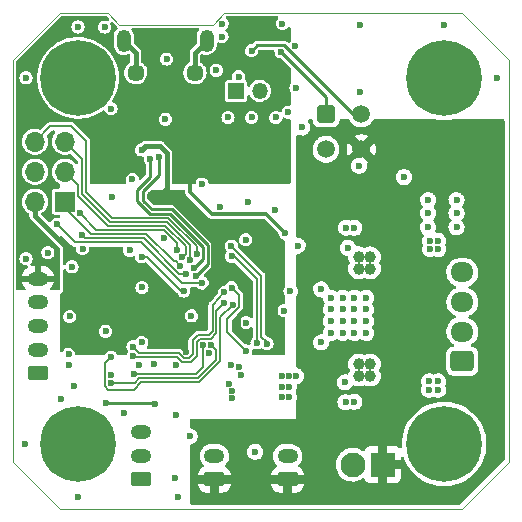
<source format=gbr>
G04 #@! TF.GenerationSoftware,KiCad,Pcbnew,(6.0.5)*
G04 #@! TF.CreationDate,2022-09-26T13:26:44+02:00*
G04 #@! TF.ProjectId,Huvud,48757675-642e-46b6-9963-61645f706362,rev?*
G04 #@! TF.SameCoordinates,PXad91980PY876bf80*
G04 #@! TF.FileFunction,Copper,L3,Inr*
G04 #@! TF.FilePolarity,Positive*
%FSLAX46Y46*%
G04 Gerber Fmt 4.6, Leading zero omitted, Abs format (unit mm)*
G04 Created by KiCad (PCBNEW (6.0.5)) date 2022-09-26 13:26:44*
%MOMM*%
%LPD*%
G01*
G04 APERTURE LIST*
G04 Aperture macros list*
%AMRoundRect*
0 Rectangle with rounded corners*
0 $1 Rounding radius*
0 $2 $3 $4 $5 $6 $7 $8 $9 X,Y pos of 4 corners*
0 Add a 4 corners polygon primitive as box body*
4,1,4,$2,$3,$4,$5,$6,$7,$8,$9,$2,$3,0*
0 Add four circle primitives for the rounded corners*
1,1,$1+$1,$2,$3*
1,1,$1+$1,$4,$5*
1,1,$1+$1,$6,$7*
1,1,$1+$1,$8,$9*
0 Add four rect primitives between the rounded corners*
20,1,$1+$1,$2,$3,$4,$5,0*
20,1,$1+$1,$4,$5,$6,$7,0*
20,1,$1+$1,$6,$7,$8,$9,0*
20,1,$1+$1,$8,$9,$2,$3,0*%
G04 Aperture macros list end*
G04 #@! TA.AperFunction,Profile*
%ADD10C,0.100000*%
G04 #@! TD*
G04 #@! TA.AperFunction,Profile*
%ADD11C,0.050000*%
G04 #@! TD*
G04 #@! TA.AperFunction,ComponentPad*
%ADD12RoundRect,0.250000X0.625000X-0.350000X0.625000X0.350000X-0.625000X0.350000X-0.625000X-0.350000X0*%
G04 #@! TD*
G04 #@! TA.AperFunction,ComponentPad*
%ADD13O,1.750000X1.200000*%
G04 #@! TD*
G04 #@! TA.AperFunction,ComponentPad*
%ADD14C,6.400000*%
G04 #@! TD*
G04 #@! TA.AperFunction,ComponentPad*
%ADD15C,0.800000*%
G04 #@! TD*
G04 #@! TA.AperFunction,ComponentPad*
%ADD16O,1.200000X1.900000*%
G04 #@! TD*
G04 #@! TA.AperFunction,ComponentPad*
%ADD17C,1.450000*%
G04 #@! TD*
G04 #@! TA.AperFunction,ComponentPad*
%ADD18R,1.700000X1.700000*%
G04 #@! TD*
G04 #@! TA.AperFunction,ComponentPad*
%ADD19O,1.700000X1.700000*%
G04 #@! TD*
G04 #@! TA.AperFunction,ComponentPad*
%ADD20R,2.100000X2.100000*%
G04 #@! TD*
G04 #@! TA.AperFunction,ComponentPad*
%ADD21C,2.100000*%
G04 #@! TD*
G04 #@! TA.AperFunction,ComponentPad*
%ADD22RoundRect,0.250000X0.725000X-0.600000X0.725000X0.600000X-0.725000X0.600000X-0.725000X-0.600000X0*%
G04 #@! TD*
G04 #@! TA.AperFunction,ComponentPad*
%ADD23O,1.950000X1.700000*%
G04 #@! TD*
G04 #@! TA.AperFunction,ComponentPad*
%ADD24RoundRect,0.250001X-0.499999X-0.499999X0.499999X-0.499999X0.499999X0.499999X-0.499999X0.499999X0*%
G04 #@! TD*
G04 #@! TA.AperFunction,ComponentPad*
%ADD25C,1.500000*%
G04 #@! TD*
G04 #@! TA.AperFunction,ComponentPad*
%ADD26R,1.350000X1.350000*%
G04 #@! TD*
G04 #@! TA.AperFunction,ComponentPad*
%ADD27O,1.350000X1.350000*%
G04 #@! TD*
G04 #@! TA.AperFunction,ViaPad*
%ADD28C,0.600000*%
G04 #@! TD*
G04 #@! TA.AperFunction,ViaPad*
%ADD29C,1.000000*%
G04 #@! TD*
G04 #@! TA.AperFunction,ViaPad*
%ADD30C,0.800000*%
G04 #@! TD*
G04 #@! TA.AperFunction,Conductor*
%ADD31C,0.400000*%
G04 #@! TD*
G04 #@! TA.AperFunction,Conductor*
%ADD32C,0.300000*%
G04 #@! TD*
G04 #@! TA.AperFunction,Conductor*
%ADD33C,0.250000*%
G04 #@! TD*
G04 #@! TA.AperFunction,Conductor*
%ADD34C,0.200000*%
G04 #@! TD*
G04 APERTURE END LIST*
D10*
X42000000Y38000000D02*
X42000000Y4000000D01*
D11*
X4000000Y42000000D02*
X8000000Y42000000D01*
X17900000Y42000000D02*
X38000000Y42000000D01*
D10*
X9000000Y41000000D02*
X8000000Y42000000D01*
D11*
X4000000Y0D02*
X0Y4000000D01*
X38000000Y42000000D02*
X42000000Y38000000D01*
D10*
X17900000Y42000000D02*
X16900000Y41000000D01*
X16900000Y41000000D02*
X9000000Y41000000D01*
D11*
X0Y38000000D02*
X4000000Y42000000D01*
D10*
X0Y4000000D02*
X0Y38000000D01*
D11*
X38000000Y0D02*
X42000000Y4000000D01*
D10*
X38000000Y0D02*
X4000000Y0D01*
D12*
X2100000Y11500000D03*
D13*
X2100000Y13500000D03*
X2100000Y15500000D03*
X2100000Y17500000D03*
X2100000Y19500000D03*
D12*
X23250000Y2500000D03*
D13*
X23250000Y4500000D03*
D14*
X36500000Y36500000D03*
D15*
X38900000Y36500000D03*
X34802944Y34802944D03*
X38197056Y34802944D03*
X36500000Y38900000D03*
X38197056Y38197056D03*
X36500000Y34100000D03*
X34100000Y36500000D03*
X34802944Y38197056D03*
X36500000Y7900000D03*
X34802944Y3802944D03*
X36500000Y3100000D03*
X34100000Y5500000D03*
X38197056Y7197056D03*
X38197056Y3802944D03*
D14*
X36500000Y5500000D03*
D15*
X34802944Y7197056D03*
X38900000Y5500000D03*
D12*
X10850000Y2500000D03*
D13*
X10850000Y4500000D03*
X10850000Y6500000D03*
D16*
X9400000Y39637500D03*
D17*
X10400000Y36937500D03*
D16*
X16400000Y39637500D03*
D17*
X15400000Y36937500D03*
D15*
X7900000Y5500000D03*
X5500000Y7900000D03*
X7197056Y3802944D03*
X3100000Y5500000D03*
X7197056Y7197056D03*
X3802944Y3802944D03*
D14*
X5500000Y5500000D03*
D15*
X3802944Y7197056D03*
X5500000Y3100000D03*
D18*
X4388500Y26024000D03*
D19*
X1848500Y26024000D03*
X4388500Y28564000D03*
X1848500Y28564000D03*
X4388500Y31104000D03*
X1848500Y31104000D03*
D15*
X7197056Y34802944D03*
X5500000Y34100000D03*
X3100000Y36500000D03*
D14*
X5500000Y36500000D03*
D15*
X3802944Y34802944D03*
X7197056Y38197056D03*
X7900000Y36500000D03*
X5500000Y38900000D03*
X3802944Y38197056D03*
D12*
X17050000Y2500000D03*
D13*
X17050000Y4500000D03*
D20*
X31300000Y3750000D03*
D21*
X28760000Y3750000D03*
D22*
X38038500Y12524000D03*
D23*
X38038500Y15024000D03*
X38038500Y17524000D03*
X38038500Y20024000D03*
D24*
X26500000Y33450000D03*
D25*
X29500000Y33450000D03*
X26500000Y30450000D03*
X29500000Y30450000D03*
D26*
X18900000Y35400000D03*
D27*
X20900000Y35400000D03*
D28*
X10900000Y14100000D03*
X13700000Y2600000D03*
X13800000Y7950000D03*
X10698500Y12150000D03*
X9400000Y8150000D03*
X10912552Y18768900D03*
X13800000Y12150000D03*
X26900000Y17900000D03*
X27900000Y17900000D03*
X28900000Y17900000D03*
X29900000Y17900000D03*
X26900000Y16900000D03*
X27900000Y16900000D03*
X28900000Y16900000D03*
X29900000Y16900000D03*
X26900000Y15900000D03*
X27900000Y15900000D03*
X28900000Y15900000D03*
X29900000Y15900000D03*
X27900000Y14900000D03*
X28900000Y14900000D03*
X29900000Y14900000D03*
X1100000Y21200000D03*
X26900000Y14900000D03*
X23350000Y9450000D03*
X8299989Y11350000D03*
X18550002Y10000000D03*
X22800000Y41100000D03*
X24100000Y22300000D03*
X5500000Y1000000D03*
X14000000Y1000000D03*
X1100000Y36500000D03*
X9881660Y21908710D03*
X5900000Y22034010D03*
X28350000Y22100000D03*
X35150000Y25050000D03*
X18450000Y12150000D03*
X36000000Y22000000D03*
X28900000Y23800000D03*
X23454012Y18450000D03*
X35150000Y23850000D03*
X17199958Y37152010D03*
X29400000Y35300000D03*
X12750000Y22900000D03*
X22954021Y16800000D03*
X28150000Y9050000D03*
X8300000Y33900000D03*
X23350000Y10350000D03*
X36000000Y10100000D03*
X23299988Y33600012D03*
X23900000Y39200000D03*
X22750000Y10350000D03*
X4700000Y13100000D03*
X35200000Y10800000D03*
X19700000Y22800000D03*
X36500000Y41000000D03*
X28216421Y23816421D03*
X19736659Y15786659D03*
X28900000Y9075000D03*
X37550000Y25050000D03*
X4100000Y9350000D03*
X35200000Y10100000D03*
X36000000Y10800000D03*
X17700000Y41100000D03*
X26100000Y14100000D03*
X20200000Y33150000D03*
X22750000Y11250000D03*
X28100002Y10725000D03*
X19150000Y12050000D03*
X18500000Y9400000D03*
X4700000Y12200000D03*
X22250000Y33150000D03*
X23950000Y35650000D03*
X19300000Y11350000D03*
X36000000Y22700000D03*
X37550000Y26150000D03*
X7750000Y40800000D03*
X7850000Y15050000D03*
X14950000Y6150000D03*
X5000000Y20500000D03*
X18249990Y10550000D03*
X19900000Y25950000D03*
X35300000Y22700000D03*
X10100000Y27900000D03*
X5200000Y10400000D03*
X16000000Y27500000D03*
X17500000Y25600000D03*
X33100000Y28100000D03*
X26100000Y18600000D03*
X23950000Y11250000D03*
X35150000Y26150000D03*
X1000000Y5500000D03*
X22150000Y25350000D03*
X8396116Y26396116D03*
X22750000Y9454010D03*
X18200000Y33150000D03*
X23350000Y11250000D03*
X2950000Y21700000D03*
X12900000Y33000000D03*
X20500000Y4840000D03*
X35300000Y22000000D03*
X29400000Y41000000D03*
X5500000Y40800000D03*
X37550000Y23850000D03*
X4800000Y16300000D03*
X41000000Y36500000D03*
D29*
X32350000Y23550000D03*
X32350000Y22550000D03*
X31350000Y22550000D03*
X31350000Y10000000D03*
X32350000Y10000000D03*
X31350000Y9000000D03*
X32350000Y9000000D03*
X31350000Y23550000D03*
D28*
X24980000Y24705000D03*
X31500000Y32000000D03*
X41000000Y5500000D03*
X25900000Y24800000D03*
X33500000Y29000000D03*
X39000000Y32000000D03*
X33500000Y32000000D03*
X39000000Y30450000D03*
X39000000Y29000000D03*
X26600000Y25325000D03*
X24900000Y20000036D03*
X26600000Y24100000D03*
X20500000Y2500000D03*
X31500000Y30450000D03*
X36000000Y1000000D03*
X33500000Y30450000D03*
X29500000Y32000000D03*
X11700000Y26600000D03*
D30*
X4950000Y14050000D03*
D28*
X12500000Y26600000D03*
X22500000Y14600000D03*
X22650000Y21150000D03*
X10900000Y30400000D03*
X19549990Y14950000D03*
X14672990Y13300000D03*
X20650000Y22900000D03*
X12000000Y8900000D03*
X7842153Y8937575D03*
X11950000Y12300000D03*
X15100000Y16350000D03*
X16632180Y13192623D03*
X21500000Y14000000D03*
X18481590Y22254184D03*
X18500000Y21400000D03*
X20663082Y14062188D03*
X15550000Y21600000D03*
X14994133Y21066335D03*
X14311032Y21315173D03*
X15486103Y19711740D03*
X12400000Y29800000D03*
X11623496Y29610224D03*
X15330788Y20421967D03*
X13892980Y21909966D03*
X5660325Y25029427D03*
X19700006Y13400000D03*
X18500000Y18750000D03*
X14145112Y20600193D03*
X29300002Y29050000D03*
X24500000Y32300000D03*
X19100000Y36600000D03*
X16022648Y19122657D03*
X3691484Y24095147D03*
X14450000Y18450000D03*
X10900000Y21350000D03*
X5800000Y23200000D03*
X14602815Y19919705D03*
X8300000Y12850000D03*
X18619705Y17297185D03*
X10150000Y12950000D03*
X17900000Y17400000D03*
X16800000Y13900000D03*
X8299989Y10623497D03*
X10150000Y13750000D03*
X17895090Y18346727D03*
X10201500Y11400000D03*
X16072987Y13900000D03*
X20450000Y29850000D03*
X18750000Y29900000D03*
X23050000Y23350000D03*
X16950000Y29900000D03*
X15000000Y28000000D03*
X20200000Y38800000D03*
X22700000Y38700000D03*
X12995843Y38100000D03*
X17700000Y40000000D03*
D29*
X30250000Y12250000D03*
X29250000Y12250000D03*
X30250000Y11250000D03*
X29250000Y11250000D03*
X30250000Y20350000D03*
X29250000Y20350000D03*
X30250000Y21350000D03*
X29250000Y21350000D03*
D31*
X16931023Y19103061D02*
X15527962Y17700000D01*
D32*
X19700000Y17000000D02*
X19700000Y18850000D01*
X19159658Y15340332D02*
X19159658Y16459658D01*
D31*
X12924264Y26600000D02*
X12500000Y26600000D01*
X10900000Y30400000D02*
X11199999Y30699999D01*
D32*
X17377962Y19550000D02*
X16931023Y19103061D01*
D31*
X11199999Y30699999D02*
X12427963Y30699999D01*
D32*
X19159658Y16459658D02*
X19700000Y17000000D01*
D31*
X10212408Y20650000D02*
X6020419Y20650000D01*
X12427963Y30699999D02*
X13027001Y30100961D01*
X15527962Y17700000D02*
X13162408Y17700000D01*
D32*
X19549990Y14950000D02*
X19159658Y15340332D01*
D31*
X13027001Y30100961D02*
X13027001Y27127001D01*
D32*
X19000000Y19550000D02*
X17377962Y19550000D01*
D31*
X6020419Y20650000D02*
X1848500Y24821919D01*
X11147998Y30647998D02*
X10900000Y30400000D01*
X13027001Y27127001D02*
X12799999Y26899999D01*
X12799999Y26899999D02*
X12500000Y26600000D01*
X13162408Y17700000D02*
X10212408Y20650000D01*
X16931023Y19103061D02*
X16931023Y22593241D01*
X16931023Y22593241D02*
X12924264Y26600000D01*
D32*
X19700000Y18850000D02*
X19000000Y19550000D01*
D31*
X1848500Y24821919D02*
X1848500Y26024000D01*
D33*
X11947999Y8952001D02*
X12000000Y8900000D01*
X7842153Y8937575D02*
X7856579Y8952001D01*
X7856579Y8952001D02*
X11947999Y8952001D01*
D34*
X21000000Y19735774D02*
X21000000Y14600000D01*
X21500000Y14100000D02*
X21500000Y14000000D01*
X18481590Y22254184D02*
X21000000Y19735774D01*
X21000000Y14600000D02*
X21500000Y14100000D01*
X18500000Y21400000D02*
X18700000Y21400000D01*
X20663082Y19436918D02*
X20663082Y14062188D01*
X18700000Y21400000D02*
X20663082Y19436918D01*
X13152345Y24635044D02*
X15550000Y22237389D01*
X15550000Y22237389D02*
X15550000Y21600000D01*
X3144500Y32400000D02*
X1848500Y31104000D01*
X4900000Y32400000D02*
X3144500Y32400000D01*
X4900000Y32400000D02*
X6169521Y31130479D01*
X8384992Y24635044D02*
X13152345Y24635044D01*
X6169521Y31130479D02*
X6169521Y26850515D01*
X6169521Y26850515D02*
X8384992Y24635044D01*
X8194577Y24308033D02*
X13016893Y24308033D01*
X5842511Y26660099D02*
X8194577Y24308033D01*
X14994133Y22330793D02*
X14994133Y21066335D01*
X5842511Y29649989D02*
X5842511Y26660099D01*
X13016893Y24308033D02*
X14994133Y22330793D01*
X4388500Y31104000D02*
X5842511Y29649989D01*
X5490500Y26514292D02*
X8023770Y23981022D01*
X8023770Y23981022D02*
X12881441Y23981022D01*
X4388500Y28564000D02*
X5490500Y27462000D01*
X12881441Y23981022D02*
X14611031Y22251432D01*
X14611031Y21615172D02*
X14311032Y21315173D01*
X14611031Y22251432D02*
X14611031Y21615172D01*
X5490500Y27462000D02*
X5490500Y26514292D01*
D33*
X12400000Y29800000D02*
X12400000Y28300000D01*
X10997999Y26897999D02*
X10997999Y26102001D01*
X10997999Y26102001D02*
X11735935Y25364065D01*
X13454317Y25364064D02*
X16479013Y22339368D01*
X16479013Y22339368D02*
X16479013Y20704650D01*
X11735935Y25364065D02*
X13454317Y25364064D01*
X16479013Y20704650D02*
X15786102Y20011739D01*
X12400000Y28300000D02*
X10997999Y26897999D01*
X15786102Y20011739D02*
X15486103Y19711740D01*
X16102002Y22183205D02*
X16102002Y21193181D01*
X11562811Y24987055D02*
X13298153Y24987054D01*
X13298153Y24987054D02*
X16102002Y22183205D01*
X10500000Y26049866D02*
X11562811Y24987055D01*
X11623496Y28123496D02*
X10500000Y27000000D01*
X10500000Y27000000D02*
X10500000Y26049866D01*
X11623496Y29610224D02*
X11623496Y28123496D01*
X16102002Y21193181D02*
X15630787Y20721966D01*
X15630787Y20721966D02*
X15330788Y20421967D01*
D34*
X5660325Y25029427D02*
X7035741Y23654011D01*
X12745989Y23654011D02*
X13850000Y22550000D01*
X13850000Y22550000D02*
X13850000Y21952946D01*
X7035741Y23654011D02*
X12745989Y23654011D01*
X13850000Y21952946D02*
X13892980Y21909966D01*
X19400007Y13699999D02*
X19700006Y13400000D01*
X19146706Y18103294D02*
X19146706Y17071780D01*
X18145313Y16070387D02*
X18145313Y14954693D01*
X19146706Y17071780D02*
X18145313Y16070387D01*
X18500000Y18750000D02*
X19146706Y18103294D01*
X18145313Y14954693D02*
X19400007Y13699999D01*
X4388500Y26024000D02*
X4388500Y25513091D01*
X4388500Y25513091D02*
X6601591Y23300000D01*
X13784030Y20961275D02*
X14145112Y20600193D01*
X11250000Y23300000D02*
X13588725Y20961275D01*
X13588725Y20961275D02*
X13784030Y20961275D01*
X6601591Y23300000D02*
X11250000Y23300000D01*
X3691484Y24095147D02*
X5213640Y22572991D01*
X5213640Y22572991D02*
X10852276Y22572991D01*
X14302610Y19122657D02*
X16022648Y19122657D01*
X10852276Y22572991D02*
X14302610Y19122657D01*
X14450000Y18450000D02*
X14250000Y18450000D01*
X14250000Y18450000D02*
X11350000Y21350000D01*
X11350000Y21350000D02*
X10900000Y21350000D01*
X14045638Y19919705D02*
X14602815Y19919705D01*
X5800000Y23200000D02*
X6099999Y22900001D01*
X6099999Y22900001D02*
X11065342Y22900001D01*
X11065342Y22900001D02*
X14045638Y19919705D01*
X7773489Y10405397D02*
X8081900Y10096986D01*
X8081900Y10096986D02*
X8518078Y10096986D01*
X17550000Y16227480D02*
X18619705Y17297185D01*
X7773489Y12323489D02*
X7773489Y10405397D01*
X8521092Y10100000D02*
X10200000Y10100000D01*
X10200000Y10100000D02*
X10846471Y10746471D01*
X15758239Y10746471D02*
X17550000Y12538232D01*
X17550000Y12538232D02*
X17550000Y16227480D01*
X8518078Y10096986D02*
X8521092Y10100000D01*
X10846471Y10746471D02*
X15758239Y10746471D01*
X8300000Y12850000D02*
X7773489Y12323489D01*
X15820026Y14427001D02*
X16727001Y14427001D01*
X10150000Y12950000D02*
X10250000Y12850000D01*
X14303031Y12446969D02*
X15026329Y12446969D01*
X15026329Y12446969D02*
X15545986Y12966626D01*
X17222990Y14922990D02*
X17222990Y16722990D01*
X13900000Y12850000D02*
X14303031Y12446969D01*
X17222990Y16722990D02*
X17900000Y17400000D01*
X10250000Y12850000D02*
X13900000Y12850000D01*
X15545986Y14152961D02*
X15820026Y14427001D01*
X16727001Y14427001D02*
X17222990Y14922990D01*
X15545986Y12966626D02*
X15545986Y14152961D01*
X8299989Y10623497D02*
X8376492Y10700000D01*
X17199999Y13500001D02*
X16800000Y13900000D01*
X15622989Y11072991D02*
X17199999Y12650001D01*
X10672991Y11072991D02*
X15622989Y11072991D01*
X10300000Y10700000D02*
X10672991Y11072991D01*
X17199999Y12650001D02*
X17199999Y13500001D01*
X8376492Y10700000D02*
X10300000Y10700000D01*
X10700000Y13200000D02*
X10150000Y13750000D01*
X16895980Y15058440D02*
X16591551Y14754011D01*
X16950000Y17300000D02*
X16895980Y17245980D01*
X15200000Y13082410D02*
X14891079Y12773489D01*
X16591551Y14754011D02*
X15684575Y14754011D01*
X14454901Y12773489D02*
X14028390Y13200000D01*
X17895090Y18346727D02*
X16950000Y17300000D01*
X14028390Y13200000D02*
X10700000Y13200000D01*
X15684575Y14754011D02*
X15200000Y14269436D01*
X16895980Y17245980D02*
X16895980Y15058440D01*
X15200000Y14269436D02*
X15200000Y13082410D01*
X14891079Y12773489D02*
X14454901Y12773489D01*
X10201500Y11400000D02*
X10251500Y11450000D01*
X16072987Y12022987D02*
X16072987Y13900000D01*
X10251500Y11450000D02*
X15500000Y11450000D01*
X15500000Y11450000D02*
X16072987Y12022987D01*
D32*
X21450000Y24950000D02*
X23050000Y23350000D01*
X15000000Y28000000D02*
X15000000Y26800000D01*
X16850000Y24950000D02*
X21450000Y24950000D01*
X15000000Y26800000D02*
X16850000Y24950000D01*
D33*
X20652001Y39252001D02*
X22964961Y39252001D01*
X20200000Y38800000D02*
X20652001Y39252001D01*
X28716962Y33500000D02*
X29450000Y33500000D01*
X22964961Y39252001D02*
X28716962Y33500000D01*
X29450000Y33500000D02*
X29500000Y33450000D01*
X26500000Y34900000D02*
X22700000Y38700000D01*
X26500000Y33450000D02*
X26500000Y34900000D01*
D31*
X15400000Y36937500D02*
X15400000Y38637500D01*
X10400000Y36937500D02*
X10400000Y38637500D01*
X10400000Y38637500D02*
X9400000Y39637500D01*
X15400000Y38637500D02*
X16400000Y39637500D01*
G04 #@! TA.AperFunction,Conductor*
G36*
X7910512Y41725498D02*
G01*
X7931486Y41708596D01*
X8138391Y41501691D01*
X8172415Y41439381D01*
X8167351Y41368565D01*
X8124804Y41311729D01*
X8058284Y41286918D01*
X8001077Y41296188D01*
X7902384Y41337068D01*
X7902381Y41337069D01*
X7894754Y41340228D01*
X7750000Y41359285D01*
X7741812Y41358207D01*
X7613432Y41341306D01*
X7613430Y41341305D01*
X7605246Y41340228D01*
X7557430Y41320422D01*
X7477986Y41287515D01*
X7477984Y41287514D01*
X7470358Y41284355D01*
X7354526Y41195474D01*
X7265645Y41079642D01*
X7209772Y40944754D01*
X7208695Y40936570D01*
X7208694Y40936568D01*
X7194907Y40831845D01*
X7190715Y40800000D01*
X7191793Y40791812D01*
X7200896Y40722670D01*
X7209772Y40655246D01*
X7224093Y40620673D01*
X7257213Y40540715D01*
X7265645Y40520358D01*
X7280250Y40501325D01*
X7328699Y40438185D01*
X7354526Y40404526D01*
X7361076Y40399500D01*
X7361079Y40399497D01*
X7463804Y40320673D01*
X7470357Y40315645D01*
X7605246Y40259772D01*
X7750000Y40240715D01*
X7758188Y40241793D01*
X7886566Y40258694D01*
X7894754Y40259772D01*
X8029643Y40315645D01*
X8036196Y40320673D01*
X8138921Y40399497D01*
X8138924Y40399500D01*
X8145474Y40404526D01*
X8171302Y40438185D01*
X8219750Y40501325D01*
X8234355Y40520358D01*
X8242788Y40540715D01*
X8275907Y40620673D01*
X8290228Y40655246D01*
X8299105Y40722670D01*
X8308207Y40791812D01*
X8309285Y40800000D01*
X8305093Y40831845D01*
X8291306Y40936568D01*
X8291305Y40936570D01*
X8290228Y40944754D01*
X8287068Y40952382D01*
X8287067Y40952387D01*
X8246188Y41051076D01*
X8238598Y41121666D01*
X8270377Y41185153D01*
X8331434Y41221381D01*
X8402386Y41218847D01*
X8451691Y41188391D01*
X8793540Y40846543D01*
X8809210Y40827450D01*
X8816516Y40816516D01*
X8826829Y40809625D01*
X8831682Y40804772D01*
X8865708Y40742460D01*
X8860643Y40671645D01*
X8823916Y40619440D01*
X8777546Y40580255D01*
X8773399Y40574832D01*
X8773398Y40574830D01*
X8668925Y40438185D01*
X8668923Y40438181D01*
X8664781Y40432764D01*
X8661899Y40426584D01*
X8661898Y40426582D01*
X8589822Y40272014D01*
X8586318Y40264500D01*
X8545818Y40083312D01*
X8545500Y40077624D01*
X8545500Y39241115D01*
X8560512Y39102927D01*
X8619730Y38926965D01*
X8715351Y38767823D01*
X8720039Y38762866D01*
X8720041Y38762863D01*
X8838227Y38637886D01*
X8842916Y38632928D01*
X8996471Y38528572D01*
X9002805Y38526039D01*
X9002808Y38526037D01*
X9162516Y38462158D01*
X9162521Y38462157D01*
X9168853Y38459624D01*
X9175580Y38458510D01*
X9175585Y38458509D01*
X9345282Y38430416D01*
X9345285Y38430416D01*
X9352019Y38429301D01*
X9358836Y38429658D01*
X9358840Y38429658D01*
X9509920Y38437577D01*
X9537424Y38439018D01*
X9543996Y38440828D01*
X9544001Y38440829D01*
X9709839Y38486509D01*
X9709840Y38486509D01*
X9716417Y38488321D01*
X9758656Y38510591D01*
X9828238Y38524667D01*
X9894389Y38498889D01*
X9906512Y38488228D01*
X9908595Y38486145D01*
X9942621Y38423833D01*
X9945500Y38397050D01*
X9945500Y37881525D01*
X9925498Y37813404D01*
X9877878Y37769865D01*
X9868431Y37764926D01*
X9861067Y37761076D01*
X9856266Y37757216D01*
X9856263Y37757214D01*
X9771519Y37689078D01*
X9711364Y37640712D01*
X9587891Y37493563D01*
X9584923Y37488165D01*
X9584920Y37488160D01*
X9536570Y37400211D01*
X9495351Y37325233D01*
X9493490Y37319366D01*
X9493489Y37319364D01*
X9439131Y37148005D01*
X9437269Y37142135D01*
X9415857Y36951242D01*
X9416373Y36945099D01*
X9430908Y36772014D01*
X9431931Y36759826D01*
X9433630Y36753901D01*
X9480108Y36591813D01*
X9484878Y36575177D01*
X9487697Y36569692D01*
X9559094Y36430770D01*
X9572682Y36404330D01*
X9576508Y36399503D01*
X9688169Y36258620D01*
X9688173Y36258615D01*
X9691998Y36253790D01*
X9696692Y36249795D01*
X9831558Y36135015D01*
X9838281Y36129293D01*
X9843659Y36126287D01*
X9843661Y36126286D01*
X9891595Y36099497D01*
X10005961Y36035580D01*
X10188649Y35976221D01*
X10379388Y35953477D01*
X10385523Y35953949D01*
X10385525Y35953949D01*
X10564769Y35967741D01*
X10564773Y35967742D01*
X10570911Y35968214D01*
X10755925Y36019871D01*
X10761429Y36022651D01*
X10761431Y36022652D01*
X10921881Y36103701D01*
X10921883Y36103702D01*
X10927382Y36106480D01*
X11078750Y36224742D01*
X11103824Y36253790D01*
X11200237Y36365485D01*
X11200238Y36365487D01*
X11204266Y36370153D01*
X11299147Y36537174D01*
X11359780Y36719443D01*
X11383855Y36910018D01*
X11384239Y36937500D01*
X11365494Y37128673D01*
X11362960Y37137068D01*
X11327449Y37254683D01*
X11309974Y37312564D01*
X11219794Y37482170D01*
X11171864Y37540938D01*
X11102282Y37626252D01*
X11098387Y37631028D01*
X11093638Y37634957D01*
X10955129Y37749542D01*
X10955125Y37749544D01*
X10950379Y37753471D01*
X10944959Y37756402D01*
X10944954Y37756405D01*
X10920572Y37769588D01*
X10870163Y37819583D01*
X10854500Y37880424D01*
X10854500Y38100000D01*
X12436558Y38100000D01*
X12455615Y37955246D01*
X12474144Y37910513D01*
X12486608Y37880424D01*
X12511488Y37820358D01*
X12600369Y37704526D01*
X12606919Y37699500D01*
X12606922Y37699497D01*
X12709647Y37620673D01*
X12716200Y37615645D01*
X12851089Y37559772D01*
X12995843Y37540715D01*
X13004031Y37541793D01*
X13132409Y37558694D01*
X13140597Y37559772D01*
X13275486Y37615645D01*
X13282039Y37620673D01*
X13384764Y37699497D01*
X13384767Y37699500D01*
X13391317Y37704526D01*
X13480198Y37820358D01*
X13505079Y37880424D01*
X13517542Y37910513D01*
X13536071Y37955246D01*
X13555128Y38100000D01*
X13546935Y38162234D01*
X13537149Y38236568D01*
X13537148Y38236570D01*
X13536071Y38244754D01*
X13515268Y38294977D01*
X13483358Y38372014D01*
X13483357Y38372016D01*
X13480198Y38379642D01*
X13416881Y38462158D01*
X13396344Y38488923D01*
X13396343Y38488924D01*
X13391317Y38495474D01*
X13384767Y38500500D01*
X13384764Y38500503D01*
X13282039Y38579327D01*
X13282037Y38579328D01*
X13275486Y38584355D01*
X13140597Y38640228D01*
X13107267Y38644616D01*
X13051657Y38651937D01*
X12995843Y38659285D01*
X12987655Y38658207D01*
X12859275Y38641306D01*
X12859273Y38641305D01*
X12851089Y38640228D01*
X12803273Y38620422D01*
X12723829Y38587515D01*
X12723827Y38587514D01*
X12716201Y38584355D01*
X12600369Y38495474D01*
X12511488Y38379642D01*
X12508329Y38372016D01*
X12508328Y38372014D01*
X12476418Y38294977D01*
X12455615Y38244754D01*
X12454538Y38236570D01*
X12454537Y38236568D01*
X12444751Y38162234D01*
X12436558Y38100000D01*
X10854500Y38100000D01*
X10854500Y38603036D01*
X10855373Y38617846D01*
X10858301Y38642585D01*
X10859408Y38651937D01*
X10848763Y38710225D01*
X10848119Y38714093D01*
X10846686Y38723626D01*
X10839315Y38772651D01*
X10836162Y38779218D01*
X10834853Y38786383D01*
X10807554Y38838936D01*
X10805785Y38842477D01*
X10784233Y38887360D01*
X10784231Y38887363D01*
X10780154Y38895853D01*
X10775264Y38901143D01*
X10775159Y38901298D01*
X10771852Y38907665D01*
X10767506Y38912754D01*
X10729924Y38950336D01*
X10726494Y38953902D01*
X10693774Y38989298D01*
X10687383Y38996212D01*
X10680983Y38999930D01*
X10674723Y39005537D01*
X10291405Y39388855D01*
X10257379Y39451167D01*
X10254500Y39477950D01*
X10254500Y40033885D01*
X10239488Y40172073D01*
X10192234Y40312485D01*
X10182448Y40341564D01*
X10182447Y40341566D01*
X10180270Y40348035D01*
X10084649Y40507177D01*
X10060297Y40532929D01*
X10028026Y40596164D01*
X10035065Y40666811D01*
X10079182Y40722437D01*
X10151846Y40745500D01*
X15648944Y40745500D01*
X15717065Y40725498D01*
X15763558Y40671842D01*
X15773662Y40601568D01*
X15749042Y40542973D01*
X15664781Y40432764D01*
X15661899Y40426584D01*
X15661898Y40426582D01*
X15589822Y40272014D01*
X15586318Y40264500D01*
X15545818Y40083312D01*
X15545500Y40077624D01*
X15545500Y39477950D01*
X15525498Y39409829D01*
X15508595Y39388855D01*
X15102989Y38983249D01*
X15091900Y38973394D01*
X15064941Y38952141D01*
X15059587Y38944394D01*
X15031258Y38903406D01*
X15028976Y38900213D01*
X14993791Y38852576D01*
X14991377Y38845703D01*
X14987236Y38839711D01*
X14973013Y38794738D01*
X14969374Y38783230D01*
X14968129Y38779501D01*
X14948507Y38723626D01*
X14948224Y38716422D01*
X14948191Y38716251D01*
X14946025Y38709403D01*
X14945500Y38702732D01*
X14945500Y38649562D01*
X14945403Y38644616D01*
X14943142Y38587063D01*
X14945039Y38579908D01*
X14945500Y38571533D01*
X14945500Y37881525D01*
X14925498Y37813404D01*
X14877878Y37769865D01*
X14868431Y37764926D01*
X14861067Y37761076D01*
X14856266Y37757216D01*
X14856263Y37757214D01*
X14771519Y37689078D01*
X14711364Y37640712D01*
X14587891Y37493563D01*
X14584923Y37488165D01*
X14584920Y37488160D01*
X14536570Y37400211D01*
X14495351Y37325233D01*
X14493490Y37319366D01*
X14493489Y37319364D01*
X14439131Y37148005D01*
X14437269Y37142135D01*
X14415857Y36951242D01*
X14416373Y36945099D01*
X14430908Y36772014D01*
X14431931Y36759826D01*
X14433630Y36753901D01*
X14480108Y36591813D01*
X14484878Y36575177D01*
X14487697Y36569692D01*
X14559094Y36430770D01*
X14572682Y36404330D01*
X14576508Y36399503D01*
X14688169Y36258620D01*
X14688173Y36258615D01*
X14691998Y36253790D01*
X14696692Y36249795D01*
X14831558Y36135015D01*
X14838281Y36129293D01*
X14843659Y36126287D01*
X14843661Y36126286D01*
X14891595Y36099497D01*
X15005961Y36035580D01*
X15188649Y35976221D01*
X15379388Y35953477D01*
X15385523Y35953949D01*
X15385525Y35953949D01*
X15564769Y35967741D01*
X15564773Y35967742D01*
X15570911Y35968214D01*
X15755925Y36019871D01*
X15761429Y36022651D01*
X15761431Y36022652D01*
X15914687Y36100067D01*
X17970500Y36100067D01*
X17970501Y34699934D01*
X17985266Y34625699D01*
X18041516Y34541516D01*
X18125699Y34485266D01*
X18199933Y34470500D01*
X18899886Y34470500D01*
X19600066Y34470501D01*
X19635818Y34477612D01*
X19662126Y34482844D01*
X19662128Y34482845D01*
X19674301Y34485266D01*
X19684621Y34492161D01*
X19684622Y34492162D01*
X19748168Y34534623D01*
X19758484Y34541516D01*
X19814734Y34625699D01*
X19829500Y34699933D01*
X19829500Y34924923D01*
X19849502Y34993044D01*
X19903158Y35039537D01*
X19973432Y35049641D01*
X20038012Y35020147D01*
X20064618Y34987925D01*
X20143877Y34850644D01*
X20148295Y34845737D01*
X20148296Y34845736D01*
X20256357Y34725722D01*
X20274617Y34705442D01*
X20279959Y34701561D01*
X20279961Y34701559D01*
X20398576Y34615380D01*
X20432690Y34590595D01*
X20438719Y34587911D01*
X20438722Y34587909D01*
X20605151Y34513811D01*
X20605154Y34513810D01*
X20611187Y34511124D01*
X20690727Y34494217D01*
X20795849Y34471872D01*
X20795854Y34471872D01*
X20802306Y34470500D01*
X20997694Y34470500D01*
X21004146Y34471872D01*
X21004151Y34471872D01*
X21109273Y34494217D01*
X21188813Y34511124D01*
X21194846Y34513810D01*
X21194849Y34513811D01*
X21361278Y34587909D01*
X21361281Y34587911D01*
X21367310Y34590595D01*
X21401424Y34615380D01*
X21520039Y34701559D01*
X21520041Y34701561D01*
X21525383Y34705442D01*
X21543643Y34725722D01*
X21651704Y34845736D01*
X21651705Y34845737D01*
X21656123Y34850644D01*
X21715454Y34953407D01*
X21750514Y35014133D01*
X21750515Y35014134D01*
X21753818Y35019856D01*
X21814196Y35205682D01*
X21831522Y35370520D01*
X21833930Y35393435D01*
X21834620Y35400000D01*
X21814196Y35594318D01*
X21753818Y35780144D01*
X21656123Y35949356D01*
X21646745Y35959772D01*
X21529805Y36089647D01*
X21529804Y36089648D01*
X21525383Y36094558D01*
X21518586Y36099497D01*
X21372652Y36205524D01*
X21372651Y36205525D01*
X21367310Y36209405D01*
X21361281Y36212089D01*
X21361278Y36212091D01*
X21194849Y36286189D01*
X21194846Y36286190D01*
X21188813Y36288876D01*
X21099605Y36307838D01*
X21004151Y36328128D01*
X21004146Y36328128D01*
X20997694Y36329500D01*
X20802306Y36329500D01*
X20795854Y36328128D01*
X20795849Y36328128D01*
X20700395Y36307838D01*
X20611187Y36288876D01*
X20605154Y36286190D01*
X20605151Y36286189D01*
X20438722Y36212091D01*
X20438719Y36212089D01*
X20432690Y36209405D01*
X20427349Y36205525D01*
X20427348Y36205524D01*
X20281415Y36099497D01*
X20274617Y36094558D01*
X20270196Y36089648D01*
X20270195Y36089647D01*
X20153256Y35959772D01*
X20143877Y35949356D01*
X20138888Y35940715D01*
X20064618Y35812076D01*
X20013235Y35763083D01*
X19943522Y35749647D01*
X19877611Y35776033D01*
X19836429Y35833866D01*
X19829499Y35875076D01*
X19829499Y36100066D01*
X19814734Y36174301D01*
X19758484Y36258484D01*
X19687595Y36305851D01*
X19642068Y36360327D01*
X19633220Y36430770D01*
X19635891Y36443226D01*
X19637067Y36447614D01*
X19640228Y36455246D01*
X19659285Y36600000D01*
X19640228Y36744754D01*
X19584355Y36879642D01*
X19495474Y36995474D01*
X19488924Y37000500D01*
X19488921Y37000503D01*
X19386196Y37079327D01*
X19386194Y37079328D01*
X19379643Y37084355D01*
X19244754Y37140228D01*
X19100000Y37159285D01*
X19091812Y37158207D01*
X18963432Y37141306D01*
X18963430Y37141305D01*
X18955246Y37140228D01*
X18941601Y37134576D01*
X18827986Y37087515D01*
X18827984Y37087514D01*
X18820358Y37084355D01*
X18704526Y36995474D01*
X18615645Y36879642D01*
X18559772Y36744754D01*
X18540715Y36600000D01*
X18557574Y36471944D01*
X18546635Y36401797D01*
X18499507Y36348698D01*
X18432652Y36329499D01*
X18199934Y36329499D01*
X18164182Y36322388D01*
X18137874Y36317156D01*
X18137872Y36317155D01*
X18125699Y36314734D01*
X18115379Y36307839D01*
X18115378Y36307838D01*
X18112403Y36305850D01*
X18041516Y36258484D01*
X17985266Y36174301D01*
X17970500Y36100067D01*
X15914687Y36100067D01*
X15921881Y36103701D01*
X15921883Y36103702D01*
X15927382Y36106480D01*
X16078750Y36224742D01*
X16103824Y36253790D01*
X16200237Y36365485D01*
X16200238Y36365487D01*
X16204266Y36370153D01*
X16299147Y36537174D01*
X16359780Y36719443D01*
X16383855Y36910018D01*
X16384239Y36937500D01*
X16365494Y37128673D01*
X16362960Y37137068D01*
X16358449Y37152010D01*
X16640673Y37152010D01*
X16659730Y37007256D01*
X16662889Y36999630D01*
X16711519Y36882228D01*
X16715603Y36872368D01*
X16720630Y36865817D01*
X16797247Y36765968D01*
X16804484Y36756536D01*
X16811034Y36751510D01*
X16811037Y36751507D01*
X16913762Y36672683D01*
X16920315Y36667655D01*
X17055204Y36611782D01*
X17199958Y36592725D01*
X17208146Y36593803D01*
X17336524Y36610704D01*
X17344712Y36611782D01*
X17479601Y36667655D01*
X17486154Y36672683D01*
X17588879Y36751507D01*
X17588882Y36751510D01*
X17595432Y36756536D01*
X17602670Y36765968D01*
X17679286Y36865817D01*
X17684313Y36872368D01*
X17688398Y36882228D01*
X17737027Y36999630D01*
X17740186Y37007256D01*
X17759243Y37152010D01*
X17745726Y37254683D01*
X17741264Y37288578D01*
X17741263Y37288580D01*
X17740186Y37296764D01*
X17720380Y37344580D01*
X17687473Y37424024D01*
X17687472Y37424026D01*
X17684313Y37431652D01*
X17595432Y37547484D01*
X17588882Y37552510D01*
X17588879Y37552513D01*
X17486154Y37631337D01*
X17486152Y37631338D01*
X17479601Y37636365D01*
X17344712Y37692238D01*
X17199958Y37711295D01*
X17191770Y37710217D01*
X17063390Y37693316D01*
X17063388Y37693315D01*
X17055204Y37692238D01*
X17007388Y37672432D01*
X16927944Y37639525D01*
X16927942Y37639524D01*
X16920316Y37636365D01*
X16804484Y37547484D01*
X16715603Y37431652D01*
X16712444Y37424026D01*
X16712443Y37424024D01*
X16679536Y37344580D01*
X16659730Y37296764D01*
X16658653Y37288580D01*
X16658652Y37288578D01*
X16654190Y37254683D01*
X16640673Y37152010D01*
X16358449Y37152010D01*
X16327449Y37254683D01*
X16309974Y37312564D01*
X16219794Y37482170D01*
X16171864Y37540938D01*
X16102282Y37626252D01*
X16098387Y37631028D01*
X16093638Y37634957D01*
X15955129Y37749542D01*
X15955125Y37749544D01*
X15950379Y37753471D01*
X15944959Y37756402D01*
X15944954Y37756405D01*
X15920572Y37769588D01*
X15870163Y37819583D01*
X15854500Y37880424D01*
X15854500Y38397050D01*
X15874502Y38465171D01*
X15891405Y38486145D01*
X15892980Y38487720D01*
X15955292Y38521746D01*
X16028867Y38515614D01*
X16097338Y38488228D01*
X16168853Y38459624D01*
X16175580Y38458510D01*
X16175585Y38458509D01*
X16345282Y38430416D01*
X16345285Y38430416D01*
X16352019Y38429301D01*
X16358836Y38429658D01*
X16358840Y38429658D01*
X16509920Y38437577D01*
X16537424Y38439018D01*
X16543996Y38440828D01*
X16544001Y38440829D01*
X16709835Y38486508D01*
X16716417Y38488321D01*
X16880648Y38574910D01*
X17022454Y38694745D01*
X17026602Y38700170D01*
X17131075Y38836815D01*
X17131077Y38836819D01*
X17135219Y38842236D01*
X17151444Y38877030D01*
X17210802Y39004323D01*
X17210803Y39004326D01*
X17213682Y39010500D01*
X17254182Y39191688D01*
X17254500Y39197376D01*
X17254500Y39395773D01*
X17274502Y39463894D01*
X17328158Y39510387D01*
X17398432Y39520491D01*
X17428716Y39512182D01*
X17555246Y39459772D01*
X17700000Y39440715D01*
X17708188Y39441793D01*
X17836566Y39458694D01*
X17844754Y39459772D01*
X17979643Y39515645D01*
X17986196Y39520673D01*
X18088921Y39599497D01*
X18088924Y39599500D01*
X18095474Y39604526D01*
X18102020Y39613056D01*
X18156729Y39684355D01*
X18184355Y39720358D01*
X18240228Y39855246D01*
X18247750Y39912378D01*
X18258207Y39991812D01*
X18259285Y40000000D01*
X18254377Y40037282D01*
X18241306Y40136568D01*
X18241305Y40136570D01*
X18240228Y40144754D01*
X18191277Y40262932D01*
X18187515Y40272014D01*
X18187514Y40272016D01*
X18184355Y40279642D01*
X18095474Y40395474D01*
X18024364Y40450039D01*
X17982498Y40507376D01*
X17978276Y40578247D01*
X18013040Y40640149D01*
X18024365Y40649962D01*
X18095474Y40704526D01*
X18109397Y40722670D01*
X18170511Y40802316D01*
X18184355Y40820358D01*
X18191565Y40837763D01*
X18237069Y40947620D01*
X18240228Y40955246D01*
X18259285Y41100000D01*
X18246716Y41195474D01*
X18241306Y41236568D01*
X18241305Y41236570D01*
X18240228Y41244754D01*
X18201990Y41337068D01*
X18187515Y41372014D01*
X18187514Y41372016D01*
X18184355Y41379642D01*
X18095474Y41495474D01*
X18064111Y41519540D01*
X18022246Y41576875D01*
X18018024Y41647746D01*
X18052788Y41709649D01*
X18115500Y41742930D01*
X18140817Y41745500D01*
X22359182Y41745500D01*
X22427303Y41725498D01*
X22473796Y41671842D01*
X22483900Y41601568D01*
X22454406Y41536988D01*
X22435885Y41519537D01*
X22411075Y41500500D01*
X22411073Y41500498D01*
X22404526Y41495474D01*
X22315645Y41379642D01*
X22312486Y41372016D01*
X22312485Y41372014D01*
X22298010Y41337068D01*
X22259772Y41244754D01*
X22258695Y41236570D01*
X22258694Y41236568D01*
X22253284Y41195474D01*
X22240715Y41100000D01*
X22259772Y40955246D01*
X22262931Y40947620D01*
X22308436Y40837763D01*
X22315645Y40820358D01*
X22329489Y40802316D01*
X22390604Y40722670D01*
X22404526Y40704526D01*
X22411075Y40699501D01*
X22411079Y40699497D01*
X22513804Y40620673D01*
X22520357Y40615645D01*
X22655246Y40559772D01*
X22800000Y40540715D01*
X22808188Y40541793D01*
X22936566Y40558694D01*
X22944754Y40559772D01*
X23079643Y40615645D01*
X23086196Y40620673D01*
X23188921Y40699497D01*
X23188925Y40699501D01*
X23195474Y40704526D01*
X23200501Y40711077D01*
X23200505Y40711081D01*
X23274038Y40806911D01*
X23331376Y40848778D01*
X23402247Y40853000D01*
X23464149Y40818236D01*
X23497431Y40755523D01*
X23500000Y40730207D01*
X23500000Y39632348D01*
X23479998Y39564227D01*
X23473962Y39555644D01*
X23443357Y39515759D01*
X23386019Y39473892D01*
X23315148Y39469670D01*
X23252526Y39506304D01*
X23249532Y39510941D01*
X23241353Y39517388D01*
X23241351Y39517391D01*
X23223161Y39531730D01*
X23218720Y39535676D01*
X23218658Y39535603D01*
X23214694Y39538962D01*
X23211017Y39542639D01*
X23195269Y39553893D01*
X23190599Y39557399D01*
X23150314Y39589157D01*
X23141680Y39592189D01*
X23134227Y39597515D01*
X23085111Y39612204D01*
X23079469Y39614037D01*
X23038594Y39628391D01*
X23038593Y39628391D01*
X23031110Y39631019D01*
X23025545Y39631501D01*
X23022837Y39631501D01*
X23020203Y39631615D01*
X23020105Y39631644D01*
X23020112Y39631808D01*
X23019408Y39631852D01*
X23013183Y39633714D01*
X22959326Y39631598D01*
X22954379Y39631501D01*
X20705921Y39631501D01*
X20681973Y39634050D01*
X20680308Y39634129D01*
X20670125Y39636321D01*
X20659784Y39635097D01*
X20636778Y39632374D01*
X20630847Y39632024D01*
X20630855Y39631929D01*
X20625677Y39631501D01*
X20620477Y39631501D01*
X20615348Y39630647D01*
X20615345Y39630647D01*
X20601436Y39628332D01*
X20595558Y39627495D01*
X20555000Y39622695D01*
X20554999Y39622695D01*
X20544660Y39621471D01*
X20536408Y39617508D01*
X20527375Y39616005D01*
X20518206Y39611058D01*
X20518204Y39611057D01*
X20482269Y39591667D01*
X20476976Y39588970D01*
X20437919Y39570216D01*
X20437915Y39570213D01*
X20430769Y39566782D01*
X20426493Y39563187D01*
X20424570Y39561264D01*
X20422638Y39559492D01*
X20422559Y39559449D01*
X20422446Y39559573D01*
X20421906Y39559097D01*
X20416187Y39556011D01*
X20409120Y39548366D01*
X20379585Y39516415D01*
X20376155Y39512849D01*
X20256260Y39392954D01*
X20193948Y39358928D01*
X20183620Y39357129D01*
X20117554Y39348431D01*
X20063432Y39341306D01*
X20063430Y39341305D01*
X20055246Y39340228D01*
X20047619Y39337069D01*
X20047620Y39337069D01*
X19927986Y39287515D01*
X19927984Y39287514D01*
X19920358Y39284355D01*
X19804526Y39195474D01*
X19715645Y39079642D01*
X19712486Y39072016D01*
X19712485Y39072014D01*
X19683001Y39000834D01*
X19659772Y38944754D01*
X19658695Y38936570D01*
X19658694Y38936568D01*
X19647492Y38851476D01*
X19640715Y38800000D01*
X19641793Y38791812D01*
X19657282Y38674162D01*
X19659772Y38655246D01*
X19665546Y38641306D01*
X19712243Y38528572D01*
X19715645Y38520358D01*
X19720672Y38513807D01*
X19792378Y38420358D01*
X19804526Y38404526D01*
X19811076Y38399500D01*
X19811079Y38399497D01*
X19913804Y38320673D01*
X19920357Y38315645D01*
X20055246Y38259772D01*
X20200000Y38240715D01*
X20208188Y38241793D01*
X20230680Y38244754D01*
X20344754Y38259772D01*
X20479643Y38315645D01*
X20486196Y38320673D01*
X20588921Y38399497D01*
X20588924Y38399500D01*
X20595474Y38404526D01*
X20607623Y38420358D01*
X20679328Y38513807D01*
X20684355Y38520358D01*
X20687758Y38528572D01*
X20734454Y38641306D01*
X20740228Y38655246D01*
X20742719Y38674162D01*
X20754407Y38762947D01*
X20783129Y38827874D01*
X20842394Y38866966D01*
X20879329Y38872501D01*
X22019750Y38872501D01*
X22087871Y38852499D01*
X22134364Y38798843D01*
X22144672Y38730055D01*
X22140715Y38700000D01*
X22141793Y38691812D01*
X22157603Y38571725D01*
X22159772Y38555246D01*
X22162931Y38547620D01*
X22211941Y38429301D01*
X22215645Y38420358D01*
X22304526Y38304526D01*
X22311076Y38299500D01*
X22311079Y38299497D01*
X22413804Y38220673D01*
X22420357Y38215645D01*
X22555246Y38159772D01*
X22683612Y38142872D01*
X22748538Y38114151D01*
X22756260Y38107046D01*
X23463095Y37400211D01*
X23497121Y37337899D01*
X23500000Y37311116D01*
X23500000Y36017185D01*
X23479998Y35949064D01*
X23473973Y35940496D01*
X23465645Y35929642D01*
X23409772Y35794754D01*
X23408695Y35786570D01*
X23408694Y35786568D01*
X23402154Y35736889D01*
X23390715Y35650000D01*
X23409772Y35505246D01*
X23465645Y35370358D01*
X23473964Y35359517D01*
X23499563Y35293298D01*
X23500000Y35282815D01*
X23500000Y34276640D01*
X23479998Y34208519D01*
X23426342Y34162026D01*
X23357555Y34151718D01*
X23299988Y34159297D01*
X23291800Y34158219D01*
X23163420Y34141318D01*
X23163418Y34141317D01*
X23155234Y34140240D01*
X23129076Y34129405D01*
X23027974Y34087527D01*
X23027972Y34087526D01*
X23020346Y34084367D01*
X22904514Y33995486D01*
X22815633Y33879654D01*
X22812474Y33872028D01*
X22812473Y33872026D01*
X22803272Y33849813D01*
X22759760Y33744766D01*
X22758683Y33736582D01*
X22758682Y33736580D01*
X22753930Y33700482D01*
X22725208Y33635555D01*
X22665943Y33596463D01*
X22594951Y33595618D01*
X22552306Y33616965D01*
X22529643Y33634355D01*
X22394754Y33690228D01*
X22250000Y33709285D01*
X22241812Y33708207D01*
X22113432Y33691306D01*
X22113430Y33691305D01*
X22105246Y33690228D01*
X22057430Y33670422D01*
X21977986Y33637515D01*
X21977984Y33637514D01*
X21970358Y33634355D01*
X21854526Y33545474D01*
X21765645Y33429642D01*
X21762486Y33422016D01*
X21762485Y33422014D01*
X21736704Y33359772D01*
X21709772Y33294754D01*
X21708695Y33286570D01*
X21708694Y33286568D01*
X21706778Y33272014D01*
X21690715Y33150000D01*
X21709772Y33005246D01*
X21765645Y32870358D01*
X21854526Y32754526D01*
X21861076Y32749500D01*
X21861079Y32749497D01*
X21962734Y32671494D01*
X21970357Y32665645D01*
X22105246Y32609772D01*
X22250000Y32590715D01*
X22258188Y32591793D01*
X22386566Y32608694D01*
X22394754Y32609772D01*
X22529643Y32665645D01*
X22537266Y32671494D01*
X22638921Y32749497D01*
X22638924Y32749500D01*
X22645474Y32754526D01*
X22734355Y32870358D01*
X22790228Y33005246D01*
X22796058Y33049530D01*
X22824780Y33114457D01*
X22884045Y33153549D01*
X22955037Y33154394D01*
X22997682Y33133047D01*
X23020345Y33115657D01*
X23155234Y33059784D01*
X23299988Y33040727D01*
X23357555Y33048306D01*
X23427702Y33037367D01*
X23480801Y32990239D01*
X23500000Y32923384D01*
X23500000Y27626000D01*
X23479998Y27557879D01*
X23426342Y27511386D01*
X23374000Y27500000D01*
X16669784Y27500000D01*
X16601663Y27520002D01*
X16555170Y27573658D01*
X16544862Y27609554D01*
X16541306Y27636568D01*
X16541305Y27636570D01*
X16540228Y27644754D01*
X16497619Y27747620D01*
X16487515Y27772014D01*
X16487514Y27772016D01*
X16484355Y27779642D01*
X16395474Y27895474D01*
X16388924Y27900500D01*
X16388921Y27900503D01*
X16286196Y27979327D01*
X16286194Y27979328D01*
X16279643Y27984355D01*
X16144754Y28040228D01*
X16000000Y28059285D01*
X15991812Y28058207D01*
X15863432Y28041306D01*
X15863430Y28041305D01*
X15855246Y28040228D01*
X15846410Y28036568D01*
X15727986Y27987515D01*
X15727984Y27987514D01*
X15720358Y27984355D01*
X15604526Y27895474D01*
X15515645Y27779642D01*
X15512486Y27772016D01*
X15512485Y27772014D01*
X15502381Y27747620D01*
X15459772Y27644754D01*
X15458695Y27636570D01*
X15458694Y27636568D01*
X15455138Y27609554D01*
X15426416Y27544627D01*
X15367151Y27505535D01*
X15330216Y27500000D01*
X13607501Y27500000D01*
X13539380Y27520002D01*
X13492887Y27573658D01*
X13481501Y27626000D01*
X13481501Y30066497D01*
X13482374Y30081307D01*
X13485302Y30106046D01*
X13486409Y30115398D01*
X13475764Y30173686D01*
X13475120Y30177554D01*
X13473271Y30189853D01*
X13466316Y30236112D01*
X13463163Y30242679D01*
X13461854Y30249844D01*
X13434555Y30302397D01*
X13432786Y30305938D01*
X13411234Y30350821D01*
X13411232Y30350824D01*
X13407155Y30359314D01*
X13402265Y30364604D01*
X13402160Y30364759D01*
X13398853Y30371126D01*
X13394507Y30376215D01*
X13356925Y30413797D01*
X13353495Y30417363D01*
X13320775Y30452759D01*
X13314384Y30459673D01*
X13307984Y30463391D01*
X13301724Y30468998D01*
X12773712Y30997010D01*
X12763857Y31008099D01*
X12754044Y31020546D01*
X12742604Y31035058D01*
X12695657Y31067505D01*
X12693869Y31068741D01*
X12690676Y31071023D01*
X12643039Y31106208D01*
X12636166Y31108622D01*
X12630174Y31112763D01*
X12573685Y31130628D01*
X12569964Y31131870D01*
X12514089Y31151492D01*
X12506885Y31151775D01*
X12506714Y31151808D01*
X12499866Y31153974D01*
X12493195Y31154499D01*
X12440025Y31154499D01*
X12435079Y31154596D01*
X12434187Y31154631D01*
X12377526Y31156857D01*
X12370371Y31154960D01*
X12361996Y31154499D01*
X11234463Y31154499D01*
X11219653Y31155372D01*
X11185562Y31159407D01*
X11127274Y31148762D01*
X11123423Y31148121D01*
X11064848Y31139314D01*
X11058281Y31136161D01*
X11051116Y31134852D01*
X11042761Y31130512D01*
X10998563Y31107553D01*
X10995022Y31105784D01*
X10950139Y31084232D01*
X10950136Y31084230D01*
X10941646Y31080153D01*
X10936356Y31075263D01*
X10936201Y31075158D01*
X10929834Y31071851D01*
X10924745Y31067505D01*
X10887163Y31029923D01*
X10883598Y31026493D01*
X10841287Y30987382D01*
X10839950Y30985081D01*
X10784666Y30946466D01*
X10770123Y30943098D01*
X10763433Y30941306D01*
X10755246Y30940228D01*
X10747624Y30937071D01*
X10747621Y30937070D01*
X10627986Y30887515D01*
X10627984Y30887514D01*
X10620358Y30884355D01*
X10504526Y30795474D01*
X10415645Y30679642D01*
X10412486Y30672016D01*
X10412485Y30672014D01*
X10404541Y30652835D01*
X10359772Y30544754D01*
X10340715Y30400000D01*
X10341793Y30391812D01*
X10353565Y30302397D01*
X10359772Y30255246D01*
X10365273Y30241965D01*
X10410658Y30132398D01*
X10415645Y30120358D01*
X10451270Y30073931D01*
X10489133Y30024587D01*
X10504526Y30004526D01*
X10511076Y29999500D01*
X10511079Y29999497D01*
X10613804Y29920673D01*
X10620357Y29915645D01*
X10755246Y29859772D01*
X10900000Y29840715D01*
X10908188Y29841793D01*
X10908190Y29841793D01*
X10935187Y29845347D01*
X11005335Y29834407D01*
X11058434Y29787279D01*
X11077623Y29718924D01*
X11076554Y29703980D01*
X11064211Y29610224D01*
X11083268Y29465470D01*
X11139141Y29330582D01*
X11144168Y29324031D01*
X11217959Y29227864D01*
X11243559Y29161643D01*
X11243996Y29151160D01*
X11243996Y28332880D01*
X11223994Y28264759D01*
X11207091Y28243785D01*
X10863687Y27900381D01*
X10801375Y27866355D01*
X10730560Y27871420D01*
X10673724Y27913967D01*
X10649670Y27973031D01*
X10648842Y27979327D01*
X10640228Y28044754D01*
X10584355Y28179642D01*
X10535136Y28243785D01*
X10500501Y28288923D01*
X10500500Y28288924D01*
X10495474Y28295474D01*
X10488924Y28300500D01*
X10488921Y28300503D01*
X10386196Y28379327D01*
X10386194Y28379328D01*
X10379643Y28384355D01*
X10244754Y28440228D01*
X10100000Y28459285D01*
X10091812Y28458207D01*
X9963432Y28441306D01*
X9963430Y28441305D01*
X9955246Y28440228D01*
X9907430Y28420422D01*
X9827986Y28387515D01*
X9827984Y28387514D01*
X9820358Y28384355D01*
X9704526Y28295474D01*
X9615645Y28179642D01*
X9559772Y28044754D01*
X9558695Y28036570D01*
X9558694Y28036568D01*
X9549381Y27965828D01*
X9540715Y27900000D01*
X9541793Y27891812D01*
X9556559Y27779655D01*
X9559772Y27755246D01*
X9580172Y27705998D01*
X9593335Y27674219D01*
X9600924Y27603629D01*
X9569145Y27540142D01*
X9508087Y27503914D01*
X9476926Y27500000D01*
X6650021Y27500000D01*
X6581900Y27520002D01*
X6535407Y27573658D01*
X6524021Y27626000D01*
X6524021Y31079222D01*
X6526127Y31099016D01*
X6526332Y31103369D01*
X6528524Y31113549D01*
X6524894Y31144219D01*
X6524579Y31149562D01*
X6524449Y31149551D01*
X6524021Y31154731D01*
X6524021Y31159930D01*
X6523168Y31165054D01*
X6523167Y31165067D01*
X6521094Y31177520D01*
X6520257Y31183395D01*
X6515876Y31220408D01*
X6514652Y31230749D01*
X6510951Y31238457D01*
X6509546Y31246896D01*
X6486901Y31288864D01*
X6484205Y31294155D01*
X6466995Y31329996D01*
X6466993Y31329999D01*
X6463566Y31337136D01*
X6460210Y31341129D01*
X6458284Y31343055D01*
X6456771Y31344705D01*
X6456535Y31345141D01*
X6456570Y31345173D01*
X6456437Y31345324D01*
X6453504Y31350759D01*
X6416640Y31384836D01*
X6413074Y31388265D01*
X5803760Y31997579D01*
X5186918Y32614420D01*
X5174413Y32629902D01*
X5171477Y32633129D01*
X5165825Y32641882D01*
X5141562Y32661009D01*
X5137567Y32664559D01*
X5137483Y32664460D01*
X5133520Y32667818D01*
X5129844Y32671494D01*
X5123069Y32676336D01*
X5115348Y32681854D01*
X5110605Y32685415D01*
X5081325Y32708497D01*
X5081321Y32708499D01*
X5073143Y32714946D01*
X5065075Y32717779D01*
X5058115Y32722753D01*
X5048137Y32725737D01*
X5012414Y32736420D01*
X5006765Y32738256D01*
X4971228Y32750736D01*
X4961792Y32754050D01*
X4956596Y32754500D01*
X4953891Y32754500D01*
X4951635Y32754597D01*
X4951159Y32754740D01*
X4951161Y32754786D01*
X4950962Y32754799D01*
X4945045Y32756568D01*
X4895411Y32754618D01*
X4894876Y32754597D01*
X4889930Y32754500D01*
X3195757Y32754500D01*
X3175963Y32756606D01*
X3171610Y32756811D01*
X3161430Y32759003D01*
X3130760Y32755373D01*
X3125417Y32755058D01*
X3125428Y32754928D01*
X3120248Y32754500D01*
X3115049Y32754500D01*
X3109925Y32753647D01*
X3109912Y32753646D01*
X3097459Y32751573D01*
X3091584Y32750736D01*
X3054571Y32746355D01*
X3044230Y32745131D01*
X3036522Y32741430D01*
X3028083Y32740025D01*
X2989015Y32718945D01*
X2986115Y32717380D01*
X2980824Y32714684D01*
X2944983Y32697474D01*
X2944980Y32697472D01*
X2937843Y32694045D01*
X2933850Y32690689D01*
X2931924Y32688763D01*
X2930274Y32687250D01*
X2929838Y32687014D01*
X2929806Y32687049D01*
X2929655Y32686916D01*
X2924220Y32683983D01*
X2917151Y32676336D01*
X2890155Y32647132D01*
X2886727Y32643566D01*
X2398917Y32155755D01*
X2336604Y32121730D01*
X2263133Y32127820D01*
X2163539Y32167554D01*
X2157879Y32168680D01*
X2157875Y32168681D01*
X1970113Y32206029D01*
X1970110Y32206029D01*
X1964446Y32207156D01*
X1958671Y32207232D01*
X1958667Y32207232D01*
X1857293Y32208559D01*
X1761471Y32209813D01*
X1755774Y32208834D01*
X1755773Y32208834D01*
X1567107Y32176415D01*
X1561410Y32175436D01*
X1370963Y32105176D01*
X1196510Y32001388D01*
X1192170Y31997582D01*
X1192166Y31997579D01*
X1048233Y31871352D01*
X1043892Y31867545D01*
X918220Y31708131D01*
X823703Y31528485D01*
X763507Y31334622D01*
X739648Y31133036D01*
X752924Y30930478D01*
X754345Y30924882D01*
X754346Y30924877D01*
X801471Y30739326D01*
X802892Y30733731D01*
X805309Y30728488D01*
X885459Y30554629D01*
X887877Y30549384D01*
X891210Y30544668D01*
X981180Y30417363D01*
X1005033Y30383611D01*
X1009175Y30379576D01*
X1038693Y30350821D01*
X1150438Y30241965D01*
X1319220Y30129188D01*
X1324523Y30126910D01*
X1324526Y30126908D01*
X1500421Y30051338D01*
X1505728Y30049058D01*
X1578744Y30032536D01*
X1698079Y30005533D01*
X1698084Y30005532D01*
X1703716Y30004258D01*
X1709487Y30004031D01*
X1709489Y30004031D01*
X1769256Y30001683D01*
X1906553Y29996288D01*
X2008551Y30011077D01*
X2101731Y30024587D01*
X2101736Y30024588D01*
X2107445Y30025416D01*
X2112909Y30027271D01*
X2112914Y30027272D01*
X2294193Y30088808D01*
X2294198Y30088810D01*
X2299665Y30090666D01*
X2306653Y30094579D01*
X2374183Y30132398D01*
X2476776Y30189853D01*
X2483535Y30195474D01*
X2628413Y30315969D01*
X2632845Y30319655D01*
X2712612Y30415564D01*
X2758953Y30471282D01*
X2758955Y30471285D01*
X2762647Y30475724D01*
X2861834Y30652835D01*
X2863690Y30658302D01*
X2863692Y30658307D01*
X2925228Y30839586D01*
X2925229Y30839591D01*
X2927084Y30845055D01*
X2927912Y30850764D01*
X2927913Y30850769D01*
X2953632Y31028156D01*
X2956212Y31045947D01*
X2957732Y31104000D01*
X2946269Y31228754D01*
X2939687Y31300387D01*
X2939686Y31300390D01*
X2939158Y31306141D01*
X2933909Y31324753D01*
X2885625Y31495954D01*
X2885624Y31495956D01*
X2884057Y31501513D01*
X2878841Y31512090D01*
X2866651Y31582032D01*
X2894210Y31647461D01*
X2902752Y31656913D01*
X3254434Y32008595D01*
X3316746Y32042621D01*
X3343529Y32045500D01*
X3464405Y32045500D01*
X3532526Y32025498D01*
X3579019Y31971842D01*
X3589123Y31901568D01*
X3563355Y31841494D01*
X3458220Y31708131D01*
X3363703Y31528485D01*
X3303507Y31334622D01*
X3279648Y31133036D01*
X3292924Y30930478D01*
X3294345Y30924882D01*
X3294346Y30924877D01*
X3341471Y30739326D01*
X3342892Y30733731D01*
X3345309Y30728488D01*
X3425459Y30554629D01*
X3427877Y30549384D01*
X3431210Y30544668D01*
X3521180Y30417363D01*
X3545033Y30383611D01*
X3549175Y30379576D01*
X3578693Y30350821D01*
X3690438Y30241965D01*
X3859220Y30129188D01*
X3864523Y30126910D01*
X3864526Y30126908D01*
X4040421Y30051338D01*
X4045728Y30049058D01*
X4118744Y30032536D01*
X4238079Y30005533D01*
X4238084Y30005532D01*
X4243716Y30004258D01*
X4249487Y30004031D01*
X4249489Y30004031D01*
X4309256Y30001683D01*
X4446553Y29996288D01*
X4548551Y30011077D01*
X4641731Y30024587D01*
X4641736Y30024588D01*
X4647445Y30025416D01*
X4810887Y30080897D01*
X4881819Y30083853D01*
X4940481Y30050680D01*
X5451106Y29540056D01*
X5485131Y29477743D01*
X5488011Y29450960D01*
X5488011Y29317018D01*
X5468009Y29248897D01*
X5414353Y29202404D01*
X5344079Y29192300D01*
X5279499Y29221794D01*
X5261053Y29241629D01*
X5216277Y29301591D01*
X5212820Y29306221D01*
X5063758Y29444013D01*
X5058875Y29447094D01*
X5058871Y29447097D01*
X4896964Y29549252D01*
X4892081Y29552333D01*
X4703539Y29627554D01*
X4697879Y29628680D01*
X4697875Y29628681D01*
X4510113Y29666029D01*
X4510110Y29666029D01*
X4504446Y29667156D01*
X4498671Y29667232D01*
X4498667Y29667232D01*
X4397293Y29668559D01*
X4301471Y29669813D01*
X4295774Y29668834D01*
X4295773Y29668834D01*
X4107107Y29636415D01*
X4101410Y29635436D01*
X3910963Y29565176D01*
X3736510Y29461388D01*
X3732170Y29457582D01*
X3732166Y29457579D01*
X3712223Y29440089D01*
X3583892Y29327545D01*
X3458220Y29168131D01*
X3455531Y29163020D01*
X3455529Y29163017D01*
X3442573Y29138391D01*
X3363703Y28988485D01*
X3303507Y28794622D01*
X3279648Y28593036D01*
X3292924Y28390478D01*
X3294345Y28384882D01*
X3294346Y28384877D01*
X3318716Y28288923D01*
X3342892Y28193731D01*
X3345309Y28188488D01*
X3415345Y28036568D01*
X3427877Y28009384D01*
X3431210Y28004668D01*
X3525380Y27871420D01*
X3545033Y27843611D01*
X3690438Y27701965D01*
X3859220Y27589188D01*
X3864523Y27586910D01*
X3864526Y27586908D01*
X3923738Y27561469D01*
X3978431Y27516201D01*
X4000000Y27445701D01*
X4000000Y27254499D01*
X3979998Y27186378D01*
X3926342Y27139885D01*
X3874001Y27128499D01*
X3513434Y27128499D01*
X3477682Y27121388D01*
X3451374Y27116156D01*
X3451372Y27116155D01*
X3439199Y27113734D01*
X3428879Y27106839D01*
X3428878Y27106838D01*
X3395231Y27084355D01*
X3355016Y27057484D01*
X3298766Y26973301D01*
X3284000Y26899067D01*
X3284001Y25148934D01*
X3298766Y25074699D01*
X3305661Y25064379D01*
X3305662Y25064378D01*
X3329016Y25029427D01*
X3355016Y24990516D01*
X3439199Y24934266D01*
X3513433Y24919500D01*
X3874002Y24919500D01*
X3942120Y24899499D01*
X3988613Y24845844D01*
X4000000Y24793501D01*
X4000000Y24754586D01*
X3979998Y24686465D01*
X3926342Y24639972D01*
X3856068Y24629868D01*
X3843124Y24632523D01*
X3836238Y24635375D01*
X3691484Y24654432D01*
X3683296Y24653354D01*
X3554916Y24636453D01*
X3554914Y24636452D01*
X3546730Y24635375D01*
X3539103Y24632216D01*
X3539104Y24632216D01*
X3419470Y24582662D01*
X3419468Y24582661D01*
X3411842Y24579502D01*
X3296010Y24490621D01*
X3290987Y24484075D01*
X3274908Y24463120D01*
X3207129Y24374789D01*
X3203968Y24367158D01*
X3203967Y24367156D01*
X3200579Y24358978D01*
X3156030Y24303698D01*
X3088666Y24281278D01*
X3019875Y24298837D01*
X2995076Y24318103D01*
X2419189Y24893990D01*
X2385163Y24956302D01*
X2390228Y25027117D01*
X2432775Y25083953D01*
X2446719Y25093020D01*
X2471735Y25107029D01*
X2471742Y25107034D01*
X2476776Y25109853D01*
X2539434Y25161965D01*
X2628413Y25235969D01*
X2632845Y25239655D01*
X2690576Y25309069D01*
X2758953Y25391282D01*
X2758955Y25391285D01*
X2762647Y25395724D01*
X2828763Y25513782D01*
X2859010Y25567792D01*
X2859011Y25567794D01*
X2861834Y25572835D01*
X2863690Y25578302D01*
X2863692Y25578307D01*
X2925228Y25759586D01*
X2925229Y25759591D01*
X2927084Y25765055D01*
X2927912Y25770764D01*
X2927913Y25770769D01*
X2955679Y25962273D01*
X2956212Y25965947D01*
X2957732Y26024000D01*
X2939158Y26226141D01*
X2937590Y26231701D01*
X2885625Y26415954D01*
X2885624Y26415956D01*
X2884057Y26421513D01*
X2877725Y26434355D01*
X2796831Y26598391D01*
X2794276Y26603572D01*
X2672820Y26766221D01*
X2568453Y26862697D01*
X2528003Y26900089D01*
X2523758Y26904013D01*
X2518875Y26907094D01*
X2518871Y26907097D01*
X2356964Y27009252D01*
X2352081Y27012333D01*
X2163539Y27087554D01*
X2157879Y27088680D01*
X2157875Y27088681D01*
X1970113Y27126029D01*
X1970110Y27126029D01*
X1964446Y27127156D01*
X1958671Y27127232D01*
X1958667Y27127232D01*
X1857293Y27128559D01*
X1761471Y27129813D01*
X1755774Y27128834D01*
X1755773Y27128834D01*
X1681992Y27116156D01*
X1561410Y27095436D01*
X1370963Y27025176D01*
X1196510Y26921388D01*
X1192170Y26917582D01*
X1192166Y26917579D01*
X1149853Y26880471D01*
X1043892Y26787545D01*
X918220Y26628131D01*
X915531Y26623020D01*
X915529Y26623017D01*
X902573Y26598391D01*
X823703Y26448485D01*
X763507Y26254622D01*
X739648Y26053036D01*
X752924Y25850478D01*
X754345Y25844882D01*
X754346Y25844877D01*
X774619Y25765055D01*
X802892Y25653731D01*
X805309Y25648488D01*
X842510Y25567792D01*
X887877Y25469384D01*
X891210Y25464668D01*
X1001176Y25309069D01*
X1005033Y25303611D01*
X1150438Y25161965D01*
X1155242Y25158755D01*
X1296487Y25064378D01*
X1319220Y25049188D01*
X1324523Y25046910D01*
X1328123Y25044955D01*
X1378444Y24994872D01*
X1394000Y24934225D01*
X1394000Y24856375D01*
X1393127Y24841566D01*
X1389093Y24807481D01*
X1390785Y24798217D01*
X1390785Y24798214D01*
X1399729Y24749239D01*
X1400378Y24745337D01*
X1407784Y24696083D01*
X1409185Y24686768D01*
X1412338Y24680201D01*
X1413647Y24673036D01*
X1440962Y24620452D01*
X1442705Y24616962D01*
X1468346Y24563566D01*
X1473241Y24558271D01*
X1473334Y24558132D01*
X1476648Y24551753D01*
X1480994Y24546665D01*
X1518576Y24509083D01*
X1522006Y24505518D01*
X1561117Y24463207D01*
X1567517Y24459489D01*
X1573777Y24453882D01*
X3963095Y22064564D01*
X3997121Y22002252D01*
X4000000Y21975469D01*
X4000000Y18626000D01*
X3979998Y18557879D01*
X3926342Y18511386D01*
X3874000Y18500000D01*
X3250420Y18500000D01*
X3182299Y18520002D01*
X3135806Y18573658D01*
X3125702Y18643932D01*
X3155255Y18708580D01*
X3277207Y18849118D01*
X3284147Y18858847D01*
X3384010Y19031467D01*
X3388984Y19042331D01*
X3454407Y19230727D01*
X3454648Y19231716D01*
X3453180Y19242008D01*
X3439615Y19246000D01*
X764598Y19246000D01*
X751067Y19242027D01*
X749712Y19232601D01*
X771194Y19143463D01*
X775083Y19132168D01*
X857629Y18950618D01*
X863576Y18940276D01*
X978968Y18777603D01*
X986761Y18768575D01*
X1040618Y18717018D01*
X1075994Y18655463D01*
X1072475Y18584553D01*
X1031179Y18526803D01*
X965215Y18500547D01*
X953487Y18500000D01*
X380500Y18500000D01*
X312379Y18520002D01*
X265886Y18573658D01*
X254500Y18626000D01*
X254500Y21200000D01*
X540715Y21200000D01*
X541793Y21191812D01*
X553684Y21101493D01*
X559772Y21055246D01*
X615645Y20920358D01*
X704526Y20804526D01*
X711076Y20799500D01*
X711079Y20799497D01*
X813804Y20720673D01*
X820357Y20715645D01*
X955246Y20659772D01*
X1100000Y20640715D01*
X1108188Y20641793D01*
X1116446Y20641793D01*
X1116446Y20639548D01*
X1175011Y20630411D01*
X1228107Y20583280D01*
X1247293Y20514925D01*
X1226478Y20447048D01*
X1199135Y20417346D01*
X1062143Y20309738D01*
X1053494Y20301501D01*
X922788Y20150877D01*
X915853Y20141153D01*
X815990Y19968533D01*
X811016Y19957669D01*
X745593Y19769273D01*
X745352Y19768284D01*
X746820Y19757992D01*
X760385Y19754000D01*
X1827885Y19754000D01*
X1843124Y19758475D01*
X1844329Y19759865D01*
X1846000Y19767548D01*
X1846000Y19772115D01*
X2354000Y19772115D01*
X2358475Y19756876D01*
X2359865Y19755671D01*
X2367548Y19754000D01*
X3435402Y19754000D01*
X3448933Y19757973D01*
X3450288Y19767399D01*
X3428806Y19856537D01*
X3424917Y19867832D01*
X3342371Y20049382D01*
X3336424Y20059724D01*
X3221032Y20222397D01*
X3213239Y20231425D01*
X3069169Y20369342D01*
X3059804Y20376738D01*
X2892259Y20484921D01*
X2881655Y20490417D01*
X2696688Y20564961D01*
X2685230Y20568355D01*
X2488072Y20606857D01*
X2479209Y20607934D01*
X2476500Y20608000D01*
X2372115Y20608000D01*
X2356876Y20603525D01*
X2355671Y20602135D01*
X2354000Y20594452D01*
X2354000Y19772115D01*
X1846000Y19772115D01*
X1846000Y20589885D01*
X1841525Y20605124D01*
X1840135Y20606329D01*
X1832452Y20608000D01*
X1775168Y20608000D01*
X1769192Y20607715D01*
X1620501Y20593529D01*
X1605875Y20590713D01*
X1535201Y20597476D01*
X1479403Y20641375D01*
X1456196Y20708472D01*
X1472949Y20777464D01*
X1491206Y20801251D01*
X1495474Y20804526D01*
X1584355Y20920358D01*
X1640228Y21055246D01*
X1646317Y21101493D01*
X1658207Y21191812D01*
X1659285Y21200000D01*
X1640228Y21344754D01*
X1610365Y21416849D01*
X1587515Y21472014D01*
X1587514Y21472016D01*
X1584355Y21479642D01*
X1495474Y21595474D01*
X1488924Y21600500D01*
X1488921Y21600503D01*
X1386196Y21679327D01*
X1386194Y21679328D01*
X1379643Y21684355D01*
X1341873Y21700000D01*
X2390715Y21700000D01*
X2392359Y21687515D01*
X2405338Y21588928D01*
X2409772Y21555246D01*
X2412931Y21547620D01*
X2441089Y21479642D01*
X2465645Y21420358D01*
X2554526Y21304526D01*
X2561076Y21299500D01*
X2561079Y21299497D01*
X2618748Y21255246D01*
X2670357Y21215645D01*
X2805246Y21159772D01*
X2950000Y21140715D01*
X2958188Y21141793D01*
X3086566Y21158694D01*
X3094754Y21159772D01*
X3229643Y21215645D01*
X3281252Y21255246D01*
X3338921Y21299497D01*
X3338924Y21299500D01*
X3345474Y21304526D01*
X3434355Y21420358D01*
X3458912Y21479642D01*
X3487069Y21547620D01*
X3490228Y21555246D01*
X3494663Y21588928D01*
X3507641Y21687515D01*
X3509285Y21700000D01*
X3490228Y21844754D01*
X3463216Y21909966D01*
X3437515Y21972014D01*
X3437514Y21972016D01*
X3434355Y21979642D01*
X3345474Y22095474D01*
X3338924Y22100500D01*
X3338921Y22100503D01*
X3236196Y22179327D01*
X3236194Y22179328D01*
X3229643Y22184355D01*
X3094754Y22240228D01*
X2950000Y22259285D01*
X2941812Y22258207D01*
X2813432Y22241306D01*
X2813430Y22241305D01*
X2805246Y22240228D01*
X2757430Y22220422D01*
X2677986Y22187515D01*
X2677984Y22187514D01*
X2670358Y22184355D01*
X2554526Y22095474D01*
X2465645Y21979642D01*
X2462486Y21972016D01*
X2462485Y21972014D01*
X2436784Y21909966D01*
X2409772Y21844754D01*
X2390715Y21700000D01*
X1341873Y21700000D01*
X1244754Y21740228D01*
X1100000Y21759285D01*
X1091812Y21758207D01*
X963432Y21741306D01*
X963430Y21741305D01*
X955246Y21740228D01*
X907430Y21720422D01*
X827986Y21687515D01*
X827984Y21687514D01*
X820358Y21684355D01*
X704526Y21595474D01*
X615645Y21479642D01*
X612486Y21472016D01*
X612485Y21472014D01*
X589635Y21416849D01*
X559772Y21344754D01*
X540715Y21200000D01*
X254500Y21200000D01*
X254500Y28593036D01*
X739648Y28593036D01*
X752924Y28390478D01*
X754345Y28384882D01*
X754346Y28384877D01*
X778716Y28288923D01*
X802892Y28193731D01*
X805309Y28188488D01*
X875345Y28036568D01*
X887877Y28009384D01*
X891210Y28004668D01*
X985380Y27871420D01*
X1005033Y27843611D01*
X1150438Y27701965D01*
X1319220Y27589188D01*
X1324523Y27586910D01*
X1324526Y27586908D01*
X1480255Y27520002D01*
X1505728Y27509058D01*
X1545759Y27500000D01*
X1698079Y27465533D01*
X1698084Y27465532D01*
X1703716Y27464258D01*
X1709487Y27464031D01*
X1709489Y27464031D01*
X1769256Y27461683D01*
X1906553Y27456288D01*
X2006999Y27470852D01*
X2101731Y27484587D01*
X2101736Y27484588D01*
X2107445Y27485416D01*
X2112909Y27487271D01*
X2112914Y27487272D01*
X2294193Y27548808D01*
X2294198Y27548810D01*
X2299665Y27550666D01*
X2476776Y27649853D01*
X2539434Y27701965D01*
X2628413Y27775969D01*
X2632845Y27779655D01*
X2726126Y27891812D01*
X2758953Y27931282D01*
X2758955Y27931285D01*
X2762647Y27935724D01*
X2861834Y28112835D01*
X2863690Y28118302D01*
X2863692Y28118307D01*
X2925228Y28299586D01*
X2925229Y28299591D01*
X2927084Y28305055D01*
X2927912Y28310764D01*
X2927913Y28310769D01*
X2955679Y28502273D01*
X2956212Y28505947D01*
X2957732Y28564000D01*
X2939158Y28766141D01*
X2937590Y28771701D01*
X2885625Y28955954D01*
X2885624Y28955956D01*
X2884057Y28961513D01*
X2873478Y28982967D01*
X2796831Y29138391D01*
X2794276Y29143572D01*
X2672820Y29306221D01*
X2523758Y29444013D01*
X2518875Y29447094D01*
X2518871Y29447097D01*
X2356964Y29549252D01*
X2352081Y29552333D01*
X2163539Y29627554D01*
X2157879Y29628680D01*
X2157875Y29628681D01*
X1970113Y29666029D01*
X1970110Y29666029D01*
X1964446Y29667156D01*
X1958671Y29667232D01*
X1958667Y29667232D01*
X1857293Y29668559D01*
X1761471Y29669813D01*
X1755774Y29668834D01*
X1755773Y29668834D01*
X1567107Y29636415D01*
X1561410Y29635436D01*
X1370963Y29565176D01*
X1196510Y29461388D01*
X1192170Y29457582D01*
X1192166Y29457579D01*
X1172223Y29440089D01*
X1043892Y29327545D01*
X918220Y29168131D01*
X915531Y29163020D01*
X915529Y29163017D01*
X902573Y29138391D01*
X823703Y28988485D01*
X763507Y28794622D01*
X739648Y28593036D01*
X254500Y28593036D01*
X254500Y33000000D01*
X12340715Y33000000D01*
X12341793Y32991812D01*
X12350802Y32923384D01*
X12359772Y32855246D01*
X12362931Y32847620D01*
X12408641Y32737268D01*
X12415645Y32720358D01*
X12424746Y32708497D01*
X12474570Y32643566D01*
X12504526Y32604526D01*
X12511076Y32599500D01*
X12511079Y32599497D01*
X12613804Y32520673D01*
X12620357Y32515645D01*
X12755246Y32459772D01*
X12900000Y32440715D01*
X12908188Y32441793D01*
X13036566Y32458694D01*
X13044754Y32459772D01*
X13179643Y32515645D01*
X13186196Y32520673D01*
X13288921Y32599497D01*
X13288924Y32599500D01*
X13295474Y32604526D01*
X13325431Y32643566D01*
X13375254Y32708497D01*
X13384355Y32720358D01*
X13391360Y32737268D01*
X13437069Y32847620D01*
X13440228Y32855246D01*
X13449199Y32923384D01*
X13458207Y32991812D01*
X13459285Y33000000D01*
X13453111Y33046900D01*
X13441306Y33136568D01*
X13441305Y33136570D01*
X13440228Y33144754D01*
X13438055Y33150000D01*
X17640715Y33150000D01*
X17659772Y33005246D01*
X17715645Y32870358D01*
X17804526Y32754526D01*
X17811076Y32749500D01*
X17811079Y32749497D01*
X17912734Y32671494D01*
X17920357Y32665645D01*
X18055246Y32609772D01*
X18200000Y32590715D01*
X18208188Y32591793D01*
X18336566Y32608694D01*
X18344754Y32609772D01*
X18479643Y32665645D01*
X18487266Y32671494D01*
X18588921Y32749497D01*
X18588924Y32749500D01*
X18595474Y32754526D01*
X18684355Y32870358D01*
X18740228Y33005246D01*
X18759285Y33150000D01*
X19640715Y33150000D01*
X19659772Y33005246D01*
X19715645Y32870358D01*
X19804526Y32754526D01*
X19811076Y32749500D01*
X19811079Y32749497D01*
X19912734Y32671494D01*
X19920357Y32665645D01*
X20055246Y32609772D01*
X20200000Y32590715D01*
X20208188Y32591793D01*
X20336566Y32608694D01*
X20344754Y32609772D01*
X20479643Y32665645D01*
X20487266Y32671494D01*
X20588921Y32749497D01*
X20588924Y32749500D01*
X20595474Y32754526D01*
X20684355Y32870358D01*
X20740228Y33005246D01*
X20759285Y33150000D01*
X20743222Y33272014D01*
X20741306Y33286568D01*
X20741305Y33286570D01*
X20740228Y33294754D01*
X20713296Y33359772D01*
X20687515Y33422014D01*
X20687514Y33422016D01*
X20684355Y33429642D01*
X20630753Y33499497D01*
X20600501Y33538923D01*
X20600500Y33538924D01*
X20595474Y33545474D01*
X20588924Y33550500D01*
X20588921Y33550503D01*
X20486196Y33629327D01*
X20486193Y33629329D01*
X20479643Y33634355D01*
X20344754Y33690228D01*
X20200000Y33709285D01*
X20191812Y33708207D01*
X20063432Y33691306D01*
X20063430Y33691305D01*
X20055246Y33690228D01*
X20007430Y33670422D01*
X19927986Y33637515D01*
X19927984Y33637514D01*
X19920358Y33634355D01*
X19804526Y33545474D01*
X19715645Y33429642D01*
X19712486Y33422016D01*
X19712485Y33422014D01*
X19686704Y33359772D01*
X19659772Y33294754D01*
X19658695Y33286570D01*
X19658694Y33286568D01*
X19656778Y33272014D01*
X19640715Y33150000D01*
X18759285Y33150000D01*
X18743222Y33272014D01*
X18741306Y33286568D01*
X18741305Y33286570D01*
X18740228Y33294754D01*
X18713296Y33359772D01*
X18687515Y33422014D01*
X18687514Y33422016D01*
X18684355Y33429642D01*
X18630753Y33499497D01*
X18600501Y33538923D01*
X18600500Y33538924D01*
X18595474Y33545474D01*
X18588924Y33550500D01*
X18588921Y33550503D01*
X18486196Y33629327D01*
X18486193Y33629329D01*
X18479643Y33634355D01*
X18344754Y33690228D01*
X18200000Y33709285D01*
X18191812Y33708207D01*
X18063432Y33691306D01*
X18063430Y33691305D01*
X18055246Y33690228D01*
X18007430Y33670422D01*
X17927986Y33637515D01*
X17927984Y33637514D01*
X17920358Y33634355D01*
X17804526Y33545474D01*
X17715645Y33429642D01*
X17712486Y33422016D01*
X17712485Y33422014D01*
X17686704Y33359772D01*
X17659772Y33294754D01*
X17658695Y33286570D01*
X17658694Y33286568D01*
X17656778Y33272014D01*
X17640715Y33150000D01*
X13438055Y33150000D01*
X13384355Y33279642D01*
X13295474Y33395474D01*
X13288924Y33400500D01*
X13288921Y33400503D01*
X13186196Y33479327D01*
X13186194Y33479328D01*
X13179643Y33484355D01*
X13044754Y33540228D01*
X12900000Y33559285D01*
X12891812Y33558207D01*
X12763432Y33541306D01*
X12763430Y33541305D01*
X12755246Y33540228D01*
X12707430Y33520422D01*
X12627986Y33487515D01*
X12627984Y33487514D01*
X12620358Y33484355D01*
X12504526Y33395474D01*
X12415645Y33279642D01*
X12359772Y33144754D01*
X12358695Y33136570D01*
X12358694Y33136568D01*
X12346889Y33046900D01*
X12340715Y33000000D01*
X254500Y33000000D01*
X254500Y36500000D01*
X540715Y36500000D01*
X541793Y36491812D01*
X553946Y36399503D01*
X559772Y36355246D01*
X570437Y36329499D01*
X604126Y36248168D01*
X615645Y36220358D01*
X624050Y36209405D01*
X685522Y36129293D01*
X704526Y36104526D01*
X711076Y36099500D01*
X711079Y36099497D01*
X811225Y36022652D01*
X820357Y36015645D01*
X955246Y35959772D01*
X963434Y35958694D01*
X1003062Y35953477D01*
X1100000Y35940715D01*
X1108188Y35941793D01*
X1122203Y35943638D01*
X1196938Y35953477D01*
X1236566Y35958694D01*
X1244754Y35959772D01*
X1379643Y36015645D01*
X1388775Y36022652D01*
X1488921Y36099497D01*
X1488924Y36099500D01*
X1495474Y36104526D01*
X1514479Y36129293D01*
X1575950Y36209405D01*
X1584355Y36220358D01*
X1595875Y36248168D01*
X1629563Y36329499D01*
X1640228Y36355246D01*
X1646055Y36399503D01*
X1658207Y36491812D01*
X1659285Y36500000D01*
X1657695Y36512076D01*
X2040447Y36512076D01*
X2040619Y36508681D01*
X2040619Y36508680D01*
X2055003Y36224742D01*
X2059378Y36138376D01*
X2059915Y36135021D01*
X2059916Y36135015D01*
X2086368Y35969872D01*
X2118557Y35768906D01*
X2217293Y35407989D01*
X2354430Y35059846D01*
X2356016Y35056826D01*
X2356016Y35056825D01*
X2375425Y35019856D01*
X2528365Y34728550D01*
X2530262Y34725726D01*
X2530265Y34725722D01*
X2709303Y34459285D01*
X2737061Y34417976D01*
X2739256Y34415370D01*
X2739260Y34415364D01*
X2835983Y34300503D01*
X2978079Y34131759D01*
X3248598Y33873245D01*
X3545455Y33645459D01*
X3865176Y33451065D01*
X4204021Y33292339D01*
X4207239Y33291237D01*
X4207242Y33291236D01*
X4554803Y33172239D01*
X4554811Y33172237D01*
X4558026Y33171136D01*
X4923051Y33088874D01*
X5010200Y33078944D01*
X5291442Y33046900D01*
X5291450Y33046900D01*
X5294825Y33046515D01*
X5298229Y33046497D01*
X5298232Y33046497D01*
X5501556Y33045433D01*
X5668999Y33044556D01*
X5672385Y33044906D01*
X5672387Y33044906D01*
X6037805Y33082668D01*
X6037814Y33082669D01*
X6041197Y33083019D01*
X6044530Y33083733D01*
X6044533Y33083734D01*
X6315441Y33141812D01*
X6407063Y33161454D01*
X6762318Y33278944D01*
X7102807Y33434113D01*
X7276203Y33537068D01*
X7421601Y33623399D01*
X7421606Y33623402D01*
X7424546Y33625148D01*
X7428336Y33627993D01*
X7491430Y33675366D01*
X7591454Y33750466D01*
X7657937Y33775372D01*
X7727333Y33760380D01*
X7777607Y33710250D01*
X7783514Y33697925D01*
X7812482Y33627993D01*
X7815645Y33620358D01*
X7831257Y33600012D01*
X7873106Y33545474D01*
X7904526Y33504526D01*
X7911076Y33499500D01*
X7911079Y33499497D01*
X8013804Y33420673D01*
X8020357Y33415645D01*
X8155246Y33359772D01*
X8300000Y33340715D01*
X8308188Y33341793D01*
X8436566Y33358694D01*
X8444754Y33359772D01*
X8579643Y33415645D01*
X8586196Y33420673D01*
X8688921Y33499497D01*
X8688924Y33499500D01*
X8695474Y33504526D01*
X8726895Y33545474D01*
X8768743Y33600012D01*
X8784355Y33620358D01*
X8794753Y33645459D01*
X8837069Y33747620D01*
X8840228Y33755246D01*
X8859285Y33900000D01*
X8840228Y34044754D01*
X8800676Y34140240D01*
X8787515Y34172014D01*
X8787514Y34172016D01*
X8784355Y34179642D01*
X8695474Y34295474D01*
X8688924Y34300500D01*
X8688921Y34300503D01*
X8586196Y34379327D01*
X8586194Y34379328D01*
X8579643Y34384355D01*
X8457214Y34435067D01*
X8401933Y34479616D01*
X8379512Y34546979D01*
X8397070Y34615770D01*
X8401592Y34622843D01*
X8450402Y34693863D01*
X8452922Y34697529D01*
X8454534Y34700523D01*
X8454539Y34700531D01*
X8628694Y35023973D01*
X8630316Y35026985D01*
X8722782Y35254701D01*
X8769811Y35370520D01*
X8769813Y35370525D01*
X8771091Y35373673D01*
X8776721Y35393435D01*
X8872667Y35730259D01*
X8873601Y35733537D01*
X8923021Y36022652D01*
X8936075Y36099019D01*
X8936075Y36099021D01*
X8936647Y36102366D01*
X8938539Y36133286D01*
X8959380Y36474052D01*
X8959490Y36475848D01*
X8959574Y36500000D01*
X8939339Y36873632D01*
X8878870Y37242893D01*
X8778875Y37603463D01*
X8775627Y37611627D01*
X8641783Y37947961D01*
X8641779Y37947969D01*
X8640523Y37951126D01*
X8465434Y38281812D01*
X8463534Y38284618D01*
X8463530Y38284625D01*
X8298761Y38527986D01*
X8255654Y38591655D01*
X8013639Y38877030D01*
X7742219Y39134598D01*
X7739512Y39136660D01*
X7739504Y39136667D01*
X7447281Y39359280D01*
X7447274Y39359285D01*
X7444569Y39361346D01*
X7228478Y39491701D01*
X7127100Y39552857D01*
X7127096Y39552859D01*
X7124172Y39554623D01*
X7121082Y39556057D01*
X7121077Y39556060D01*
X6787871Y39710728D01*
X6787869Y39710729D01*
X6784775Y39712165D01*
X6781540Y39713260D01*
X6781535Y39713262D01*
X6433583Y39831037D01*
X6430348Y39832132D01*
X6065038Y39913119D01*
X5932294Y39927774D01*
X5696500Y39953807D01*
X5696495Y39953807D01*
X5693119Y39954180D01*
X5689720Y39954186D01*
X5689719Y39954186D01*
X5512987Y39954494D01*
X5318940Y39954833D01*
X5180079Y39939993D01*
X4950263Y39915433D01*
X4950257Y39915432D01*
X4946879Y39915071D01*
X4581289Y39835359D01*
X4226446Y39716631D01*
X3886501Y39560273D01*
X3883567Y39558517D01*
X3883565Y39558516D01*
X3807261Y39512849D01*
X3565431Y39368117D01*
X3266991Y39142409D01*
X3264509Y39140070D01*
X3264503Y39140065D01*
X3063168Y38950336D01*
X2994674Y38885790D01*
X2992462Y38883200D01*
X2992461Y38883199D01*
X2804762Y38663432D01*
X2751664Y38601262D01*
X2749736Y38598435D01*
X2749734Y38598433D01*
X2545814Y38299497D01*
X2540804Y38292153D01*
X2539197Y38289143D01*
X2539195Y38289140D01*
X2433832Y38091812D01*
X2364561Y37962079D01*
X2363288Y37958911D01*
X2363287Y37958910D01*
X2229560Y37626252D01*
X2224997Y37614902D01*
X2175329Y37438203D01*
X2139607Y37311116D01*
X2123744Y37254683D01*
X2123182Y37251326D01*
X2123182Y37251325D01*
X2082339Y37007256D01*
X2061986Y36885635D01*
X2040447Y36512076D01*
X1657695Y36512076D01*
X1654391Y36537174D01*
X1641306Y36636568D01*
X1641305Y36636570D01*
X1640228Y36644754D01*
X1620422Y36692570D01*
X1587515Y36772014D01*
X1587514Y36772016D01*
X1584355Y36779642D01*
X1518231Y36865817D01*
X1500501Y36888923D01*
X1500500Y36888924D01*
X1495474Y36895474D01*
X1488924Y36900500D01*
X1488921Y36900503D01*
X1386196Y36979327D01*
X1386194Y36979328D01*
X1379643Y36984355D01*
X1244754Y37040228D01*
X1100000Y37059285D01*
X1091812Y37058207D01*
X963432Y37041306D01*
X963430Y37041305D01*
X955246Y37040228D01*
X907430Y37020422D01*
X827986Y36987515D01*
X827984Y36987514D01*
X820358Y36984355D01*
X704526Y36895474D01*
X699503Y36888928D01*
X685156Y36870230D01*
X615645Y36779642D01*
X612486Y36772016D01*
X612485Y36772014D01*
X579578Y36692570D01*
X559772Y36644754D01*
X558695Y36636570D01*
X558694Y36636568D01*
X545609Y36537174D01*
X540715Y36500000D01*
X254500Y36500000D01*
X254500Y37842392D01*
X274502Y37910513D01*
X291405Y37931487D01*
X3159918Y40800000D01*
X4940715Y40800000D01*
X4941793Y40791812D01*
X4950896Y40722670D01*
X4959772Y40655246D01*
X4974093Y40620673D01*
X5007213Y40540715D01*
X5015645Y40520358D01*
X5030250Y40501325D01*
X5078699Y40438185D01*
X5104526Y40404526D01*
X5111076Y40399500D01*
X5111079Y40399497D01*
X5213804Y40320673D01*
X5220357Y40315645D01*
X5355246Y40259772D01*
X5500000Y40240715D01*
X5508188Y40241793D01*
X5636566Y40258694D01*
X5644754Y40259772D01*
X5779643Y40315645D01*
X5786196Y40320673D01*
X5888921Y40399497D01*
X5888924Y40399500D01*
X5895474Y40404526D01*
X5921302Y40438185D01*
X5969750Y40501325D01*
X5984355Y40520358D01*
X5992788Y40540715D01*
X6025907Y40620673D01*
X6040228Y40655246D01*
X6049105Y40722670D01*
X6058207Y40791812D01*
X6059285Y40800000D01*
X6055093Y40831845D01*
X6041306Y40936568D01*
X6041305Y40936570D01*
X6040228Y40944754D01*
X5984355Y41079642D01*
X5895474Y41195474D01*
X5888924Y41200500D01*
X5888921Y41200503D01*
X5786196Y41279327D01*
X5786194Y41279328D01*
X5779643Y41284355D01*
X5644754Y41340228D01*
X5500000Y41359285D01*
X5491812Y41358207D01*
X5363432Y41341306D01*
X5363430Y41341305D01*
X5355246Y41340228D01*
X5307430Y41320422D01*
X5227986Y41287515D01*
X5227984Y41287514D01*
X5220358Y41284355D01*
X5104526Y41195474D01*
X5015645Y41079642D01*
X4959772Y40944754D01*
X4958695Y40936570D01*
X4958694Y40936568D01*
X4944907Y40831845D01*
X4940715Y40800000D01*
X3159918Y40800000D01*
X4068513Y41708595D01*
X4130825Y41742621D01*
X4157608Y41745500D01*
X7842391Y41745500D01*
X7910512Y41725498D01*
G37*
G04 #@! TD.AperFunction*
G04 #@! TA.AperFunction,Conductor*
G36*
X25314217Y32979998D02*
G01*
X25360710Y32926342D01*
X25371708Y32883886D01*
X25374304Y32850900D01*
X25376101Y32844715D01*
X25415260Y32709931D01*
X25418607Y32698409D01*
X25422643Y32691585D01*
X25495002Y32569233D01*
X25499441Y32561727D01*
X25611727Y32449441D01*
X25618551Y32445405D01*
X25618554Y32445403D01*
X25665785Y32417471D01*
X25748409Y32368607D01*
X25756021Y32366396D01*
X25756022Y32366395D01*
X25822264Y32347150D01*
X25900900Y32324304D01*
X25913656Y32323300D01*
X25934071Y32321693D01*
X25934084Y32321692D01*
X25936530Y32321500D01*
X27063470Y32321500D01*
X27065916Y32321692D01*
X27065929Y32321693D01*
X27086344Y32323300D01*
X27099100Y32324304D01*
X27177736Y32347150D01*
X27243978Y32366395D01*
X27243979Y32366396D01*
X27251591Y32368607D01*
X27334215Y32417471D01*
X27381446Y32445403D01*
X27381449Y32445405D01*
X27388273Y32449441D01*
X27500559Y32561727D01*
X27504999Y32569233D01*
X27577357Y32691585D01*
X27581393Y32698409D01*
X27584741Y32709931D01*
X27623899Y32844715D01*
X27625696Y32850900D01*
X27628292Y32883886D01*
X27653578Y32950227D01*
X27710716Y32992367D01*
X27753904Y33000000D01*
X28384060Y33000000D01*
X28452181Y32979998D01*
X28498485Y32926752D01*
X28516081Y32888585D01*
X28516085Y32888578D01*
X28518503Y32883333D01*
X28638205Y32713958D01*
X28700730Y32653049D01*
X28768837Y32586702D01*
X28786769Y32569233D01*
X28791565Y32566028D01*
X28791568Y32566026D01*
X28870684Y32513163D01*
X28959219Y32454006D01*
X28964522Y32451728D01*
X28964525Y32451726D01*
X29144473Y32374414D01*
X29149780Y32372134D01*
X29223521Y32355448D01*
X29346433Y32327636D01*
X29346438Y32327635D01*
X29352070Y32326361D01*
X29357841Y32326134D01*
X29357843Y32326134D01*
X29417274Y32323799D01*
X29559314Y32318218D01*
X29661943Y32333099D01*
X29758858Y32347150D01*
X29758863Y32347151D01*
X29764572Y32347979D01*
X29818824Y32366395D01*
X29955497Y32412789D01*
X29955502Y32412791D01*
X29960969Y32414647D01*
X30141928Y32515989D01*
X30301389Y32648611D01*
X30434011Y32808072D01*
X30505413Y32935568D01*
X30556147Y32985228D01*
X30615345Y33000000D01*
X35719326Y33000000D01*
X35748494Y32996160D01*
X35748553Y32996435D01*
X35751775Y32995750D01*
X35754967Y32994895D01*
X35951798Y32963720D01*
X36122184Y32936733D01*
X36122192Y32936732D01*
X36125432Y32936219D01*
X36500000Y32916589D01*
X36874568Y32936219D01*
X36877808Y32936732D01*
X36877816Y32936733D01*
X37048202Y32963720D01*
X37245033Y32994895D01*
X37248225Y32995750D01*
X37251447Y32996435D01*
X37251506Y32996160D01*
X37280674Y33000000D01*
X41495500Y33000000D01*
X41563621Y32979998D01*
X41610114Y32926342D01*
X41621500Y32874000D01*
X41621500Y4208970D01*
X41601498Y4140849D01*
X41584595Y4119875D01*
X37880125Y415405D01*
X37817813Y381379D01*
X37791030Y378500D01*
X15126000Y378500D01*
X15057879Y398502D01*
X15011386Y452158D01*
X15000000Y504500D01*
X15000000Y2090710D01*
X15667927Y2090710D01*
X15677257Y2000794D01*
X15680149Y1987400D01*
X15731588Y1833216D01*
X15737761Y1820038D01*
X15823063Y1682193D01*
X15832099Y1670792D01*
X15946829Y1556261D01*
X15958240Y1547249D01*
X16096243Y1462184D01*
X16109424Y1456037D01*
X16263710Y1404862D01*
X16277086Y1401995D01*
X16371438Y1392328D01*
X16377854Y1392000D01*
X16631885Y1392000D01*
X16647124Y1396475D01*
X16648329Y1397865D01*
X16650000Y1405548D01*
X16650000Y1410116D01*
X17450000Y1410116D01*
X17454475Y1394877D01*
X17455865Y1393672D01*
X17463548Y1392001D01*
X17722095Y1392001D01*
X17728614Y1392338D01*
X17824206Y1402257D01*
X17837600Y1405149D01*
X17991784Y1456588D01*
X18004962Y1462761D01*
X18142807Y1548063D01*
X18154208Y1557099D01*
X18268739Y1671829D01*
X18277751Y1683240D01*
X18362816Y1821243D01*
X18368963Y1834424D01*
X18420138Y1988710D01*
X18423005Y2002086D01*
X18431652Y2086477D01*
X18430409Y2090710D01*
X21867927Y2090710D01*
X21877257Y2000794D01*
X21880149Y1987400D01*
X21931588Y1833216D01*
X21937761Y1820038D01*
X22023063Y1682193D01*
X22032099Y1670792D01*
X22146829Y1556261D01*
X22158240Y1547249D01*
X22296243Y1462184D01*
X22309424Y1456037D01*
X22463710Y1404862D01*
X22477086Y1401995D01*
X22571438Y1392328D01*
X22577854Y1392000D01*
X22831885Y1392000D01*
X22847124Y1396475D01*
X22848329Y1397865D01*
X22850000Y1405548D01*
X22850000Y1410116D01*
X23650000Y1410116D01*
X23654475Y1394877D01*
X23655865Y1393672D01*
X23663548Y1392001D01*
X23922095Y1392001D01*
X23928614Y1392338D01*
X24024206Y1402257D01*
X24037600Y1405149D01*
X24191784Y1456588D01*
X24204962Y1462761D01*
X24342807Y1548063D01*
X24354208Y1557099D01*
X24468739Y1671829D01*
X24477751Y1683240D01*
X24562816Y1821243D01*
X24568963Y1834424D01*
X24620138Y1988710D01*
X24623005Y2002086D01*
X24631652Y2086477D01*
X24628525Y2097124D01*
X24627135Y2098329D01*
X24619452Y2100000D01*
X23668115Y2100000D01*
X23652876Y2095525D01*
X23651671Y2094135D01*
X23650000Y2086452D01*
X23650000Y1410116D01*
X22850000Y1410116D01*
X22850000Y2081885D01*
X22845525Y2097124D01*
X22844135Y2098329D01*
X22836452Y2100000D01*
X21885116Y2100000D01*
X21869877Y2095525D01*
X21868672Y2094135D01*
X21867927Y2090710D01*
X18430409Y2090710D01*
X18428525Y2097124D01*
X18427135Y2098329D01*
X18419452Y2100000D01*
X17468115Y2100000D01*
X17452876Y2095525D01*
X17451671Y2094135D01*
X17450000Y2086452D01*
X17450000Y1410116D01*
X16650000Y1410116D01*
X16650000Y2081885D01*
X16645525Y2097124D01*
X16644135Y2098329D01*
X16636452Y2100000D01*
X15685116Y2100000D01*
X15669877Y2095525D01*
X15668672Y2094135D01*
X15667927Y2090710D01*
X15000000Y2090710D01*
X15000000Y2913523D01*
X15668348Y2913523D01*
X15671475Y2902876D01*
X15672865Y2901671D01*
X15680548Y2900000D01*
X18414884Y2900000D01*
X18430123Y2904475D01*
X18431328Y2905865D01*
X18432073Y2909290D01*
X18431634Y2913523D01*
X21868348Y2913523D01*
X21871475Y2902876D01*
X21872865Y2901671D01*
X21880548Y2900000D01*
X24614884Y2900000D01*
X24630123Y2904475D01*
X24631328Y2905865D01*
X24632073Y2909290D01*
X24622743Y2999206D01*
X24619851Y3012600D01*
X24568412Y3166784D01*
X24562239Y3179962D01*
X24476937Y3317807D01*
X24467901Y3329208D01*
X24353171Y3443739D01*
X24341760Y3452751D01*
X24203758Y3537816D01*
X24188118Y3545109D01*
X24134833Y3592026D01*
X24115372Y3660303D01*
X24135914Y3728263D01*
X24159371Y3754972D01*
X24165356Y3760101D01*
X24194431Y3785021D01*
X27327032Y3785021D01*
X27327329Y3779869D01*
X27327329Y3779865D01*
X27331456Y3708295D01*
X27340554Y3550510D01*
X27341691Y3545464D01*
X27341692Y3545458D01*
X27362585Y3452751D01*
X27392196Y3321356D01*
X27394138Y3316574D01*
X27394139Y3316570D01*
X27478627Y3108501D01*
X27480571Y3103714D01*
X27603306Y2903428D01*
X27757105Y2725878D01*
X27937838Y2575831D01*
X27942290Y2573229D01*
X27942295Y2573226D01*
X28039386Y2516491D01*
X28140650Y2457317D01*
X28360095Y2373519D01*
X28365163Y2372488D01*
X28365166Y2372487D01*
X28478579Y2349413D01*
X28590280Y2326687D01*
X28595453Y2326497D01*
X28595456Y2326497D01*
X28819859Y2318269D01*
X28819863Y2318269D01*
X28825023Y2318080D01*
X28830143Y2318736D01*
X28830145Y2318736D01*
X28931463Y2331715D01*
X29058020Y2347927D01*
X29062969Y2349412D01*
X29062975Y2349413D01*
X29278063Y2413943D01*
X29278062Y2413943D01*
X29283013Y2415428D01*
X29381916Y2463880D01*
X29489309Y2516491D01*
X29489314Y2516494D01*
X29493960Y2518770D01*
X29582439Y2581882D01*
X29649511Y2605154D01*
X29718519Y2588471D01*
X29767553Y2537127D01*
X29773588Y2523532D01*
X29796676Y2461946D01*
X29805214Y2446351D01*
X29881715Y2344276D01*
X29894276Y2331715D01*
X29996351Y2255214D01*
X30011946Y2246676D01*
X30132394Y2201522D01*
X30147649Y2197895D01*
X30198514Y2192369D01*
X30205328Y2192000D01*
X30881885Y2192000D01*
X30897124Y2196475D01*
X30898329Y2197865D01*
X30900000Y2205548D01*
X30900000Y2210116D01*
X31700000Y2210116D01*
X31704475Y2194877D01*
X31705865Y2193672D01*
X31713548Y2192001D01*
X32394669Y2192001D01*
X32401490Y2192371D01*
X32452352Y2197895D01*
X32467604Y2201521D01*
X32588054Y2246676D01*
X32603649Y2255214D01*
X32705724Y2331715D01*
X32718285Y2344276D01*
X32794786Y2446351D01*
X32803324Y2461946D01*
X32848478Y2582394D01*
X32852105Y2597649D01*
X32857631Y2648514D01*
X32858000Y2655328D01*
X32858000Y3331885D01*
X32853525Y3347124D01*
X32852135Y3348329D01*
X32844452Y3350000D01*
X31718115Y3350000D01*
X31702876Y3345525D01*
X31701671Y3344135D01*
X31700000Y3336452D01*
X31700000Y2210116D01*
X30900000Y2210116D01*
X30900000Y4168115D01*
X31700000Y4168115D01*
X31704475Y4152876D01*
X31705865Y4151671D01*
X31713548Y4150000D01*
X32839884Y4150000D01*
X32855123Y4154475D01*
X32856328Y4155865D01*
X32857999Y4163548D01*
X32857999Y4322356D01*
X32878001Y4390477D01*
X32931657Y4436970D01*
X33001931Y4447074D01*
X33066511Y4417580D01*
X33101630Y4367510D01*
X33110905Y4343348D01*
X33226391Y4042495D01*
X33227889Y4039555D01*
X33386501Y3728263D01*
X33396675Y3708295D01*
X33600960Y3393724D01*
X33837007Y3102230D01*
X34102230Y2837007D01*
X34393724Y2600960D01*
X34708294Y2396675D01*
X35042495Y2226391D01*
X35132087Y2192000D01*
X35379249Y2097124D01*
X35392665Y2091974D01*
X35754967Y1994895D01*
X35951798Y1963720D01*
X36122184Y1936733D01*
X36122192Y1936732D01*
X36125432Y1936219D01*
X36500000Y1916589D01*
X36874568Y1936219D01*
X36877808Y1936732D01*
X36877816Y1936733D01*
X37048202Y1963720D01*
X37245033Y1994895D01*
X37607335Y2091974D01*
X37620752Y2097124D01*
X37867913Y2192000D01*
X37957505Y2226391D01*
X38291706Y2396675D01*
X38606276Y2600960D01*
X38897770Y2837007D01*
X39162993Y3102230D01*
X39399040Y3393724D01*
X39603325Y3708295D01*
X39613500Y3728263D01*
X39772111Y4039555D01*
X39773609Y4042495D01*
X39889095Y4343348D01*
X39906840Y4389575D01*
X39906841Y4389577D01*
X39908026Y4392665D01*
X40005105Y4754967D01*
X40044395Y5003034D01*
X40063267Y5122184D01*
X40063268Y5122192D01*
X40063781Y5125432D01*
X40083411Y5500000D01*
X40063781Y5874568D01*
X40049292Y5966052D01*
X40022424Y6135686D01*
X40005105Y6245033D01*
X39908026Y6607335D01*
X39773609Y6957505D01*
X39603325Y7291705D01*
X39399040Y7606276D01*
X39162993Y7897770D01*
X38897770Y8162993D01*
X38606276Y8399040D01*
X38291706Y8603325D01*
X37957505Y8773609D01*
X37633188Y8898102D01*
X37610425Y8906840D01*
X37610423Y8906841D01*
X37607335Y8908026D01*
X37245033Y9005105D01*
X37048202Y9036280D01*
X36877816Y9063267D01*
X36877808Y9063268D01*
X36874568Y9063781D01*
X36500000Y9083411D01*
X36125432Y9063781D01*
X36122192Y9063268D01*
X36122184Y9063267D01*
X35951798Y9036280D01*
X35754967Y9005105D01*
X35392665Y8908026D01*
X35389577Y8906841D01*
X35389575Y8906840D01*
X35366812Y8898102D01*
X35042495Y8773609D01*
X35039555Y8772111D01*
X34711234Y8604823D01*
X34711227Y8604819D01*
X34708295Y8603325D01*
X34393724Y8399040D01*
X34102230Y8162993D01*
X33837007Y7897770D01*
X33600960Y7606276D01*
X33396675Y7291705D01*
X33226391Y6957505D01*
X33091974Y6607335D01*
X32994895Y6245033D01*
X32977576Y6135686D01*
X32950709Y5966052D01*
X32936219Y5874568D01*
X32916589Y5500000D01*
X32916762Y5496699D01*
X32929418Y5255202D01*
X32913009Y5186128D01*
X32861860Y5136891D01*
X32792211Y5123123D01*
X32726175Y5149196D01*
X32714496Y5159513D01*
X32705724Y5168285D01*
X32603649Y5244786D01*
X32588054Y5253324D01*
X32467606Y5298478D01*
X32452351Y5302105D01*
X32401486Y5307631D01*
X32394672Y5308000D01*
X31718115Y5308000D01*
X31702876Y5303525D01*
X31701671Y5302135D01*
X31700000Y5294452D01*
X31700000Y4168115D01*
X30900000Y4168115D01*
X30900000Y5289884D01*
X30895525Y5305123D01*
X30894135Y5306328D01*
X30886452Y5307999D01*
X30205331Y5307999D01*
X30198510Y5307629D01*
X30147648Y5302105D01*
X30132396Y5298479D01*
X30011946Y5253324D01*
X29996351Y5244786D01*
X29894276Y5168285D01*
X29881715Y5155724D01*
X29805214Y5053649D01*
X29796676Y5038054D01*
X29774430Y4978714D01*
X29731788Y4921950D01*
X29665226Y4897250D01*
X29595878Y4912458D01*
X29578356Y4924062D01*
X29569371Y4931158D01*
X29553229Y4943906D01*
X29347582Y5057429D01*
X29342713Y5059153D01*
X29342709Y5059155D01*
X29131030Y5134115D01*
X29131026Y5134116D01*
X29126155Y5135841D01*
X29121062Y5136748D01*
X29121059Y5136749D01*
X28899983Y5176129D01*
X28899977Y5176130D01*
X28894894Y5177035D01*
X28822445Y5177920D01*
X28665181Y5179841D01*
X28665179Y5179841D01*
X28660011Y5179904D01*
X28427813Y5144373D01*
X28204537Y5071395D01*
X28199949Y5069007D01*
X28199945Y5069005D01*
X28058732Y4995494D01*
X27996177Y4962930D01*
X27992044Y4959827D01*
X27992041Y4959825D01*
X27818879Y4829811D01*
X27808331Y4821891D01*
X27804759Y4818153D01*
X27669673Y4676793D01*
X27646042Y4652065D01*
X27513669Y4458014D01*
X27479095Y4383531D01*
X27426727Y4270712D01*
X27414768Y4244949D01*
X27351993Y4018592D01*
X27351444Y4013458D01*
X27351444Y4013456D01*
X27346060Y3963079D01*
X27327032Y3785021D01*
X24194431Y3785021D01*
X24237256Y3821727D01*
X24241165Y3826766D01*
X24355182Y3973756D01*
X24355184Y3973759D01*
X24359094Y3978800D01*
X24378675Y4018592D01*
X24444041Y4151434D01*
X24446860Y4157163D01*
X24496968Y4349531D01*
X24502336Y4451954D01*
X24507038Y4541664D01*
X24507038Y4541669D01*
X24507372Y4548046D01*
X24477646Y4744598D01*
X24409005Y4931158D01*
X24405647Y4936574D01*
X24405645Y4936578D01*
X24307616Y5094683D01*
X24307613Y5094687D01*
X24304253Y5100106D01*
X24257494Y5149552D01*
X24172058Y5239898D01*
X24172057Y5239899D01*
X24167669Y5244539D01*
X24004832Y5358559D01*
X23822395Y5437507D01*
X23627809Y5478158D01*
X23622967Y5478412D01*
X23622962Y5478412D01*
X23621283Y5478500D01*
X22925324Y5478500D01*
X22869613Y5472841D01*
X22783580Y5464102D01*
X22783579Y5464102D01*
X22777231Y5463457D01*
X22587540Y5404012D01*
X22413677Y5307638D01*
X22408829Y5303482D01*
X22408828Y5303482D01*
X22402991Y5298479D01*
X22262744Y5178273D01*
X22258837Y5173236D01*
X22258835Y5173234D01*
X22144818Y5026244D01*
X22144816Y5026241D01*
X22140906Y5021200D01*
X22138088Y5015474D01*
X22138086Y5015470D01*
X22087398Y4912458D01*
X22053140Y4842837D01*
X22003032Y4650469D01*
X22002698Y4644089D01*
X21993170Y4462293D01*
X21992628Y4451954D01*
X22022354Y4255402D01*
X22090995Y4068842D01*
X22094353Y4063426D01*
X22094355Y4063422D01*
X22192384Y3905317D01*
X22192387Y3905313D01*
X22195747Y3899894D01*
X22332331Y3755461D01*
X22336765Y3752356D01*
X22375072Y3692994D01*
X22375206Y3621998D01*
X22336934Y3562200D01*
X22307695Y3543169D01*
X22295044Y3537243D01*
X22157193Y3451937D01*
X22145792Y3442901D01*
X22031261Y3328171D01*
X22022249Y3316760D01*
X21937184Y3178757D01*
X21931037Y3165576D01*
X21879862Y3011290D01*
X21876995Y2997914D01*
X21868348Y2913523D01*
X18431634Y2913523D01*
X18422743Y2999206D01*
X18419851Y3012600D01*
X18368412Y3166784D01*
X18362239Y3179962D01*
X18276937Y3317807D01*
X18267901Y3329208D01*
X18153171Y3443739D01*
X18141760Y3452751D01*
X18003758Y3537816D01*
X17988118Y3545109D01*
X17934833Y3592026D01*
X17915372Y3660303D01*
X17935914Y3728263D01*
X17959371Y3754972D01*
X17965356Y3760101D01*
X18037256Y3821727D01*
X18041165Y3826766D01*
X18155182Y3973756D01*
X18155184Y3973759D01*
X18159094Y3978800D01*
X18178675Y4018592D01*
X18244041Y4151434D01*
X18246860Y4157163D01*
X18296968Y4349531D01*
X18302336Y4451954D01*
X18307038Y4541664D01*
X18307038Y4541669D01*
X18307372Y4548046D01*
X18277646Y4744598D01*
X18239911Y4847157D01*
X19816554Y4847157D01*
X19834575Y4683926D01*
X19837184Y4676795D01*
X19837185Y4676793D01*
X19847798Y4647792D01*
X19891012Y4529705D01*
X19895249Y4523399D01*
X19895251Y4523396D01*
X19907906Y4504564D01*
X19982607Y4393398D01*
X19988225Y4388286D01*
X20098450Y4287988D01*
X20098454Y4287985D01*
X20104071Y4282874D01*
X20110744Y4279251D01*
X20110748Y4279248D01*
X20234727Y4211934D01*
X20248393Y4204514D01*
X20407241Y4162841D01*
X20492283Y4161505D01*
X20563845Y4160380D01*
X20563848Y4160380D01*
X20571443Y4160261D01*
X20731522Y4196924D01*
X20878234Y4270712D01*
X20963279Y4343348D01*
X20997338Y4372437D01*
X20997339Y4372438D01*
X21003110Y4377367D01*
X21098941Y4510730D01*
X21111377Y4541664D01*
X21157360Y4656052D01*
X21157360Y4656053D01*
X21160194Y4663102D01*
X21183333Y4825686D01*
X21183483Y4840000D01*
X21182447Y4848566D01*
X21173566Y4921950D01*
X21163754Y5003034D01*
X21105705Y5156655D01*
X21090847Y5178273D01*
X21016990Y5285736D01*
X21016989Y5285737D01*
X21012688Y5291995D01*
X21001341Y5302105D01*
X20895744Y5396190D01*
X20895740Y5396193D01*
X20890073Y5401242D01*
X20759717Y5470261D01*
X20751647Y5474534D01*
X20751646Y5474534D01*
X20744938Y5478086D01*
X20585663Y5518094D01*
X20578065Y5518134D01*
X20578063Y5518134D01*
X20507307Y5518504D01*
X20421442Y5518953D01*
X20414063Y5517181D01*
X20414059Y5517181D01*
X20342497Y5500000D01*
X20261757Y5480616D01*
X20115826Y5405296D01*
X20110106Y5400306D01*
X20110103Y5400304D01*
X19997798Y5302334D01*
X19997795Y5302331D01*
X19992073Y5297339D01*
X19962459Y5255202D01*
X19904851Y5173234D01*
X19897644Y5162980D01*
X19837990Y5009975D01*
X19836999Y5002448D01*
X19817545Y4854688D01*
X19817545Y4854684D01*
X19816554Y4847157D01*
X18239911Y4847157D01*
X18209005Y4931158D01*
X18205647Y4936574D01*
X18205645Y4936578D01*
X18107616Y5094683D01*
X18107613Y5094687D01*
X18104253Y5100106D01*
X18057494Y5149552D01*
X17972058Y5239898D01*
X17972057Y5239899D01*
X17967669Y5244539D01*
X17804832Y5358559D01*
X17622395Y5437507D01*
X17427809Y5478158D01*
X17422967Y5478412D01*
X17422962Y5478412D01*
X17421283Y5478500D01*
X16725324Y5478500D01*
X16669613Y5472841D01*
X16583580Y5464102D01*
X16583579Y5464102D01*
X16577231Y5463457D01*
X16387540Y5404012D01*
X16213677Y5307638D01*
X16208829Y5303482D01*
X16208828Y5303482D01*
X16202991Y5298479D01*
X16062744Y5178273D01*
X16058837Y5173236D01*
X16058835Y5173234D01*
X15944818Y5026244D01*
X15944816Y5026241D01*
X15940906Y5021200D01*
X15938088Y5015474D01*
X15938086Y5015470D01*
X15887398Y4912458D01*
X15853140Y4842837D01*
X15803032Y4650469D01*
X15802698Y4644089D01*
X15793170Y4462293D01*
X15792628Y4451954D01*
X15822354Y4255402D01*
X15890995Y4068842D01*
X15894353Y4063426D01*
X15894355Y4063422D01*
X15992384Y3905317D01*
X15992387Y3905313D01*
X15995747Y3899894D01*
X16132331Y3755461D01*
X16136765Y3752356D01*
X16175072Y3692994D01*
X16175206Y3621998D01*
X16136934Y3562200D01*
X16107695Y3543169D01*
X16095044Y3537243D01*
X15957193Y3451937D01*
X15945792Y3442901D01*
X15831261Y3328171D01*
X15822249Y3316760D01*
X15737184Y3178757D01*
X15731037Y3165576D01*
X15679862Y3011290D01*
X15676995Y2997914D01*
X15668348Y2913523D01*
X15000000Y2913523D01*
X15000000Y5364945D01*
X15020002Y5433066D01*
X15073658Y5479559D01*
X15097870Y5487765D01*
X15174119Y5505228D01*
X15174123Y5505229D01*
X15181522Y5506924D01*
X15328234Y5580712D01*
X15453110Y5687367D01*
X15548941Y5820730D01*
X15571890Y5877816D01*
X15607360Y5966052D01*
X15607360Y5966053D01*
X15610194Y5973102D01*
X15633333Y6135686D01*
X15633483Y6150000D01*
X15613754Y6313034D01*
X15555705Y6466655D01*
X15462688Y6601995D01*
X15456690Y6607339D01*
X15345744Y6706190D01*
X15345740Y6706193D01*
X15340073Y6711242D01*
X15194938Y6788086D01*
X15095304Y6813113D01*
X15034108Y6849108D01*
X15002088Y6912474D01*
X15000000Y6935317D01*
X15000000Y7524000D01*
X15020002Y7592121D01*
X15073658Y7638614D01*
X15126000Y7650000D01*
X24000000Y7650000D01*
X24000000Y9057157D01*
X27466554Y9057157D01*
X27472244Y9005621D01*
X27483284Y8905623D01*
X27484575Y8893926D01*
X27487184Y8886795D01*
X27487185Y8886793D01*
X27503149Y8843170D01*
X27541012Y8739705D01*
X27632607Y8603398D01*
X27638225Y8598286D01*
X27748450Y8497988D01*
X27748454Y8497985D01*
X27754071Y8492874D01*
X27760744Y8489251D01*
X27760748Y8489248D01*
X27869449Y8430229D01*
X27898393Y8414514D01*
X28057241Y8372841D01*
X28142283Y8371505D01*
X28213845Y8370380D01*
X28213848Y8370380D01*
X28221443Y8370261D01*
X28381522Y8406924D01*
X28492375Y8462677D01*
X28562219Y8475415D01*
X28609112Y8460842D01*
X28648393Y8439514D01*
X28807241Y8397841D01*
X28892283Y8396505D01*
X28963845Y8395380D01*
X28963848Y8395380D01*
X28971443Y8395261D01*
X29131522Y8431924D01*
X29278234Y8505712D01*
X29355368Y8571591D01*
X29397338Y8607437D01*
X29397339Y8607438D01*
X29403110Y8612367D01*
X29498941Y8745730D01*
X29508803Y8770261D01*
X29557360Y8891052D01*
X29557360Y8891053D01*
X29560194Y8898102D01*
X29583333Y9060686D01*
X29583483Y9075000D01*
X29563754Y9238034D01*
X29505705Y9391655D01*
X29468437Y9445880D01*
X29416990Y9520736D01*
X29416989Y9520737D01*
X29412688Y9526995D01*
X29389132Y9547983D01*
X29295744Y9631190D01*
X29295740Y9631193D01*
X29290073Y9636242D01*
X29144938Y9713086D01*
X28985663Y9753094D01*
X28978065Y9753134D01*
X28978063Y9753134D01*
X28907307Y9753504D01*
X28821442Y9753953D01*
X28814063Y9752181D01*
X28814059Y9752181D01*
X28717143Y9728913D01*
X28661757Y9715616D01*
X28558848Y9662501D01*
X28489145Y9649033D01*
X28442107Y9663112D01*
X28394938Y9688086D01*
X28235663Y9728094D01*
X28228065Y9728134D01*
X28228063Y9728134D01*
X28157307Y9728504D01*
X28071442Y9728953D01*
X28064063Y9727181D01*
X28064059Y9727181D01*
X27990556Y9709534D01*
X27911757Y9690616D01*
X27765826Y9615296D01*
X27760106Y9610306D01*
X27760103Y9610304D01*
X27647798Y9512334D01*
X27647795Y9512331D01*
X27642073Y9507339D01*
X27606641Y9456924D01*
X27580874Y9420261D01*
X27547644Y9372980D01*
X27487990Y9219975D01*
X27486999Y9212448D01*
X27467545Y9064688D01*
X27467545Y9064684D01*
X27466554Y9057157D01*
X24000000Y9057157D01*
X24000000Y9223366D01*
X24006768Y9258349D01*
X24005394Y9258717D01*
X24007358Y9266048D01*
X24010194Y9273102D01*
X24024409Y9372980D01*
X24032752Y9431602D01*
X24032752Y9431606D01*
X24033333Y9435686D01*
X24033483Y9450000D01*
X24032851Y9455229D01*
X24021625Y9547988D01*
X24013754Y9613034D01*
X24008134Y9627907D01*
X24000000Y9672445D01*
X24000000Y10123366D01*
X24006768Y10158349D01*
X24005394Y10158717D01*
X24007358Y10166048D01*
X24010194Y10173102D01*
X24023696Y10267971D01*
X24032752Y10331602D01*
X24032752Y10331606D01*
X24033333Y10335686D01*
X24033483Y10350000D01*
X24020852Y10454376D01*
X24032525Y10524405D01*
X24080206Y10577007D01*
X24117810Y10592332D01*
X24174118Y10605228D01*
X24174120Y10605229D01*
X24181522Y10606924D01*
X24328234Y10680712D01*
X24388468Y10732157D01*
X27416556Y10732157D01*
X27425463Y10651476D01*
X27433685Y10577007D01*
X27434577Y10568926D01*
X27437186Y10561795D01*
X27437187Y10561793D01*
X27455031Y10513034D01*
X27491014Y10414705D01*
X27495251Y10408399D01*
X27495253Y10408396D01*
X27504977Y10393926D01*
X27582609Y10278398D01*
X27588227Y10273286D01*
X27698452Y10172988D01*
X27698456Y10172985D01*
X27704073Y10167874D01*
X27710746Y10164251D01*
X27710750Y10164248D01*
X27829082Y10100000D01*
X27848395Y10089514D01*
X28007243Y10047841D01*
X28092285Y10046505D01*
X28163847Y10045380D01*
X28163850Y10045380D01*
X28171445Y10045261D01*
X28331524Y10081924D01*
X28381695Y10107157D01*
X34516554Y10107157D01*
X34524001Y10039705D01*
X34529965Y9985686D01*
X34534575Y9943926D01*
X34537184Y9936795D01*
X34537185Y9936793D01*
X34550194Y9901246D01*
X34591012Y9789705D01*
X34595249Y9783399D01*
X34595251Y9783396D01*
X34631836Y9728953D01*
X34682607Y9653398D01*
X34688225Y9648286D01*
X34798450Y9547988D01*
X34798454Y9547985D01*
X34804071Y9542874D01*
X34810744Y9539251D01*
X34810748Y9539248D01*
X34941720Y9468137D01*
X34948393Y9464514D01*
X35107241Y9422841D01*
X35192283Y9421505D01*
X35263845Y9420380D01*
X35263848Y9420380D01*
X35271443Y9420261D01*
X35431522Y9456924D01*
X35453817Y9468137D01*
X35544428Y9513709D01*
X35614273Y9526447D01*
X35661164Y9511875D01*
X35741720Y9468137D01*
X35748393Y9464514D01*
X35907241Y9422841D01*
X35992283Y9421505D01*
X36063845Y9420380D01*
X36063848Y9420380D01*
X36071443Y9420261D01*
X36231522Y9456924D01*
X36378234Y9530712D01*
X36474620Y9613034D01*
X36497338Y9632437D01*
X36497339Y9632438D01*
X36503110Y9637367D01*
X36598941Y9770730D01*
X36619995Y9823102D01*
X36657360Y9916052D01*
X36657360Y9916053D01*
X36660194Y9923102D01*
X36678221Y10049769D01*
X36682752Y10081602D01*
X36682752Y10081606D01*
X36683333Y10085686D01*
X36683483Y10100000D01*
X36680656Y10123366D01*
X36664666Y10255494D01*
X36663754Y10263034D01*
X36609259Y10407250D01*
X36603891Y10478042D01*
X36610216Y10498778D01*
X36660194Y10623102D01*
X36683333Y10785686D01*
X36683483Y10800000D01*
X36663754Y10963034D01*
X36605705Y11116655D01*
X36564832Y11176125D01*
X36516990Y11245736D01*
X36516989Y11245737D01*
X36512688Y11251995D01*
X36507017Y11257048D01*
X36395744Y11356190D01*
X36395740Y11356193D01*
X36390073Y11361242D01*
X36244938Y11438086D01*
X36085663Y11478094D01*
X36078065Y11478134D01*
X36078063Y11478134D01*
X36007307Y11478504D01*
X35921442Y11478953D01*
X35914063Y11477181D01*
X35914059Y11477181D01*
X35813654Y11453075D01*
X35761757Y11440616D01*
X35657440Y11386774D01*
X35587736Y11373306D01*
X35540696Y11387385D01*
X35444938Y11438086D01*
X35285663Y11478094D01*
X35278065Y11478134D01*
X35278063Y11478134D01*
X35207307Y11478504D01*
X35121442Y11478953D01*
X35114063Y11477181D01*
X35114059Y11477181D01*
X35013654Y11453075D01*
X34961757Y11440616D01*
X34815826Y11365296D01*
X34810106Y11360306D01*
X34810103Y11360304D01*
X34697798Y11262334D01*
X34697795Y11262331D01*
X34692073Y11257339D01*
X34597644Y11122980D01*
X34537990Y10969975D01*
X34536999Y10962448D01*
X34517545Y10814688D01*
X34517545Y10814684D01*
X34516554Y10807157D01*
X34525527Y10725878D01*
X34531668Y10670261D01*
X34534575Y10643926D01*
X34590457Y10491221D01*
X34595084Y10420378D01*
X34589526Y10402158D01*
X34537990Y10269975D01*
X34536999Y10262448D01*
X34517545Y10114688D01*
X34517545Y10114684D01*
X34516554Y10107157D01*
X28381695Y10107157D01*
X28478236Y10155712D01*
X28555370Y10221591D01*
X28597340Y10257437D01*
X28597341Y10257438D01*
X28603112Y10262367D01*
X28698943Y10395730D01*
X28701778Y10402781D01*
X28703226Y10405416D01*
X28753570Y10455475D01*
X28822987Y10470370D01*
X28864889Y10459825D01*
X28942814Y10425130D01*
X28966230Y10414705D01*
X28977033Y10409895D01*
X29043674Y10395730D01*
X29151209Y10372872D01*
X29151214Y10372872D01*
X29157666Y10371500D01*
X29342334Y10371500D01*
X29348786Y10372872D01*
X29348791Y10372872D01*
X29456326Y10395730D01*
X29522967Y10409895D01*
X29533771Y10414705D01*
X29614774Y10450770D01*
X29687889Y10483322D01*
X29687891Y10483323D01*
X29691670Y10485006D01*
X29691978Y10484315D01*
X29755998Y10499844D01*
X29808122Y10484539D01*
X29808330Y10485006D01*
X29885226Y10450770D01*
X29966230Y10414705D01*
X29977033Y10409895D01*
X30043674Y10395730D01*
X30151209Y10372872D01*
X30151214Y10372872D01*
X30157666Y10371500D01*
X30342334Y10371500D01*
X30348786Y10372872D01*
X30348791Y10372872D01*
X30456326Y10395730D01*
X30522967Y10409895D01*
X30528998Y10412580D01*
X30685640Y10482321D01*
X30685642Y10482322D01*
X30691670Y10485006D01*
X30698138Y10489705D01*
X30835725Y10589668D01*
X30835727Y10589670D01*
X30841069Y10593551D01*
X30954902Y10719975D01*
X30960217Y10725878D01*
X30960218Y10725879D01*
X30964636Y10730786D01*
X31056970Y10890714D01*
X31064720Y10914564D01*
X31072888Y10939705D01*
X31114036Y11066343D01*
X31114747Y11073102D01*
X31132649Y11243435D01*
X31133339Y11250000D01*
X31132043Y11262334D01*
X31114727Y11427087D01*
X31114726Y11427091D01*
X31114036Y11433657D01*
X31056970Y11609286D01*
X31012102Y11687000D01*
X30995364Y11755996D01*
X31012102Y11813000D01*
X31053667Y11884993D01*
X31056970Y11890714D01*
X31114036Y12066343D01*
X31116097Y12085947D01*
X31132649Y12243435D01*
X31133339Y12250000D01*
X31121078Y12366655D01*
X31114727Y12427087D01*
X31114726Y12427091D01*
X31114036Y12433657D01*
X31056970Y12609286D01*
X30964636Y12769214D01*
X30841069Y12906449D01*
X30798515Y12937367D01*
X30697012Y13011113D01*
X30697011Y13011114D01*
X30691670Y13014994D01*
X30685642Y13017678D01*
X30685640Y13017679D01*
X30528998Y13087420D01*
X30528997Y13087420D01*
X30522967Y13090105D01*
X30432650Y13109303D01*
X30348791Y13127128D01*
X30348786Y13127128D01*
X30342334Y13128500D01*
X30157666Y13128500D01*
X30151214Y13127128D01*
X30151209Y13127128D01*
X30067350Y13109303D01*
X29977033Y13090105D01*
X29812116Y13016679D01*
X29812115Y13016679D01*
X29808331Y13014994D01*
X29808023Y13015686D01*
X29744007Y13000155D01*
X29691879Y13015463D01*
X29691670Y13014994D01*
X29688173Y13016551D01*
X29685640Y13017679D01*
X29685636Y13017681D01*
X29528998Y13087420D01*
X29528997Y13087420D01*
X29522967Y13090105D01*
X29432650Y13109303D01*
X29348791Y13127128D01*
X29348786Y13127128D01*
X29342334Y13128500D01*
X29157666Y13128500D01*
X29151214Y13127128D01*
X29151209Y13127128D01*
X29067350Y13109303D01*
X28977033Y13090105D01*
X28971003Y13087420D01*
X28971002Y13087420D01*
X28814361Y13017679D01*
X28814359Y13017678D01*
X28808331Y13014994D01*
X28802990Y13011114D01*
X28802989Y13011113D01*
X28664275Y12910332D01*
X28664273Y12910330D01*
X28658931Y12906449D01*
X28535364Y12769214D01*
X28443030Y12609286D01*
X28385964Y12433657D01*
X28385274Y12427091D01*
X28385273Y12427087D01*
X28378922Y12366655D01*
X28366661Y12250000D01*
X28367351Y12243435D01*
X28383904Y12085947D01*
X28385964Y12066343D01*
X28443030Y11890714D01*
X28446333Y11884993D01*
X28487898Y11813000D01*
X28504636Y11744004D01*
X28487898Y11687000D01*
X28443030Y11609286D01*
X28440990Y11603006D01*
X28440989Y11603005D01*
X28398041Y11470826D01*
X28357967Y11412221D01*
X28292570Y11384584D01*
X28247512Y11387559D01*
X28193034Y11401243D01*
X28185665Y11403094D01*
X28178067Y11403134D01*
X28178065Y11403134D01*
X28107309Y11403504D01*
X28021444Y11403953D01*
X28014065Y11402181D01*
X28014061Y11402181D01*
X27913656Y11378075D01*
X27861759Y11365616D01*
X27715828Y11290296D01*
X27710108Y11285306D01*
X27710105Y11285304D01*
X27597800Y11187334D01*
X27597797Y11187331D01*
X27592075Y11182339D01*
X27587708Y11176125D01*
X27510552Y11066343D01*
X27497646Y11047980D01*
X27437992Y10894975D01*
X27437001Y10887448D01*
X27417547Y10739688D01*
X27417547Y10739684D01*
X27416556Y10732157D01*
X24388468Y10732157D01*
X24453110Y10787367D01*
X24548941Y10920730D01*
X24565712Y10962448D01*
X24607360Y11066052D01*
X24607360Y11066053D01*
X24610194Y11073102D01*
X24633333Y11235686D01*
X24633483Y11250000D01*
X24631991Y11262334D01*
X24619798Y11363086D01*
X24613754Y11413034D01*
X24555705Y11566655D01*
X24530722Y11603005D01*
X24466990Y11695736D01*
X24466989Y11695737D01*
X24462688Y11701995D01*
X24408809Y11750000D01*
X24345744Y11806190D01*
X24345740Y11806193D01*
X24340073Y11811242D01*
X24194938Y11888086D01*
X24095304Y11913113D01*
X24034108Y11949108D01*
X24002088Y12012474D01*
X24000000Y12035317D01*
X24000000Y14107157D01*
X25416554Y14107157D01*
X25424180Y14038086D01*
X25429965Y13985686D01*
X25434575Y13943926D01*
X25437184Y13936795D01*
X25437185Y13936793D01*
X25442291Y13922841D01*
X25491012Y13789705D01*
X25495249Y13783399D01*
X25495251Y13783396D01*
X25519103Y13747901D01*
X25582607Y13653398D01*
X25588225Y13648286D01*
X25698450Y13547988D01*
X25698454Y13547985D01*
X25704071Y13542874D01*
X25710744Y13539251D01*
X25710748Y13539248D01*
X25772992Y13505453D01*
X25848393Y13464514D01*
X26007241Y13422841D01*
X26092283Y13421505D01*
X26163845Y13420380D01*
X26163848Y13420380D01*
X26171443Y13420261D01*
X26331522Y13456924D01*
X26478234Y13530712D01*
X26603110Y13637367D01*
X26698941Y13770730D01*
X26707725Y13792579D01*
X26757360Y13916052D01*
X26757360Y13916053D01*
X26760194Y13923102D01*
X26776621Y14038522D01*
X26782752Y14081602D01*
X26782752Y14081606D01*
X26783333Y14085686D01*
X26783447Y14096543D01*
X26804163Y14164450D01*
X26858304Y14210377D01*
X26911419Y14221204D01*
X26963845Y14220380D01*
X26963848Y14220380D01*
X26971443Y14220261D01*
X27131522Y14256924D01*
X27278234Y14330712D01*
X27284005Y14335641D01*
X27284008Y14335643D01*
X27317153Y14363952D01*
X27381943Y14392983D01*
X27452143Y14382378D01*
X27483783Y14361334D01*
X27504071Y14342874D01*
X27510744Y14339251D01*
X27510748Y14339248D01*
X27636944Y14270730D01*
X27648393Y14264514D01*
X27807241Y14222841D01*
X27892283Y14221505D01*
X27963845Y14220380D01*
X27963848Y14220380D01*
X27971443Y14220261D01*
X28131522Y14256924D01*
X28278234Y14330712D01*
X28284005Y14335641D01*
X28284008Y14335643D01*
X28317153Y14363952D01*
X28381943Y14392983D01*
X28452143Y14382378D01*
X28483783Y14361334D01*
X28504071Y14342874D01*
X28510744Y14339251D01*
X28510748Y14339248D01*
X28636944Y14270730D01*
X28648393Y14264514D01*
X28807241Y14222841D01*
X28892283Y14221505D01*
X28963845Y14220380D01*
X28963848Y14220380D01*
X28971443Y14220261D01*
X29131522Y14256924D01*
X29278234Y14330712D01*
X29284005Y14335641D01*
X29284008Y14335643D01*
X29317153Y14363952D01*
X29381943Y14392983D01*
X29452143Y14382378D01*
X29483783Y14361334D01*
X29504071Y14342874D01*
X29510744Y14339251D01*
X29510748Y14339248D01*
X29636944Y14270730D01*
X29648393Y14264514D01*
X29807241Y14222841D01*
X29892283Y14221505D01*
X29963845Y14220380D01*
X29963848Y14220380D01*
X29971443Y14220261D01*
X30131522Y14256924D01*
X30278234Y14330712D01*
X30386408Y14423102D01*
X30397338Y14432437D01*
X30397339Y14432438D01*
X30403110Y14437367D01*
X30498941Y14570730D01*
X30504954Y14585686D01*
X30557360Y14716052D01*
X30557360Y14716053D01*
X30560194Y14723102D01*
X30576597Y14838355D01*
X30582752Y14881602D01*
X30582752Y14881606D01*
X30583333Y14885686D01*
X30583483Y14900000D01*
X30573166Y14985256D01*
X36680643Y14985256D01*
X36706988Y14767548D01*
X36771470Y14557946D01*
X36774040Y14552966D01*
X36774042Y14552962D01*
X36834968Y14434921D01*
X36872050Y14363076D01*
X37005549Y14189097D01*
X37009694Y14185326D01*
X37009697Y14185322D01*
X37117756Y14086996D01*
X37167748Y14041507D01*
X37172504Y14038524D01*
X37172506Y14038522D01*
X37264553Y13980781D01*
X37311631Y13927638D01*
X37322503Y13857478D01*
X37293719Y13792579D01*
X37234416Y13753544D01*
X37220603Y13750184D01*
X37214400Y13749696D01*
X37133148Y13726090D01*
X37069522Y13707605D01*
X37069521Y13707604D01*
X37061909Y13705393D01*
X37055087Y13701358D01*
X37055086Y13701358D01*
X37008914Y13674052D01*
X36925226Y13624559D01*
X36812941Y13512274D01*
X36808907Y13505453D01*
X36760051Y13422841D01*
X36732107Y13375591D01*
X36687804Y13223100D01*
X36687299Y13216681D01*
X36685193Y13189929D01*
X36685192Y13189916D01*
X36685000Y13187470D01*
X36685000Y11860530D01*
X36685192Y11858084D01*
X36685193Y11858071D01*
X36685257Y11857259D01*
X36687804Y11824900D01*
X36732107Y11672409D01*
X36812941Y11535726D01*
X36925226Y11423441D01*
X36932047Y11419407D01*
X37017655Y11368779D01*
X37061909Y11342607D01*
X37069521Y11340396D01*
X37069522Y11340395D01*
X37085731Y11335686D01*
X37214400Y11298304D01*
X37227156Y11297300D01*
X37247571Y11295693D01*
X37247584Y11295692D01*
X37250030Y11295500D01*
X38826970Y11295500D01*
X38829416Y11295692D01*
X38829429Y11295693D01*
X38849844Y11297300D01*
X38862600Y11298304D01*
X38991269Y11335686D01*
X39007478Y11340395D01*
X39007479Y11340396D01*
X39015091Y11342607D01*
X39059346Y11368779D01*
X39144953Y11419407D01*
X39151774Y11423441D01*
X39264059Y11535726D01*
X39344893Y11672409D01*
X39389196Y11824900D01*
X39391743Y11857259D01*
X39391807Y11858071D01*
X39391808Y11858084D01*
X39392000Y11860530D01*
X39392000Y13187470D01*
X39391808Y13189916D01*
X39391807Y13189929D01*
X39389701Y13216681D01*
X39389196Y13223100D01*
X39344893Y13375591D01*
X39316950Y13422841D01*
X39268093Y13505453D01*
X39264059Y13512274D01*
X39151774Y13624559D01*
X39068086Y13674052D01*
X39021914Y13701358D01*
X39021913Y13701358D01*
X39015091Y13705393D01*
X39007479Y13707604D01*
X39007478Y13707605D01*
X38918300Y13733513D01*
X38862600Y13749696D01*
X38859681Y13749926D01*
X38797395Y13781272D01*
X38761300Y13842409D01*
X38763987Y13913355D01*
X38809927Y13975628D01*
X38814555Y13978953D01*
X38866998Y14016637D01*
X38964914Y14086996D01*
X38964919Y14087001D01*
X38969472Y14090272D01*
X39122083Y14247755D01*
X39244394Y14429773D01*
X39250434Y14443531D01*
X39306270Y14570730D01*
X39332540Y14630575D01*
X39383734Y14843812D01*
X39392213Y14990863D01*
X39396034Y15057137D01*
X39396034Y15057140D01*
X39396357Y15062744D01*
X39370012Y15280452D01*
X39305530Y15490054D01*
X39267073Y15564564D01*
X39207521Y15679943D01*
X39207520Y15679944D01*
X39204950Y15684924D01*
X39071451Y15858903D01*
X39067306Y15862674D01*
X39067303Y15862678D01*
X38913405Y16002714D01*
X38909252Y16006493D01*
X38723482Y16123026D01*
X38718272Y16125120D01*
X38718267Y16125123D01*
X38640659Y16156321D01*
X38584914Y16200287D01*
X38561789Y16267412D01*
X38578626Y16336384D01*
X38633410Y16386954D01*
X38643316Y16391679D01*
X38791385Y16462304D01*
X38969472Y16590272D01*
X39122083Y16747755D01*
X39244394Y16929773D01*
X39262042Y16969975D01*
X39302634Y17062448D01*
X39332540Y17130575D01*
X39383734Y17343812D01*
X39391476Y17478094D01*
X39396034Y17557137D01*
X39396034Y17557140D01*
X39396357Y17562744D01*
X39370012Y17780452D01*
X39305530Y17990054D01*
X39297062Y18006462D01*
X39207521Y18179943D01*
X39207520Y18179944D01*
X39204950Y18184924D01*
X39071451Y18358903D01*
X39067306Y18362674D01*
X39067303Y18362678D01*
X38913405Y18502714D01*
X38909252Y18506493D01*
X38723482Y18623026D01*
X38718272Y18625120D01*
X38718267Y18625123D01*
X38640659Y18656321D01*
X38584914Y18700287D01*
X38561789Y18767412D01*
X38578626Y18836384D01*
X38633410Y18886954D01*
X38676148Y18907339D01*
X38791385Y18962304D01*
X38969472Y19090272D01*
X39122083Y19247755D01*
X39244394Y19429773D01*
X39256525Y19457407D01*
X39312233Y19584315D01*
X39332540Y19630575D01*
X39381332Y19833806D01*
X39382424Y19838355D01*
X39382424Y19838356D01*
X39383734Y19843812D01*
X39394893Y20037348D01*
X39396034Y20057137D01*
X39396034Y20057140D01*
X39396357Y20062744D01*
X39370012Y20280452D01*
X39305530Y20490054D01*
X39292906Y20514514D01*
X39207521Y20679943D01*
X39207520Y20679944D01*
X39204950Y20684924D01*
X39071451Y20858903D01*
X39067306Y20862674D01*
X39067303Y20862678D01*
X38913405Y21002714D01*
X38909252Y21006493D01*
X38723482Y21123026D01*
X38691990Y21135686D01*
X38525217Y21202728D01*
X38520011Y21204821D01*
X38514519Y21205958D01*
X38514517Y21205959D01*
X38367089Y21236490D01*
X38305271Y21249292D01*
X38300660Y21249558D01*
X38300659Y21249558D01*
X38251454Y21252395D01*
X38251450Y21252395D01*
X38249631Y21252500D01*
X37857857Y21252500D01*
X37855070Y21252251D01*
X37855064Y21252251D01*
X37786721Y21246151D01*
X37695072Y21237972D01*
X37689658Y21236491D01*
X37689653Y21236490D01*
X37566243Y21202728D01*
X37483548Y21180105D01*
X37478490Y21177693D01*
X37478486Y21177691D01*
X37435436Y21157157D01*
X37285615Y21085696D01*
X37107528Y20957728D01*
X36954917Y20800245D01*
X36832606Y20618227D01*
X36744460Y20417425D01*
X36693266Y20204188D01*
X36692943Y20198583D01*
X36681276Y19996227D01*
X36680643Y19985256D01*
X36706988Y19767548D01*
X36771470Y19557946D01*
X36872050Y19363076D01*
X37005549Y19189097D01*
X37009694Y19185326D01*
X37009697Y19185322D01*
X37141215Y19065650D01*
X37167748Y19041507D01*
X37353518Y18924974D01*
X37358728Y18922880D01*
X37358733Y18922877D01*
X37436341Y18891679D01*
X37492086Y18847713D01*
X37515211Y18780588D01*
X37498374Y18711616D01*
X37443590Y18661046D01*
X37285615Y18585696D01*
X37107528Y18457728D01*
X36954917Y18300245D01*
X36832606Y18118227D01*
X36830347Y18113081D01*
X36830346Y18113079D01*
X36808378Y18063034D01*
X36744460Y17917425D01*
X36710238Y17774880D01*
X36699613Y17730623D01*
X36693266Y17704188D01*
X36680643Y17485256D01*
X36706988Y17267548D01*
X36771470Y17057946D01*
X36774040Y17052966D01*
X36774042Y17052962D01*
X36858251Y16889811D01*
X36872050Y16863076D01*
X37005549Y16689097D01*
X37009694Y16685326D01*
X37009697Y16685322D01*
X37055191Y16643926D01*
X37167748Y16541507D01*
X37353518Y16424974D01*
X37358728Y16422880D01*
X37358733Y16422877D01*
X37436341Y16391679D01*
X37492086Y16347713D01*
X37515211Y16280588D01*
X37498374Y16211616D01*
X37443590Y16161046D01*
X37285615Y16085696D01*
X37107528Y15957728D01*
X36954917Y15800245D01*
X36832606Y15618227D01*
X36830347Y15613081D01*
X36830346Y15613079D01*
X36795442Y15533565D01*
X36744460Y15417425D01*
X36711216Y15278953D01*
X36697761Y15222909D01*
X36693266Y15204188D01*
X36690790Y15161242D01*
X36685936Y15077049D01*
X36680643Y14985256D01*
X30573166Y14985256D01*
X30563754Y15063034D01*
X30505705Y15216655D01*
X30428172Y15329465D01*
X30406073Y15396933D01*
X30423958Y15465640D01*
X30429690Y15474357D01*
X30494510Y15564564D01*
X30498941Y15570730D01*
X30519909Y15622888D01*
X30557360Y15716052D01*
X30557360Y15716053D01*
X30560194Y15723102D01*
X30579521Y15858903D01*
X30582752Y15881602D01*
X30582752Y15881606D01*
X30583333Y15885686D01*
X30583483Y15900000D01*
X30563754Y16063034D01*
X30505705Y16216655D01*
X30428172Y16329465D01*
X30406073Y16396933D01*
X30423958Y16465640D01*
X30429690Y16474357D01*
X30477942Y16541507D01*
X30498941Y16570730D01*
X30517905Y16617903D01*
X30557360Y16716052D01*
X30557360Y16716053D01*
X30560194Y16723102D01*
X30583333Y16885686D01*
X30583483Y16900000D01*
X30563754Y17063034D01*
X30505705Y17216655D01*
X30428172Y17329465D01*
X30406073Y17396933D01*
X30423958Y17465640D01*
X30429690Y17474357D01*
X30441551Y17490863D01*
X30498941Y17570730D01*
X30550338Y17698583D01*
X30557360Y17716052D01*
X30557360Y17716053D01*
X30560194Y17723102D01*
X30583333Y17885686D01*
X30583483Y17900000D01*
X30582035Y17911971D01*
X30573234Y17984692D01*
X30563754Y18063034D01*
X30505705Y18216655D01*
X30451454Y18295591D01*
X30416990Y18345736D01*
X30416989Y18345737D01*
X30412688Y18351995D01*
X30376327Y18384392D01*
X30295744Y18456190D01*
X30295740Y18456193D01*
X30290073Y18461242D01*
X30144938Y18538086D01*
X29985663Y18578094D01*
X29978065Y18578134D01*
X29978063Y18578134D01*
X29907307Y18578504D01*
X29821442Y18578953D01*
X29814063Y18577181D01*
X29814059Y18577181D01*
X29713654Y18553075D01*
X29661757Y18540616D01*
X29515826Y18465296D01*
X29510103Y18460303D01*
X29510098Y18460300D01*
X29483168Y18436807D01*
X29418686Y18407098D01*
X29348379Y18416967D01*
X29316523Y18437676D01*
X29290073Y18461242D01*
X29144938Y18538086D01*
X28985663Y18578094D01*
X28978065Y18578134D01*
X28978063Y18578134D01*
X28907307Y18578504D01*
X28821442Y18578953D01*
X28814063Y18577181D01*
X28814059Y18577181D01*
X28713654Y18553075D01*
X28661757Y18540616D01*
X28515826Y18465296D01*
X28510103Y18460303D01*
X28510098Y18460300D01*
X28483168Y18436807D01*
X28418686Y18407098D01*
X28348379Y18416967D01*
X28316523Y18437676D01*
X28290073Y18461242D01*
X28144938Y18538086D01*
X27985663Y18578094D01*
X27978065Y18578134D01*
X27978063Y18578134D01*
X27907307Y18578504D01*
X27821442Y18578953D01*
X27814063Y18577181D01*
X27814059Y18577181D01*
X27713654Y18553075D01*
X27661757Y18540616D01*
X27515826Y18465296D01*
X27510103Y18460303D01*
X27510098Y18460300D01*
X27483168Y18436807D01*
X27418686Y18407098D01*
X27348379Y18416967D01*
X27316523Y18437676D01*
X27290073Y18461242D01*
X27144938Y18538086D01*
X26985663Y18578094D01*
X26978065Y18578134D01*
X26978063Y18578134D01*
X26941810Y18578323D01*
X26897089Y18578557D01*
X26829075Y18598915D01*
X26782863Y18652813D01*
X26772663Y18689411D01*
X26763754Y18763034D01*
X26705705Y18916655D01*
X26701358Y18922980D01*
X26616990Y19045736D01*
X26616989Y19045737D01*
X26612688Y19051995D01*
X26578135Y19082781D01*
X26495744Y19156190D01*
X26495740Y19156193D01*
X26490073Y19161242D01*
X26344938Y19238086D01*
X26185663Y19278094D01*
X26178065Y19278134D01*
X26178063Y19278134D01*
X26107307Y19278504D01*
X26021442Y19278953D01*
X26014063Y19277181D01*
X26014059Y19277181D01*
X25922620Y19255228D01*
X25861757Y19240616D01*
X25715826Y19165296D01*
X25710106Y19160306D01*
X25710103Y19160304D01*
X25597798Y19062334D01*
X25597795Y19062331D01*
X25592073Y19057339D01*
X25497644Y18922980D01*
X25437990Y18769975D01*
X25436999Y18762448D01*
X25417545Y18614688D01*
X25417545Y18614684D01*
X25416554Y18607157D01*
X25424180Y18538086D01*
X25433453Y18454093D01*
X25434575Y18443926D01*
X25437184Y18436795D01*
X25437185Y18436793D01*
X25445257Y18414736D01*
X25491012Y18289705D01*
X25495249Y18283399D01*
X25495251Y18283396D01*
X25505017Y18268863D01*
X25582607Y18153398D01*
X25588225Y18148286D01*
X25698450Y18047988D01*
X25698454Y18047985D01*
X25704071Y18042874D01*
X25710744Y18039251D01*
X25710748Y18039248D01*
X25826984Y17976138D01*
X25848393Y17964514D01*
X26007241Y17922841D01*
X26104113Y17921319D01*
X26171911Y17900250D01*
X26217556Y17845870D01*
X26227373Y17809161D01*
X26231668Y17770261D01*
X26234575Y17743926D01*
X26237184Y17736795D01*
X26237185Y17736793D01*
X26244775Y17716052D01*
X26291012Y17589705D01*
X26295249Y17583399D01*
X26295251Y17583396D01*
X26340988Y17515333D01*
X26357432Y17490863D01*
X26371933Y17469283D01*
X26393326Y17401586D01*
X26374722Y17333070D01*
X26370448Y17326570D01*
X26297644Y17222980D01*
X26237990Y17069975D01*
X26236999Y17062448D01*
X26217545Y16914688D01*
X26217545Y16914684D01*
X26216554Y16907157D01*
X26220871Y16868057D01*
X26232627Y16761575D01*
X26234575Y16743926D01*
X26237184Y16736795D01*
X26237185Y16736793D01*
X26244775Y16716052D01*
X26291012Y16589705D01*
X26295249Y16583399D01*
X26295251Y16583396D01*
X26307906Y16564564D01*
X26370961Y16470730D01*
X26371933Y16469283D01*
X26393326Y16401586D01*
X26374722Y16333070D01*
X26370448Y16326570D01*
X26297644Y16222980D01*
X26237990Y16069975D01*
X26236999Y16062448D01*
X26217545Y15914688D01*
X26217545Y15914684D01*
X26216554Y15907157D01*
X26222373Y15854452D01*
X26230514Y15780712D01*
X26234575Y15743926D01*
X26237184Y15736795D01*
X26237185Y15736793D01*
X26259334Y15676269D01*
X26291012Y15589705D01*
X26295249Y15583399D01*
X26295251Y15583396D01*
X26371933Y15469283D01*
X26393326Y15401586D01*
X26374722Y15333070D01*
X26370448Y15326570D01*
X26297644Y15222980D01*
X26237990Y15069975D01*
X26236999Y15062448D01*
X26217545Y14914688D01*
X26217545Y14914684D01*
X26216554Y14907157D01*
X26217101Y14902203D01*
X26196712Y14835362D01*
X26142573Y14789433D01*
X26090775Y14778590D01*
X26021442Y14778953D01*
X26014063Y14777181D01*
X26014059Y14777181D01*
X25951602Y14762186D01*
X25861757Y14740616D01*
X25715826Y14665296D01*
X25710106Y14660306D01*
X25710103Y14660304D01*
X25597798Y14562334D01*
X25597795Y14562331D01*
X25592073Y14557339D01*
X25497644Y14422980D01*
X25437990Y14269975D01*
X25436999Y14262448D01*
X25417545Y14114688D01*
X25417545Y14114684D01*
X25416554Y14107157D01*
X24000000Y14107157D01*
X24000000Y18006462D01*
X24023677Y18079988D01*
X24029474Y18088055D01*
X24052953Y18120730D01*
X24064031Y18148286D01*
X24111372Y18266052D01*
X24111372Y18266053D01*
X24114206Y18273102D01*
X24133276Y18407098D01*
X24136764Y18431602D01*
X24136764Y18431606D01*
X24137345Y18435686D01*
X24137495Y18450000D01*
X24136164Y18461004D01*
X24126951Y18537131D01*
X24117766Y18613034D01*
X24079022Y18715566D01*
X24062401Y18759553D01*
X24062400Y18759555D01*
X24059717Y18766655D01*
X24055418Y18772909D01*
X24055415Y18772916D01*
X24022161Y18821300D01*
X24000000Y18892668D01*
X24000000Y21494960D01*
X24020002Y21563081D01*
X24073658Y21609574D01*
X24127980Y21620944D01*
X24135052Y21620833D01*
X24163845Y21620380D01*
X24163848Y21620380D01*
X24171443Y21620261D01*
X24331522Y21656924D01*
X24478234Y21730712D01*
X24603110Y21837367D01*
X24698941Y21970730D01*
X24704954Y21985686D01*
X24753784Y22107157D01*
X27666554Y22107157D01*
X27672508Y22053231D01*
X27682297Y21964564D01*
X27684575Y21943926D01*
X27741012Y21789705D01*
X27832607Y21653398D01*
X27838225Y21648286D01*
X27948450Y21547988D01*
X27948454Y21547985D01*
X27954071Y21542874D01*
X27960744Y21539251D01*
X27960748Y21539248D01*
X28082800Y21472980D01*
X28098393Y21464514D01*
X28158816Y21448662D01*
X28249891Y21424769D01*
X28249893Y21424769D01*
X28257241Y21422841D01*
X28263162Y21422748D01*
X28327285Y21393980D01*
X28366067Y21334511D01*
X28370721Y21311376D01*
X28384518Y21180105D01*
X28385964Y21166343D01*
X28443030Y20990714D01*
X28446333Y20984993D01*
X28487898Y20913000D01*
X28504636Y20844004D01*
X28487898Y20787000D01*
X28443030Y20709286D01*
X28385964Y20533657D01*
X28385274Y20527091D01*
X28385273Y20527087D01*
X28370202Y20383695D01*
X28366661Y20350000D01*
X28367351Y20343435D01*
X28381413Y20209645D01*
X28385964Y20166343D01*
X28417814Y20068321D01*
X28429102Y20033581D01*
X28443030Y19990714D01*
X28535364Y19830786D01*
X28539782Y19825879D01*
X28539783Y19825878D01*
X28592304Y19767548D01*
X28658931Y19693551D01*
X28664273Y19689670D01*
X28664275Y19689668D01*
X28787907Y19599844D01*
X28808330Y19585006D01*
X28814358Y19582322D01*
X28814360Y19582321D01*
X28869108Y19557946D01*
X28977033Y19509895D01*
X29067350Y19490697D01*
X29151209Y19472872D01*
X29151214Y19472872D01*
X29157666Y19471500D01*
X29342334Y19471500D01*
X29348786Y19472872D01*
X29348791Y19472872D01*
X29432650Y19490697D01*
X29522967Y19509895D01*
X29687889Y19583322D01*
X29687891Y19583323D01*
X29691670Y19585006D01*
X29691978Y19584315D01*
X29755998Y19599844D01*
X29808122Y19584539D01*
X29808330Y19585006D01*
X29977033Y19509895D01*
X30067350Y19490697D01*
X30151209Y19472872D01*
X30151214Y19472872D01*
X30157666Y19471500D01*
X30342334Y19471500D01*
X30348786Y19472872D01*
X30348791Y19472872D01*
X30432650Y19490697D01*
X30522967Y19509895D01*
X30630892Y19557946D01*
X30685640Y19582321D01*
X30685642Y19582322D01*
X30691670Y19585006D01*
X30712093Y19599844D01*
X30835725Y19689668D01*
X30835727Y19689670D01*
X30841069Y19693551D01*
X30907696Y19767548D01*
X30960217Y19825878D01*
X30960218Y19825879D01*
X30964636Y19830786D01*
X31056970Y19990714D01*
X31070899Y20033581D01*
X31082186Y20068321D01*
X31114036Y20166343D01*
X31118588Y20209645D01*
X31132649Y20343435D01*
X31133339Y20350000D01*
X31129798Y20383695D01*
X31114727Y20527087D01*
X31114726Y20527091D01*
X31114036Y20533657D01*
X31056970Y20709286D01*
X31012102Y20787000D01*
X30995364Y20855996D01*
X31012102Y20913000D01*
X31053667Y20984993D01*
X31056970Y20990714D01*
X31114036Y21166343D01*
X31115483Y21180105D01*
X31132649Y21343435D01*
X31133339Y21350000D01*
X31127332Y21407157D01*
X31114727Y21527087D01*
X31114726Y21527091D01*
X31114036Y21533657D01*
X31056970Y21709286D01*
X30964636Y21869214D01*
X30886684Y21955789D01*
X30845491Y22001538D01*
X30845490Y22001539D01*
X30841069Y22006449D01*
X30827295Y22016457D01*
X30697012Y22111113D01*
X30697011Y22111114D01*
X30691670Y22114994D01*
X30685642Y22117678D01*
X30685640Y22117679D01*
X30528998Y22187420D01*
X30528997Y22187420D01*
X30522967Y22190105D01*
X30432651Y22209302D01*
X30348791Y22227128D01*
X30348786Y22227128D01*
X30342334Y22228500D01*
X30157666Y22228500D01*
X30151214Y22227128D01*
X30151209Y22227128D01*
X30067349Y22209302D01*
X29977033Y22190105D01*
X29971003Y22187420D01*
X29971002Y22187420D01*
X29914914Y22162448D01*
X29812116Y22116679D01*
X29812115Y22116679D01*
X29808331Y22114994D01*
X29808023Y22115686D01*
X29744007Y22100155D01*
X29691879Y22115463D01*
X29691670Y22114994D01*
X29688173Y22116551D01*
X29685640Y22117679D01*
X29685636Y22117681D01*
X29528998Y22187420D01*
X29528997Y22187420D01*
X29522967Y22190105D01*
X29432651Y22209302D01*
X29348791Y22227128D01*
X29348786Y22227128D01*
X29342334Y22228500D01*
X29157666Y22228500D01*
X29142354Y22225245D01*
X29071568Y22230645D01*
X29014934Y22273460D01*
X28998292Y22303953D01*
X28958389Y22409552D01*
X28955705Y22416655D01*
X28929012Y22455494D01*
X28866990Y22545736D01*
X28866989Y22545737D01*
X28862688Y22551995D01*
X28851084Y22562334D01*
X28745744Y22656190D01*
X28745740Y22656193D01*
X28740073Y22661242D01*
X28594938Y22738086D01*
X28435663Y22778094D01*
X28428065Y22778134D01*
X28428063Y22778134D01*
X28357307Y22778504D01*
X28271442Y22778953D01*
X28264063Y22777181D01*
X28264059Y22777181D01*
X28181413Y22757339D01*
X28111757Y22740616D01*
X27965826Y22665296D01*
X27960106Y22660306D01*
X27960103Y22660304D01*
X27847798Y22562334D01*
X27847795Y22562331D01*
X27842073Y22557339D01*
X27832646Y22543926D01*
X27780673Y22469975D01*
X27747644Y22422980D01*
X27687990Y22269975D01*
X27686999Y22262448D01*
X27667545Y22114688D01*
X27667545Y22114684D01*
X27666554Y22107157D01*
X24753784Y22107157D01*
X24757360Y22116052D01*
X24757360Y22116053D01*
X24760194Y22123102D01*
X24783333Y22285686D01*
X24783483Y22300000D01*
X24779767Y22330712D01*
X24768458Y22424159D01*
X24763754Y22463034D01*
X24705705Y22616655D01*
X24669881Y22668779D01*
X24616990Y22745736D01*
X24616989Y22745737D01*
X24612688Y22751995D01*
X24585473Y22776243D01*
X24495744Y22856190D01*
X24495740Y22856193D01*
X24490073Y22861242D01*
X24344938Y22938086D01*
X24185663Y22978094D01*
X24178065Y22978134D01*
X24178063Y22978134D01*
X24125340Y22978410D01*
X24057325Y22998768D01*
X24011114Y23052667D01*
X24000000Y23104408D01*
X24000000Y23823578D01*
X27532975Y23823578D01*
X27537609Y23781602D01*
X27549588Y23673102D01*
X27550996Y23660347D01*
X27607433Y23506126D01*
X27611670Y23499820D01*
X27611672Y23499817D01*
X27637594Y23461242D01*
X27699028Y23369819D01*
X27704646Y23364707D01*
X27814871Y23264409D01*
X27814875Y23264406D01*
X27820492Y23259295D01*
X27827165Y23255672D01*
X27827169Y23255669D01*
X27940887Y23193926D01*
X27964814Y23180935D01*
X28123662Y23139262D01*
X28208704Y23137926D01*
X28280266Y23136801D01*
X28280269Y23136801D01*
X28287864Y23136682D01*
X28447943Y23173345D01*
X28484713Y23191838D01*
X28554556Y23204577D01*
X28601441Y23190006D01*
X28648393Y23164514D01*
X28807241Y23122841D01*
X28892283Y23121505D01*
X28963845Y23120380D01*
X28963848Y23120380D01*
X28971443Y23120261D01*
X29131522Y23156924D01*
X29278234Y23230712D01*
X29357003Y23297988D01*
X29397338Y23332437D01*
X29397339Y23332438D01*
X29403110Y23337367D01*
X29498941Y23470730D01*
X29501902Y23478094D01*
X29557360Y23616052D01*
X29557360Y23616053D01*
X29560194Y23623102D01*
X29574661Y23724755D01*
X29582752Y23781602D01*
X29582752Y23781606D01*
X29583333Y23785686D01*
X29583483Y23800000D01*
X29581544Y23816028D01*
X29576567Y23857157D01*
X34466554Y23857157D01*
X34484575Y23693926D01*
X34487184Y23686795D01*
X34487185Y23686793D01*
X34507741Y23630623D01*
X34541012Y23539705D01*
X34545249Y23533399D01*
X34545251Y23533396D01*
X34557906Y23514564D01*
X34632607Y23403398D01*
X34753191Y23293675D01*
X34790111Y23233037D01*
X34788388Y23162062D01*
X34771476Y23128034D01*
X34702015Y23029201D01*
X34702011Y23029194D01*
X34697644Y23022980D01*
X34637990Y22869975D01*
X34636999Y22862448D01*
X34617545Y22714688D01*
X34617545Y22714684D01*
X34616554Y22707157D01*
X34620791Y22668779D01*
X34633317Y22555323D01*
X34634575Y22543926D01*
X34690457Y22391221D01*
X34695084Y22320378D01*
X34689526Y22302158D01*
X34637990Y22169975D01*
X34636999Y22162448D01*
X34617545Y22014688D01*
X34617545Y22014684D01*
X34616554Y22007157D01*
X34622225Y21955789D01*
X34630541Y21880469D01*
X34634575Y21843926D01*
X34637184Y21836795D01*
X34637185Y21836793D01*
X34644775Y21816052D01*
X34691012Y21689705D01*
X34695249Y21683399D01*
X34695251Y21683396D01*
X34725654Y21638153D01*
X34782607Y21553398D01*
X34788225Y21548286D01*
X34898450Y21447988D01*
X34898454Y21447985D01*
X34904071Y21442874D01*
X34910744Y21439251D01*
X34910748Y21439248D01*
X35009251Y21385766D01*
X35048393Y21364514D01*
X35207241Y21322841D01*
X35292283Y21321505D01*
X35363845Y21320380D01*
X35363848Y21320380D01*
X35371443Y21320261D01*
X35531522Y21356924D01*
X35592514Y21387600D01*
X35662360Y21400338D01*
X35709250Y21385766D01*
X35741716Y21368138D01*
X35741725Y21368135D01*
X35748393Y21364514D01*
X35907241Y21322841D01*
X35992283Y21321505D01*
X36063845Y21320380D01*
X36063848Y21320380D01*
X36071443Y21320261D01*
X36231522Y21356924D01*
X36378234Y21430712D01*
X36503110Y21537367D01*
X36598941Y21670730D01*
X36611916Y21703005D01*
X36657360Y21816052D01*
X36657360Y21816053D01*
X36660194Y21823102D01*
X36676375Y21936793D01*
X36682752Y21981602D01*
X36682752Y21981606D01*
X36683333Y21985686D01*
X36683483Y22000000D01*
X36678251Y22043240D01*
X36674696Y22072614D01*
X36663754Y22163034D01*
X36609259Y22307250D01*
X36603891Y22378042D01*
X36610216Y22398778D01*
X36660194Y22523102D01*
X36683333Y22685686D01*
X36683483Y22700000D01*
X36682736Y22706179D01*
X36669515Y22815426D01*
X36663754Y22863034D01*
X36605705Y23016655D01*
X36580955Y23052667D01*
X36516990Y23145736D01*
X36516989Y23145737D01*
X36512688Y23151995D01*
X36506690Y23157339D01*
X36395744Y23256190D01*
X36395740Y23256193D01*
X36390073Y23261242D01*
X36257851Y23331249D01*
X36251647Y23334534D01*
X36251646Y23334534D01*
X36244938Y23338086D01*
X36085663Y23378094D01*
X36078065Y23378134D01*
X36078063Y23378134D01*
X36006898Y23378506D01*
X35921442Y23378953D01*
X35914058Y23377180D01*
X35914056Y23377180D01*
X35904809Y23374960D01*
X35833901Y23378506D01*
X35776166Y23419824D01*
X35749936Y23485797D01*
X35758486Y23544474D01*
X35807360Y23666052D01*
X35807360Y23666053D01*
X35810194Y23673102D01*
X35833333Y23835686D01*
X35833483Y23850000D01*
X35832617Y23857157D01*
X36866554Y23857157D01*
X36884575Y23693926D01*
X36887184Y23686795D01*
X36887185Y23686793D01*
X36907741Y23630623D01*
X36941012Y23539705D01*
X36945249Y23533399D01*
X36945251Y23533396D01*
X36957906Y23514564D01*
X37032607Y23403398D01*
X37038225Y23398286D01*
X37148450Y23297988D01*
X37148454Y23297985D01*
X37154071Y23292874D01*
X37160744Y23289251D01*
X37160748Y23289248D01*
X37273258Y23228161D01*
X37298393Y23214514D01*
X37457241Y23172841D01*
X37542283Y23171505D01*
X37613845Y23170380D01*
X37613848Y23170380D01*
X37621443Y23170261D01*
X37781522Y23206924D01*
X37928234Y23280712D01*
X38026579Y23364707D01*
X38047338Y23382437D01*
X38047339Y23382438D01*
X38053110Y23387367D01*
X38148941Y23520730D01*
X38172347Y23578953D01*
X38207360Y23666052D01*
X38207360Y23666053D01*
X38210194Y23673102D01*
X38233333Y23835686D01*
X38233483Y23850000D01*
X38213754Y24013034D01*
X38155705Y24166655D01*
X38101354Y24245736D01*
X38066990Y24295736D01*
X38066989Y24295737D01*
X38062688Y24301995D01*
X38002310Y24355791D01*
X37964754Y24416040D01*
X37965734Y24487030D01*
X38004298Y24545677D01*
X38047338Y24582437D01*
X38047339Y24582438D01*
X38053110Y24587367D01*
X38148941Y24720730D01*
X38156506Y24739547D01*
X38207360Y24866052D01*
X38207360Y24866053D01*
X38210194Y24873102D01*
X38226727Y24989271D01*
X38232752Y25031602D01*
X38232752Y25031606D01*
X38233333Y25035686D01*
X38233483Y25050000D01*
X38232942Y25054477D01*
X38214666Y25205494D01*
X38213754Y25213034D01*
X38155705Y25366655D01*
X38078836Y25478500D01*
X38066990Y25495736D01*
X38066989Y25495737D01*
X38062688Y25501995D01*
X38057019Y25507046D01*
X38051993Y25512747D01*
X38053400Y25513987D01*
X38021055Y25565884D01*
X38022040Y25636874D01*
X38049065Y25683913D01*
X38053110Y25687367D01*
X38057958Y25694113D01*
X38129680Y25793926D01*
X38148941Y25820730D01*
X38210194Y25973102D01*
X38233333Y26135686D01*
X38233483Y26150000D01*
X38213754Y26313034D01*
X38155705Y26466655D01*
X38086590Y26567218D01*
X38066990Y26595736D01*
X38066989Y26595737D01*
X38062688Y26601995D01*
X38051084Y26612334D01*
X37945744Y26706190D01*
X37945740Y26706193D01*
X37940073Y26711242D01*
X37794938Y26788086D01*
X37635663Y26828094D01*
X37628065Y26828134D01*
X37628063Y26828134D01*
X37557307Y26828504D01*
X37471442Y26828953D01*
X37464063Y26827181D01*
X37464059Y26827181D01*
X37363654Y26803075D01*
X37311757Y26790616D01*
X37165826Y26715296D01*
X37160106Y26710306D01*
X37160103Y26710304D01*
X37047798Y26612334D01*
X37047795Y26612331D01*
X37042073Y26607339D01*
X36947644Y26472980D01*
X36887990Y26319975D01*
X36886999Y26312448D01*
X36867545Y26164688D01*
X36867545Y26164684D01*
X36866554Y26157157D01*
X36870659Y26119975D01*
X36880803Y26028094D01*
X36884575Y25993926D01*
X36887184Y25986795D01*
X36887185Y25986793D01*
X36900650Y25950000D01*
X36941012Y25839705D01*
X36945249Y25833399D01*
X36945251Y25833396D01*
X36957906Y25814564D01*
X37032607Y25703398D01*
X37038225Y25698286D01*
X37042811Y25694113D01*
X37079733Y25633473D01*
X37078010Y25562497D01*
X37051648Y25516611D01*
X37047790Y25512327D01*
X37042073Y25507339D01*
X37037710Y25501131D01*
X37037709Y25501130D01*
X36970050Y25404860D01*
X36947644Y25372980D01*
X36887990Y25219975D01*
X36886999Y25212448D01*
X36867545Y25064688D01*
X36867545Y25064684D01*
X36866554Y25057157D01*
X36884575Y24893926D01*
X36887184Y24886795D01*
X36887185Y24886793D01*
X36894775Y24866052D01*
X36941012Y24739705D01*
X36945249Y24733399D01*
X36945251Y24733396D01*
X36985289Y24673814D01*
X37032607Y24603398D01*
X37098757Y24543206D01*
X37135677Y24482568D01*
X37133954Y24411593D01*
X37096785Y24355067D01*
X37042073Y24307339D01*
X36947644Y24172980D01*
X36887990Y24019975D01*
X36886999Y24012448D01*
X36867545Y23864688D01*
X36867545Y23864684D01*
X36866554Y23857157D01*
X35832617Y23857157D01*
X35813754Y24013034D01*
X35755705Y24166655D01*
X35701354Y24245736D01*
X35666990Y24295736D01*
X35666989Y24295737D01*
X35662688Y24301995D01*
X35602310Y24355791D01*
X35564754Y24416040D01*
X35565734Y24487030D01*
X35604298Y24545677D01*
X35647338Y24582437D01*
X35647339Y24582438D01*
X35653110Y24587367D01*
X35748941Y24720730D01*
X35756506Y24739547D01*
X35807360Y24866052D01*
X35807360Y24866053D01*
X35810194Y24873102D01*
X35826727Y24989271D01*
X35832752Y25031602D01*
X35832752Y25031606D01*
X35833333Y25035686D01*
X35833483Y25050000D01*
X35832942Y25054477D01*
X35814666Y25205494D01*
X35813754Y25213034D01*
X35755705Y25366655D01*
X35678836Y25478500D01*
X35666990Y25495736D01*
X35666989Y25495737D01*
X35662688Y25501995D01*
X35657019Y25507046D01*
X35651993Y25512747D01*
X35653400Y25513987D01*
X35621055Y25565884D01*
X35622040Y25636874D01*
X35649065Y25683913D01*
X35653110Y25687367D01*
X35657958Y25694113D01*
X35729680Y25793926D01*
X35748941Y25820730D01*
X35810194Y25973102D01*
X35833333Y26135686D01*
X35833483Y26150000D01*
X35813754Y26313034D01*
X35755705Y26466655D01*
X35686590Y26567218D01*
X35666990Y26595736D01*
X35666989Y26595737D01*
X35662688Y26601995D01*
X35651084Y26612334D01*
X35545744Y26706190D01*
X35545740Y26706193D01*
X35540073Y26711242D01*
X35394938Y26788086D01*
X35235663Y26828094D01*
X35228065Y26828134D01*
X35228063Y26828134D01*
X35157307Y26828504D01*
X35071442Y26828953D01*
X35064063Y26827181D01*
X35064059Y26827181D01*
X34963654Y26803075D01*
X34911757Y26790616D01*
X34765826Y26715296D01*
X34760106Y26710306D01*
X34760103Y26710304D01*
X34647798Y26612334D01*
X34647795Y26612331D01*
X34642073Y26607339D01*
X34547644Y26472980D01*
X34487990Y26319975D01*
X34486999Y26312448D01*
X34467545Y26164688D01*
X34467545Y26164684D01*
X34466554Y26157157D01*
X34470659Y26119975D01*
X34480803Y26028094D01*
X34484575Y25993926D01*
X34487184Y25986795D01*
X34487185Y25986793D01*
X34500650Y25950000D01*
X34541012Y25839705D01*
X34545249Y25833399D01*
X34545251Y25833396D01*
X34557906Y25814564D01*
X34632607Y25703398D01*
X34638225Y25698286D01*
X34642811Y25694113D01*
X34679733Y25633473D01*
X34678010Y25562497D01*
X34651648Y25516611D01*
X34647790Y25512327D01*
X34642073Y25507339D01*
X34637710Y25501131D01*
X34637709Y25501130D01*
X34570050Y25404860D01*
X34547644Y25372980D01*
X34487990Y25219975D01*
X34486999Y25212448D01*
X34467545Y25064688D01*
X34467545Y25064684D01*
X34466554Y25057157D01*
X34484575Y24893926D01*
X34487184Y24886795D01*
X34487185Y24886793D01*
X34494775Y24866052D01*
X34541012Y24739705D01*
X34545249Y24733399D01*
X34545251Y24733396D01*
X34585289Y24673814D01*
X34632607Y24603398D01*
X34698757Y24543206D01*
X34735677Y24482568D01*
X34733954Y24411593D01*
X34696785Y24355067D01*
X34642073Y24307339D01*
X34547644Y24172980D01*
X34487990Y24019975D01*
X34486999Y24012448D01*
X34467545Y23864688D01*
X34467545Y23864684D01*
X34466554Y23857157D01*
X29576567Y23857157D01*
X29564666Y23955494D01*
X29563754Y23963034D01*
X29505705Y24116655D01*
X29412688Y24251995D01*
X29405357Y24258527D01*
X29295744Y24356190D01*
X29295740Y24356193D01*
X29290073Y24361242D01*
X29167916Y24425920D01*
X29151647Y24434534D01*
X29151646Y24434534D01*
X29144938Y24438086D01*
X28985663Y24478094D01*
X28978065Y24478134D01*
X28978063Y24478134D01*
X28907307Y24478504D01*
X28821442Y24478953D01*
X28814063Y24477181D01*
X28814059Y24477181D01*
X28669136Y24442388D01*
X28669133Y24442387D01*
X28661757Y24440616D01*
X28655015Y24437136D01*
X28655009Y24437134D01*
X28632099Y24425309D01*
X28562392Y24411840D01*
X28515351Y24425920D01*
X28468068Y24450955D01*
X28468067Y24450956D01*
X28461359Y24454507D01*
X28302084Y24494515D01*
X28294486Y24494555D01*
X28294484Y24494555D01*
X28223728Y24494925D01*
X28137863Y24495374D01*
X28130484Y24493602D01*
X28130480Y24493602D01*
X28030075Y24469496D01*
X27978178Y24457037D01*
X27832247Y24381717D01*
X27826527Y24376727D01*
X27826524Y24376725D01*
X27714219Y24278755D01*
X27714216Y24278752D01*
X27708494Y24273760D01*
X27687942Y24244517D01*
X27637618Y24172913D01*
X27614065Y24139401D01*
X27554411Y23986396D01*
X27553420Y23978869D01*
X27533966Y23831109D01*
X27533966Y23831105D01*
X27532975Y23823578D01*
X24000000Y23823578D01*
X24000000Y28107157D01*
X32416554Y28107157D01*
X32420383Y28072476D01*
X32428246Y28001257D01*
X32434575Y27943926D01*
X32437184Y27936795D01*
X32437185Y27936793D01*
X32442223Y27923027D01*
X32491012Y27789705D01*
X32495249Y27783399D01*
X32495251Y27783396D01*
X32507906Y27764564D01*
X32582607Y27653398D01*
X32588225Y27648286D01*
X32698450Y27547988D01*
X32698454Y27547985D01*
X32704071Y27542874D01*
X32710744Y27539251D01*
X32710748Y27539248D01*
X32804536Y27488326D01*
X32848393Y27464514D01*
X33007241Y27422841D01*
X33092283Y27421505D01*
X33163845Y27420380D01*
X33163848Y27420380D01*
X33171443Y27420261D01*
X33331522Y27456924D01*
X33478234Y27530712D01*
X33603110Y27637367D01*
X33698941Y27770730D01*
X33715385Y27811634D01*
X33757360Y27916052D01*
X33757360Y27916053D01*
X33760194Y27923102D01*
X33778164Y28049368D01*
X33782752Y28081602D01*
X33782752Y28081606D01*
X33783333Y28085686D01*
X33783483Y28100000D01*
X33763754Y28263034D01*
X33705705Y28416655D01*
X33612688Y28551995D01*
X33572988Y28587367D01*
X33495744Y28656190D01*
X33495740Y28656193D01*
X33490073Y28661242D01*
X33344938Y28738086D01*
X33185663Y28778094D01*
X33178065Y28778134D01*
X33178063Y28778134D01*
X33107307Y28778504D01*
X33021442Y28778953D01*
X33014063Y28777181D01*
X33014059Y28777181D01*
X32913654Y28753075D01*
X32861757Y28740616D01*
X32715826Y28665296D01*
X32710106Y28660306D01*
X32710103Y28660304D01*
X32597798Y28562334D01*
X32597795Y28562331D01*
X32592073Y28557339D01*
X32497644Y28422980D01*
X32437990Y28269975D01*
X32436999Y28262448D01*
X32417545Y28114688D01*
X32417545Y28114684D01*
X32416554Y28107157D01*
X24000000Y28107157D01*
X24000000Y29057157D01*
X28616556Y29057157D01*
X28625023Y28980465D01*
X28629095Y28943584D01*
X28634577Y28893926D01*
X28637186Y28886795D01*
X28637187Y28886793D01*
X28642252Y28872953D01*
X28691014Y28739705D01*
X28695251Y28733399D01*
X28695253Y28733396D01*
X28737492Y28670539D01*
X28782609Y28603398D01*
X28788227Y28598286D01*
X28898452Y28497988D01*
X28898456Y28497985D01*
X28904073Y28492874D01*
X28910746Y28489251D01*
X28910750Y28489248D01*
X29021352Y28429197D01*
X29048395Y28414514D01*
X29207243Y28372841D01*
X29292285Y28371505D01*
X29363847Y28370380D01*
X29363850Y28370380D01*
X29371445Y28370261D01*
X29531524Y28406924D01*
X29678236Y28480712D01*
X29803112Y28587367D01*
X29898943Y28720730D01*
X29906664Y28739935D01*
X29957362Y28866052D01*
X29957362Y28866053D01*
X29960196Y28873102D01*
X29975476Y28980465D01*
X29982754Y29031602D01*
X29982754Y29031606D01*
X29983335Y29035686D01*
X29983485Y29050000D01*
X29981979Y29062450D01*
X29976953Y29103982D01*
X29967268Y29184010D01*
X29978941Y29254038D01*
X30026622Y29306640D01*
X30039106Y29313340D01*
X30044422Y29315819D01*
X30055006Y29325138D01*
X30053199Y29331116D01*
X29512812Y29871503D01*
X29498868Y29879117D01*
X29497035Y29878986D01*
X29490420Y29874735D01*
X29381175Y29765490D01*
X29318863Y29731464D01*
X29291421Y29728587D01*
X29284750Y29728622D01*
X29221444Y29728953D01*
X29214065Y29727181D01*
X29214061Y29727181D01*
X29113656Y29703075D01*
X29061759Y29690616D01*
X28915828Y29615296D01*
X28910108Y29610306D01*
X28910105Y29610304D01*
X28797800Y29512334D01*
X28797797Y29512331D01*
X28792075Y29507339D01*
X28697646Y29372980D01*
X28637992Y29219975D01*
X28637001Y29212448D01*
X28617547Y29064688D01*
X28617547Y29064684D01*
X28616556Y29057157D01*
X24000000Y29057157D01*
X24000000Y30479667D01*
X25367053Y30479667D01*
X25380618Y30272707D01*
X25431671Y30071685D01*
X25518503Y29883333D01*
X25638205Y29713958D01*
X25700730Y29653049D01*
X25744609Y29610304D01*
X25786769Y29569233D01*
X25791565Y29566028D01*
X25791568Y29566026D01*
X25879400Y29507339D01*
X25959219Y29454006D01*
X25964522Y29451728D01*
X25964525Y29451726D01*
X26144473Y29374414D01*
X26149780Y29372134D01*
X26177331Y29365900D01*
X26346433Y29327636D01*
X26346438Y29327635D01*
X26352070Y29326361D01*
X26357841Y29326134D01*
X26357843Y29326134D01*
X26419612Y29323707D01*
X26559314Y29318218D01*
X26661943Y29333098D01*
X26758858Y29347150D01*
X26758863Y29347151D01*
X26764572Y29347979D01*
X26770040Y29349835D01*
X26955497Y29412789D01*
X26955502Y29412791D01*
X26960969Y29414647D01*
X27141928Y29515989D01*
X27301389Y29648611D01*
X27434011Y29808072D01*
X27501663Y29928874D01*
X27532529Y29983988D01*
X27532530Y29983990D01*
X27535353Y29989031D01*
X27537209Y29994498D01*
X27537211Y29994503D01*
X27600165Y30179960D01*
X27600165Y30179961D01*
X27602021Y30185428D01*
X27602849Y30191137D01*
X27602850Y30191142D01*
X27626660Y30355360D01*
X27631782Y30390686D01*
X27633192Y30444525D01*
X28237674Y30444525D01*
X28255901Y30236196D01*
X28257804Y30225401D01*
X28311928Y30023405D01*
X28315674Y30013113D01*
X28365819Y29905578D01*
X28375138Y29894995D01*
X28381117Y29896802D01*
X28921503Y30437188D01*
X28927881Y30448868D01*
X30070883Y30448868D01*
X30071014Y30447035D01*
X30075265Y30440420D01*
X30613713Y29901972D01*
X30626093Y29895212D01*
X30631092Y29898954D01*
X30684326Y30013113D01*
X30688072Y30023405D01*
X30742196Y30225401D01*
X30744099Y30236196D01*
X30762326Y30444525D01*
X30762326Y30455475D01*
X30744099Y30663804D01*
X30742196Y30674599D01*
X30688072Y30876595D01*
X30684326Y30886887D01*
X30634181Y30994422D01*
X30624862Y31005005D01*
X30618883Y31003198D01*
X30078497Y30462812D01*
X30070883Y30448868D01*
X28927881Y30448868D01*
X28929117Y30451132D01*
X28928986Y30452965D01*
X28924735Y30459580D01*
X28386287Y30998028D01*
X28373907Y31004788D01*
X28368908Y31001046D01*
X28315674Y30886887D01*
X28311928Y30876595D01*
X28257804Y30674599D01*
X28255901Y30663804D01*
X28237674Y30455475D01*
X28237674Y30444525D01*
X27633192Y30444525D01*
X27633335Y30450000D01*
X27620289Y30591973D01*
X27614886Y30650780D01*
X27614885Y30650783D01*
X27614357Y30656534D01*
X27601173Y30703283D01*
X27559627Y30850592D01*
X27559626Y30850594D01*
X27558059Y30856151D01*
X27547978Y30876595D01*
X27468882Y31036985D01*
X27466327Y31042166D01*
X27342232Y31208349D01*
X27189931Y31349135D01*
X27014523Y31459809D01*
X26821885Y31536664D01*
X26816228Y31537789D01*
X26816222Y31537791D01*
X26629849Y31574862D01*
X28944995Y31574862D01*
X28946802Y31568883D01*
X29487188Y31028497D01*
X29501132Y31020883D01*
X29502965Y31021014D01*
X29509580Y31025265D01*
X30048028Y31563713D01*
X30054788Y31576093D01*
X30051046Y31581092D01*
X29936887Y31634326D01*
X29926595Y31638072D01*
X29724599Y31692196D01*
X29713804Y31694099D01*
X29505475Y31712326D01*
X29494525Y31712326D01*
X29286196Y31694099D01*
X29275401Y31692196D01*
X29073405Y31638072D01*
X29063113Y31634326D01*
X28955578Y31584181D01*
X28944995Y31574862D01*
X26629849Y31574862D01*
X26624133Y31575999D01*
X26624131Y31575999D01*
X26618466Y31577126D01*
X26612691Y31577202D01*
X26612687Y31577202D01*
X26508848Y31578561D01*
X26411080Y31579841D01*
X26405383Y31578862D01*
X26405382Y31578862D01*
X26212368Y31545697D01*
X26212367Y31545697D01*
X26206671Y31544718D01*
X26012087Y31472931D01*
X25833842Y31366887D01*
X25829502Y31363081D01*
X25829498Y31363078D01*
X25705750Y31254553D01*
X25677908Y31230136D01*
X25549505Y31067258D01*
X25546816Y31062147D01*
X25546814Y31062144D01*
X25529112Y31028497D01*
X25452935Y30883709D01*
X25419176Y30774989D01*
X25393985Y30693858D01*
X25391431Y30685634D01*
X25367053Y30479667D01*
X24000000Y30479667D01*
X24000000Y31587593D01*
X24020002Y31655714D01*
X24073658Y31702207D01*
X24143932Y31712311D01*
X24186121Y31698324D01*
X24241717Y31668138D01*
X24241722Y31668136D01*
X24248393Y31664514D01*
X24407241Y31622841D01*
X24492283Y31621505D01*
X24563845Y31620380D01*
X24563848Y31620380D01*
X24571443Y31620261D01*
X24731522Y31656924D01*
X24878234Y31730712D01*
X24987636Y31824151D01*
X24997338Y31832437D01*
X24997339Y31832438D01*
X25003110Y31837367D01*
X25098941Y31970730D01*
X25160194Y32123102D01*
X25183333Y32285686D01*
X25183483Y32300000D01*
X25181279Y32318218D01*
X25169609Y32414647D01*
X25163754Y32463034D01*
X25105705Y32616655D01*
X25012688Y32751995D01*
X24981339Y32779926D01*
X24943785Y32840174D01*
X24944765Y32911163D01*
X24983970Y32970354D01*
X25048951Y32998953D01*
X25065160Y33000000D01*
X25246096Y33000000D01*
X25314217Y32979998D01*
G37*
G04 #@! TD.AperFunction*
G04 #@! TA.AperFunction,Conductor*
G36*
X14537621Y26979998D02*
G01*
X14584114Y26926342D01*
X14595500Y26874000D01*
X14595500Y26735934D01*
X14598565Y26726502D01*
X14598565Y26726500D01*
X14602395Y26714713D01*
X14607011Y26695487D01*
X14610502Y26673445D01*
X14615003Y26664612D01*
X14620633Y26653562D01*
X14628199Y26635296D01*
X14635095Y26614071D01*
X14640925Y26606047D01*
X14648216Y26596011D01*
X14658545Y26579156D01*
X14668674Y26559277D01*
X14691462Y26536489D01*
X14691465Y26536485D01*
X16586485Y24641465D01*
X16586489Y24641462D01*
X16609277Y24618674D01*
X16619714Y24613356D01*
X16629154Y24608546D01*
X16646011Y24598216D01*
X16664071Y24585095D01*
X16673504Y24582030D01*
X16685295Y24578199D01*
X16703561Y24570634D01*
X16723445Y24560502D01*
X16733238Y24558951D01*
X16745487Y24557011D01*
X16764713Y24552395D01*
X16776500Y24548565D01*
X16776502Y24548565D01*
X16785934Y24545500D01*
X21230260Y24545500D01*
X21298381Y24525498D01*
X21319355Y24508595D01*
X22462406Y23365545D01*
X22496431Y23303233D01*
X22498232Y23292903D01*
X22509772Y23205246D01*
X22512931Y23197620D01*
X22559623Y23084897D01*
X22565645Y23070358D01*
X22570672Y23063807D01*
X22641020Y22972128D01*
X22654526Y22954526D01*
X22661076Y22949500D01*
X22661079Y22949497D01*
X22763804Y22870673D01*
X22770357Y22865645D01*
X22905246Y22809772D01*
X22913436Y22808694D01*
X22913439Y22808693D01*
X22917378Y22808174D01*
X22920454Y22806813D01*
X22921410Y22806557D01*
X22921370Y22806408D01*
X22982304Y22779450D01*
X23021393Y22720183D01*
X23026927Y22683309D01*
X23027230Y22004890D01*
X23028624Y18883796D01*
X23028639Y18849335D01*
X23008667Y18781206D01*
X23002605Y18772581D01*
X22969657Y18729642D01*
X22913784Y18594754D01*
X22912707Y18586570D01*
X22912706Y18586568D01*
X22899110Y18483295D01*
X22894727Y18450000D01*
X22895805Y18441812D01*
X22912521Y18314842D01*
X22913784Y18305246D01*
X22916943Y18297620D01*
X22961225Y18190715D01*
X22969657Y18170358D01*
X22974684Y18163807D01*
X23002958Y18126959D01*
X23028558Y18060738D01*
X23028995Y18050311D01*
X23029250Y17479744D01*
X23009278Y17411615D01*
X22955644Y17365098D01*
X22919697Y17354766D01*
X22904344Y17352745D01*
X22817453Y17341306D01*
X22817451Y17341305D01*
X22809267Y17340228D01*
X22801640Y17337069D01*
X22801641Y17337069D01*
X22682007Y17287515D01*
X22682005Y17287514D01*
X22674379Y17284355D01*
X22558547Y17195474D01*
X22469666Y17079642D01*
X22466507Y17072016D01*
X22466506Y17072014D01*
X22445218Y17020619D01*
X22413793Y16944754D01*
X22412716Y16936570D01*
X22412715Y16936568D01*
X22402794Y16861208D01*
X22394736Y16800000D01*
X22395814Y16791812D01*
X22409359Y16688928D01*
X22413793Y16655246D01*
X22416952Y16647620D01*
X22445110Y16579642D01*
X22469666Y16520358D01*
X22558547Y16404526D01*
X22565097Y16399500D01*
X22565100Y16399497D01*
X22658322Y16327965D01*
X22674378Y16315645D01*
X22809267Y16259772D01*
X22817455Y16258694D01*
X22920303Y16245154D01*
X22985230Y16216432D01*
X23024322Y16157167D01*
X23029857Y16120288D01*
X23031177Y13164893D01*
X23031194Y13126056D01*
X23011222Y13057927D01*
X22957587Y13011410D01*
X22905194Y13000000D01*
X20323080Y13000000D01*
X20254959Y13020002D01*
X20208466Y13073658D01*
X20198362Y13143932D01*
X20206671Y13174219D01*
X20229466Y13229249D01*
X20240234Y13255246D01*
X20242611Y13273296D01*
X20257589Y13387069D01*
X20259291Y13400000D01*
X20258069Y13409285D01*
X20255854Y13426110D01*
X20266794Y13496259D01*
X20313923Y13549357D01*
X20382277Y13568546D01*
X20428990Y13558965D01*
X20518328Y13521960D01*
X20663082Y13502903D01*
X20671270Y13503981D01*
X20799648Y13520882D01*
X20807836Y13521960D01*
X20815465Y13525120D01*
X20935097Y13574673D01*
X20935099Y13574674D01*
X20942725Y13577833D01*
X20949273Y13582858D01*
X20949279Y13582861D01*
X20964315Y13594399D01*
X21030535Y13620000D01*
X21100084Y13605736D01*
X21117723Y13594399D01*
X21151416Y13568546D01*
X21220357Y13515645D01*
X21355246Y13459772D01*
X21500000Y13440715D01*
X21508188Y13441793D01*
X21636566Y13458694D01*
X21644754Y13459772D01*
X21779643Y13515645D01*
X21786468Y13520882D01*
X21888921Y13599497D01*
X21888924Y13599500D01*
X21895474Y13604526D01*
X21913608Y13628158D01*
X21943193Y13666714D01*
X21984355Y13720358D01*
X22040228Y13855246D01*
X22046545Y13903224D01*
X22058207Y13991812D01*
X22059285Y14000000D01*
X22040228Y14144754D01*
X21998806Y14244754D01*
X21987515Y14272014D01*
X21987514Y14272016D01*
X21984355Y14279642D01*
X21913477Y14372012D01*
X21900501Y14388923D01*
X21900500Y14388924D01*
X21895474Y14395474D01*
X21888924Y14400500D01*
X21888921Y14400503D01*
X21786196Y14479327D01*
X21786194Y14479328D01*
X21779643Y14484355D01*
X21644754Y14540228D01*
X21636566Y14541306D01*
X21590832Y14547327D01*
X21525905Y14576050D01*
X21518184Y14583154D01*
X21391405Y14709933D01*
X21357379Y14772245D01*
X21354500Y14799028D01*
X21354500Y19684516D01*
X21356606Y19704310D01*
X21356811Y19708663D01*
X21359003Y19718843D01*
X21355373Y19749512D01*
X21355058Y19754857D01*
X21354928Y19754846D01*
X21354500Y19760024D01*
X21354500Y19765225D01*
X21351573Y19782811D01*
X21350736Y19788688D01*
X21346355Y19825703D01*
X21345131Y19836044D01*
X21341430Y19843752D01*
X21340025Y19852191D01*
X21317380Y19894159D01*
X21314684Y19899450D01*
X21297474Y19935291D01*
X21297472Y19935294D01*
X21294045Y19942431D01*
X21290689Y19946424D01*
X21288763Y19948350D01*
X21287250Y19950000D01*
X21287014Y19950436D01*
X21287049Y19950468D01*
X21286916Y19950619D01*
X21283983Y19956054D01*
X21247119Y19990131D01*
X21243553Y19993560D01*
X20166755Y21070358D01*
X19076702Y22160410D01*
X19042677Y22222722D01*
X19040005Y22247573D01*
X19040875Y22254184D01*
X19039518Y22264493D01*
X19023758Y22384205D01*
X19034698Y22454354D01*
X19081826Y22507452D01*
X19150180Y22526642D01*
X19218058Y22505831D01*
X19248643Y22477354D01*
X19299496Y22411080D01*
X19299499Y22411077D01*
X19304526Y22404526D01*
X19311076Y22399500D01*
X19311079Y22399497D01*
X19413060Y22321244D01*
X19420357Y22315645D01*
X19533224Y22268894D01*
X19543849Y22264493D01*
X19555246Y22259772D01*
X19563434Y22258694D01*
X19598679Y22254054D01*
X19700000Y22240715D01*
X19708188Y22241793D01*
X19740114Y22245996D01*
X19801321Y22254054D01*
X19836566Y22258694D01*
X19844754Y22259772D01*
X19856152Y22264493D01*
X19866776Y22268894D01*
X19979643Y22315645D01*
X19986940Y22321244D01*
X20088921Y22399497D01*
X20088924Y22399500D01*
X20095474Y22404526D01*
X20184355Y22520358D01*
X20192648Y22540377D01*
X20230339Y22631373D01*
X20240228Y22655246D01*
X20244407Y22686985D01*
X20258207Y22791812D01*
X20259285Y22800000D01*
X20240228Y22944754D01*
X20198806Y23044754D01*
X20187515Y23072014D01*
X20187514Y23072016D01*
X20184355Y23079642D01*
X20136851Y23141550D01*
X20100501Y23188923D01*
X20100500Y23188924D01*
X20095474Y23195474D01*
X20088924Y23200500D01*
X20088921Y23200503D01*
X19986196Y23279327D01*
X19986194Y23279328D01*
X19979643Y23284355D01*
X19844754Y23340228D01*
X19700000Y23359285D01*
X19691812Y23358207D01*
X19563432Y23341306D01*
X19563430Y23341305D01*
X19555246Y23340228D01*
X19507430Y23320422D01*
X19427986Y23287515D01*
X19427984Y23287514D01*
X19420358Y23284355D01*
X19304526Y23195474D01*
X19215645Y23079642D01*
X19212486Y23072016D01*
X19212485Y23072014D01*
X19201194Y23044754D01*
X19159772Y22944754D01*
X19140715Y22800000D01*
X19141793Y22791812D01*
X19141793Y22791811D01*
X19157832Y22669979D01*
X19146892Y22599830D01*
X19099764Y22546732D01*
X19031410Y22527542D01*
X18963532Y22548353D01*
X18932947Y22576830D01*
X18882094Y22643104D01*
X18882090Y22643108D01*
X18877064Y22649658D01*
X18870514Y22654684D01*
X18870511Y22654687D01*
X18767786Y22733511D01*
X18767784Y22733512D01*
X18761233Y22738539D01*
X18626344Y22794412D01*
X18583899Y22800000D01*
X18521810Y22808174D01*
X18481590Y22813469D01*
X18473402Y22812391D01*
X18345022Y22795490D01*
X18345020Y22795489D01*
X18336836Y22794412D01*
X18327911Y22790715D01*
X18209576Y22741699D01*
X18209574Y22741698D01*
X18201948Y22738539D01*
X18086116Y22649658D01*
X17997235Y22533826D01*
X17994076Y22526200D01*
X17994075Y22526198D01*
X17988077Y22511717D01*
X17941362Y22398938D01*
X17940285Y22390754D01*
X17940284Y22390752D01*
X17931058Y22320673D01*
X17922305Y22254184D01*
X17923383Y22245996D01*
X17933794Y22166919D01*
X17941362Y22109430D01*
X17944521Y22101804D01*
X17989451Y21993335D01*
X17997235Y21974542D01*
X18002262Y21967991D01*
X18060725Y21891800D01*
X18086325Y21825579D01*
X18072060Y21756031D01*
X18060725Y21738393D01*
X18020674Y21686197D01*
X18020671Y21686193D01*
X18015645Y21679642D01*
X18012486Y21672016D01*
X18012485Y21672014D01*
X17998618Y21638536D01*
X17959772Y21544754D01*
X17958695Y21536570D01*
X17958694Y21536568D01*
X17945846Y21438977D01*
X17940715Y21400000D01*
X17941793Y21391812D01*
X17947298Y21350000D01*
X17959772Y21255246D01*
X18015645Y21120358D01*
X18104526Y21004526D01*
X18111076Y20999500D01*
X18111079Y20999497D01*
X18198735Y20932236D01*
X18220357Y20915645D01*
X18355246Y20859772D01*
X18500000Y20840715D01*
X18644754Y20859772D01*
X18649365Y20861682D01*
X18718826Y20860028D01*
X18769556Y20829106D01*
X20271677Y19326985D01*
X20305703Y19264673D01*
X20308582Y19237890D01*
X20308582Y16302241D01*
X20288580Y16234120D01*
X20234924Y16187627D01*
X20164650Y16177523D01*
X20105880Y16202278D01*
X20016302Y16271014D01*
X19881413Y16326887D01*
X19736659Y16345944D01*
X19728471Y16344866D01*
X19600091Y16327965D01*
X19600089Y16327964D01*
X19591905Y16326887D01*
X19564765Y16315645D01*
X19464645Y16274174D01*
X19464643Y16274173D01*
X19457017Y16271014D01*
X19341185Y16182133D01*
X19252304Y16066301D01*
X19249145Y16058675D01*
X19249144Y16058673D01*
X19230560Y16013807D01*
X19196431Y15931413D01*
X19195354Y15923229D01*
X19195353Y15923227D01*
X19181852Y15820673D01*
X19177374Y15786659D01*
X19196431Y15641905D01*
X19252304Y15507017D01*
X19257331Y15500466D01*
X19304551Y15438928D01*
X19341185Y15391185D01*
X19347735Y15386159D01*
X19347738Y15386156D01*
X19450463Y15307332D01*
X19457016Y15302304D01*
X19591905Y15246431D01*
X19736659Y15227374D01*
X19744847Y15228452D01*
X19873225Y15245353D01*
X19881413Y15246431D01*
X20016302Y15302304D01*
X20105880Y15371040D01*
X20172098Y15396640D01*
X20241646Y15382376D01*
X20292443Y15332775D01*
X20308582Y15271077D01*
X20308582Y14549302D01*
X20288580Y14481181D01*
X20272895Y14461718D01*
X20267608Y14457662D01*
X20262585Y14451116D01*
X20262584Y14451115D01*
X20236847Y14417573D01*
X20178727Y14341830D01*
X20175568Y14334204D01*
X20175567Y14334202D01*
X20156044Y14287069D01*
X20122854Y14206942D01*
X20103797Y14062188D01*
X20104875Y14054000D01*
X20104875Y14053998D01*
X20107234Y14036078D01*
X20096294Y13965929D01*
X20049165Y13912831D01*
X19980811Y13893642D01*
X19934098Y13903223D01*
X19844760Y13940228D01*
X19700006Y13959285D01*
X19694241Y13958526D01*
X19627207Y13978209D01*
X19606233Y13995112D01*
X18536718Y15064626D01*
X18502693Y15126938D01*
X18499813Y15153721D01*
X18499813Y15871358D01*
X18519815Y15939479D01*
X18536718Y15960453D01*
X19361129Y16784864D01*
X19376615Y16797372D01*
X19379840Y16800306D01*
X19388588Y16805955D01*
X19407709Y16830210D01*
X19411269Y16834215D01*
X19411169Y16834300D01*
X19414522Y16838257D01*
X19418201Y16841936D01*
X19428582Y16856462D01*
X19432146Y16861208D01*
X19455207Y16890461D01*
X19455208Y16890462D01*
X19461652Y16898637D01*
X19464485Y16906704D01*
X19469460Y16913666D01*
X19483136Y16959398D01*
X19484952Y16964985D01*
X19500756Y17009988D01*
X19501206Y17015184D01*
X19501206Y17017891D01*
X19501303Y17020145D01*
X19501446Y17020621D01*
X19501492Y17020619D01*
X19501505Y17020818D01*
X19503274Y17026735D01*
X19501303Y17076905D01*
X19501206Y17081851D01*
X19501206Y18052037D01*
X19503312Y18071831D01*
X19503517Y18076184D01*
X19505709Y18086364D01*
X19502079Y18117034D01*
X19501764Y18122377D01*
X19501634Y18122366D01*
X19501206Y18127546D01*
X19501206Y18132745D01*
X19500353Y18137869D01*
X19500352Y18137882D01*
X19498279Y18150335D01*
X19497442Y18156210D01*
X19493061Y18193223D01*
X19491837Y18203564D01*
X19488136Y18211272D01*
X19486731Y18219711D01*
X19464088Y18261675D01*
X19461392Y18266966D01*
X19444183Y18302805D01*
X19444179Y18302812D01*
X19440750Y18309952D01*
X19437394Y18313944D01*
X19435447Y18315891D01*
X19433959Y18317513D01*
X19433724Y18317949D01*
X19433760Y18317981D01*
X19433623Y18318136D01*
X19430689Y18323574D01*
X19405643Y18346727D01*
X19393812Y18357663D01*
X19390246Y18361092D01*
X19095112Y18656226D01*
X19061086Y18718538D01*
X19058415Y18743389D01*
X19059285Y18750000D01*
X19049272Y18826055D01*
X19041306Y18886568D01*
X19041305Y18886570D01*
X19040228Y18894754D01*
X19003724Y18982882D01*
X18987515Y19022014D01*
X18987514Y19022016D01*
X18984355Y19029642D01*
X18895474Y19145474D01*
X18888924Y19150500D01*
X18888921Y19150503D01*
X18786196Y19229327D01*
X18786194Y19229328D01*
X18779643Y19234355D01*
X18644754Y19290228D01*
X18500000Y19309285D01*
X18491812Y19308207D01*
X18363432Y19291306D01*
X18363430Y19291305D01*
X18355246Y19290228D01*
X18318572Y19275037D01*
X18227986Y19237515D01*
X18227984Y19237514D01*
X18220358Y19234355D01*
X18136270Y19169832D01*
X18120620Y19157823D01*
X18104526Y19145474D01*
X18015645Y19029642D01*
X17997605Y18986089D01*
X17996207Y18982715D01*
X17951658Y18927435D01*
X17894621Y18909575D01*
X17895090Y18906012D01*
X17758522Y18888033D01*
X17758520Y18888032D01*
X17750336Y18886955D01*
X17742709Y18883796D01*
X17742710Y18883796D01*
X17623076Y18834242D01*
X17623074Y18834241D01*
X17615448Y18831082D01*
X17499616Y18742201D01*
X17494593Y18735655D01*
X17489979Y18729642D01*
X17410735Y18626369D01*
X17407576Y18618743D01*
X17407575Y18618741D01*
X17382144Y18557346D01*
X17354862Y18491481D01*
X17335805Y18346727D01*
X17338476Y18326442D01*
X17338602Y18325484D01*
X17327663Y18255335D01*
X17307200Y18224598D01*
X16973328Y17854820D01*
X16695084Y17546653D01*
X16690659Y17541997D01*
X16681558Y17532896D01*
X16666080Y17520396D01*
X16662847Y17517454D01*
X16654098Y17511805D01*
X16634971Y17487542D01*
X16631421Y17483547D01*
X16631520Y17483463D01*
X16628162Y17479500D01*
X16624486Y17475824D01*
X16621463Y17471595D01*
X16621463Y17471594D01*
X16614126Y17461328D01*
X16610565Y17456585D01*
X16587483Y17427305D01*
X16587481Y17427301D01*
X16581034Y17419123D01*
X16578201Y17411055D01*
X16573227Y17404095D01*
X16570243Y17394117D01*
X16559560Y17358394D01*
X16557724Y17352745D01*
X16541930Y17307772D01*
X16541480Y17302576D01*
X16541480Y17299871D01*
X16541383Y17297615D01*
X16541240Y17297139D01*
X16541194Y17297141D01*
X16541181Y17296942D01*
X16539412Y17291025D01*
X16539821Y17280621D01*
X16541383Y17240856D01*
X16541480Y17235910D01*
X16541480Y15257470D01*
X16521478Y15189349D01*
X16504577Y15168376D01*
X16481619Y15145417D01*
X16419308Y15111391D01*
X16392522Y15108511D01*
X15735833Y15108511D01*
X15716039Y15110617D01*
X15711686Y15110822D01*
X15701506Y15113014D01*
X15670837Y15109384D01*
X15665492Y15109069D01*
X15665503Y15108939D01*
X15660325Y15108511D01*
X15655124Y15108511D01*
X15637539Y15105584D01*
X15631662Y15104747D01*
X15584305Y15099142D01*
X15576597Y15095441D01*
X15568158Y15094036D01*
X15526515Y15071566D01*
X15526190Y15071391D01*
X15520899Y15068695D01*
X15485058Y15051485D01*
X15485055Y15051483D01*
X15477918Y15048056D01*
X15473925Y15044700D01*
X15471999Y15042774D01*
X15470349Y15041261D01*
X15469913Y15041025D01*
X15469881Y15041060D01*
X15469730Y15040927D01*
X15464295Y15037994D01*
X15457226Y15030347D01*
X15430229Y15001142D01*
X15426801Y14997576D01*
X14985578Y14556352D01*
X14970098Y14543850D01*
X14966868Y14540911D01*
X14958118Y14535261D01*
X14938991Y14510998D01*
X14935441Y14507003D01*
X14935540Y14506919D01*
X14932182Y14502956D01*
X14928506Y14499280D01*
X14925483Y14495051D01*
X14925483Y14495050D01*
X14918146Y14484784D01*
X14914585Y14480041D01*
X14891503Y14450761D01*
X14891501Y14450757D01*
X14885054Y14442579D01*
X14882221Y14434511D01*
X14877247Y14427551D01*
X14874263Y14417573D01*
X14863580Y14381850D01*
X14861744Y14376201D01*
X14845950Y14331228D01*
X14845500Y14326032D01*
X14845500Y14323327D01*
X14845403Y14321071D01*
X14845260Y14320595D01*
X14845214Y14320597D01*
X14845201Y14320398D01*
X14843432Y14314481D01*
X14844385Y14290228D01*
X14845403Y14264312D01*
X14845500Y14259366D01*
X14845500Y13281440D01*
X14825498Y13213319D01*
X14808597Y13192346D01*
X14781147Y13164895D01*
X14718835Y13130869D01*
X14692050Y13127989D01*
X14653931Y13127989D01*
X14585810Y13147991D01*
X14564836Y13164893D01*
X14315306Y13414422D01*
X14302804Y13429902D01*
X14299865Y13433132D01*
X14294215Y13441882D01*
X14269952Y13461009D01*
X14265957Y13464559D01*
X14265873Y13464460D01*
X14261910Y13467818D01*
X14258234Y13471494D01*
X14249150Y13477986D01*
X14243738Y13481854D01*
X14238995Y13485415D01*
X14209715Y13508497D01*
X14209711Y13508499D01*
X14201533Y13514946D01*
X14193465Y13517779D01*
X14186505Y13522753D01*
X14140804Y13536420D01*
X14135155Y13538256D01*
X14097659Y13551424D01*
X14097660Y13551424D01*
X14090182Y13554050D01*
X14084986Y13554500D01*
X14082281Y13554500D01*
X14080025Y13554597D01*
X14079549Y13554740D01*
X14079551Y13554786D01*
X14079352Y13554799D01*
X14073435Y13556568D01*
X14023801Y13554618D01*
X14023266Y13554597D01*
X14018320Y13554500D01*
X11435858Y13554500D01*
X11367737Y13574502D01*
X11321244Y13628158D01*
X11311140Y13698432D01*
X11335896Y13757204D01*
X11379325Y13813802D01*
X11379327Y13813805D01*
X11384355Y13820358D01*
X11395648Y13847620D01*
X11437069Y13947620D01*
X11440228Y13955246D01*
X11441635Y13965929D01*
X11458207Y14091812D01*
X11459285Y14100000D01*
X11440228Y14244754D01*
X11411346Y14314481D01*
X11387515Y14372014D01*
X11387514Y14372016D01*
X11384355Y14379642D01*
X11335628Y14443144D01*
X11300501Y14488923D01*
X11300500Y14488924D01*
X11295474Y14495474D01*
X11288924Y14500500D01*
X11288921Y14500503D01*
X11186196Y14579327D01*
X11186194Y14579328D01*
X11179643Y14584355D01*
X11044754Y14640228D01*
X10900000Y14659285D01*
X10891812Y14658207D01*
X10763432Y14641306D01*
X10763430Y14641305D01*
X10755246Y14640228D01*
X10707430Y14620422D01*
X10627986Y14587515D01*
X10627984Y14587514D01*
X10620358Y14584355D01*
X10545717Y14527081D01*
X10516408Y14504591D01*
X10504526Y14495474D01*
X10415645Y14379642D01*
X10412485Y14372012D01*
X10411270Y14369080D01*
X10409584Y14366988D01*
X10408356Y14364861D01*
X10408024Y14365053D01*
X10366720Y14313800D01*
X10299356Y14291381D01*
X10278416Y14292379D01*
X10158188Y14308207D01*
X10150000Y14309285D01*
X10141812Y14308207D01*
X10013432Y14291306D01*
X10013430Y14291305D01*
X10005246Y14290228D01*
X9961274Y14272014D01*
X9877986Y14237515D01*
X9877984Y14237514D01*
X9870358Y14234355D01*
X9754526Y14145474D01*
X9665645Y14029642D01*
X9662486Y14022016D01*
X9662485Y14022014D01*
X9639254Y13965929D01*
X9609772Y13894754D01*
X9608695Y13886570D01*
X9608694Y13886568D01*
X9596702Y13795474D01*
X9590715Y13750000D01*
X9591793Y13741812D01*
X9607830Y13620000D01*
X9609772Y13605246D01*
X9619044Y13582861D01*
X9655242Y13495474D01*
X9665645Y13470358D01*
X9670673Y13463805D01*
X9670675Y13463802D01*
X9699141Y13426704D01*
X9724742Y13360484D01*
X9710477Y13290935D01*
X9699141Y13273296D01*
X9670675Y13236198D01*
X9670673Y13236195D01*
X9665645Y13229642D01*
X9662486Y13222016D01*
X9662485Y13222014D01*
X9650196Y13192346D01*
X9609772Y13094754D01*
X9609336Y13091444D01*
X9573570Y13032766D01*
X9509709Y13001744D01*
X9488815Y13000000D01*
X8922246Y13000000D01*
X8854125Y13020002D01*
X8805838Y13077781D01*
X8787518Y13122007D01*
X8787516Y13122010D01*
X8784355Y13129642D01*
X8736241Y13192346D01*
X8700501Y13238923D01*
X8700500Y13238924D01*
X8695474Y13245474D01*
X8688924Y13250500D01*
X8688921Y13250503D01*
X8586196Y13329327D01*
X8586194Y13329328D01*
X8579643Y13334355D01*
X8444754Y13390228D01*
X8300000Y13409285D01*
X8291812Y13408207D01*
X8163432Y13391306D01*
X8163430Y13391305D01*
X8155246Y13390228D01*
X8111274Y13372014D01*
X8027986Y13337515D01*
X8027984Y13337514D01*
X8020358Y13334355D01*
X7904526Y13245474D01*
X7899503Y13238928D01*
X7880168Y13213730D01*
X7815645Y13129642D01*
X7812484Y13122010D01*
X7812482Y13122007D01*
X7794162Y13077781D01*
X7749614Y13022500D01*
X7677754Y13000000D01*
X5382949Y13000000D01*
X5314828Y13020002D01*
X5268335Y13073658D01*
X5258027Y13109554D01*
X5255383Y13129642D01*
X5247128Y13192346D01*
X5241306Y13236568D01*
X5241305Y13236570D01*
X5240228Y13244754D01*
X5211925Y13313083D01*
X5187515Y13372014D01*
X5187514Y13372016D01*
X5184355Y13379642D01*
X5114746Y13470358D01*
X5100501Y13488923D01*
X5100500Y13488924D01*
X5095474Y13495474D01*
X5088924Y13500500D01*
X5088921Y13500503D01*
X4986196Y13579327D01*
X4986194Y13579328D01*
X4979643Y13584355D01*
X4844754Y13640228D01*
X4700000Y13659285D01*
X4691812Y13658207D01*
X4563432Y13641306D01*
X4563430Y13641305D01*
X4555246Y13640228D01*
X4526107Y13628158D01*
X4427986Y13587515D01*
X4427984Y13587514D01*
X4420358Y13584355D01*
X4374748Y13549357D01*
X4315613Y13503981D01*
X4304526Y13495474D01*
X4299503Y13488928D01*
X4285254Y13470358D01*
X4215645Y13379642D01*
X4212485Y13372013D01*
X4210973Y13368363D01*
X4208873Y13365757D01*
X4208355Y13364860D01*
X4208215Y13364941D01*
X4166424Y13313083D01*
X4099060Y13290662D01*
X4030269Y13308221D01*
X3981891Y13360183D01*
X3968564Y13416526D01*
X3968560Y13426704D01*
X3967835Y15050000D01*
X7290715Y15050000D01*
X7309772Y14905246D01*
X7365645Y14770358D01*
X7454526Y14654526D01*
X7461076Y14649500D01*
X7461079Y14649497D01*
X7547539Y14583154D01*
X7570357Y14565645D01*
X7705246Y14509772D01*
X7850000Y14490715D01*
X7858188Y14491793D01*
X7886149Y14495474D01*
X7994754Y14509772D01*
X8129643Y14565645D01*
X8152461Y14583154D01*
X8238921Y14649497D01*
X8238924Y14649500D01*
X8245474Y14654526D01*
X8334355Y14770358D01*
X8390228Y14905246D01*
X8409285Y15050000D01*
X8390228Y15194754D01*
X8334355Y15329642D01*
X8245474Y15445474D01*
X8238924Y15450500D01*
X8238921Y15450503D01*
X8136196Y15529327D01*
X8136194Y15529328D01*
X8129643Y15534355D01*
X7994754Y15590228D01*
X7850000Y15609285D01*
X7841812Y15608207D01*
X7713432Y15591306D01*
X7713430Y15591305D01*
X7705246Y15590228D01*
X7657430Y15570422D01*
X7577986Y15537515D01*
X7577984Y15537514D01*
X7570358Y15534355D01*
X7454526Y15445474D01*
X7365645Y15329642D01*
X7309772Y15194754D01*
X7290715Y15050000D01*
X3967835Y15050000D01*
X3967472Y15862485D01*
X3967277Y16300000D01*
X4240715Y16300000D01*
X4241793Y16291812D01*
X4247936Y16245154D01*
X4259772Y16155246D01*
X4262931Y16147620D01*
X4297648Y16063807D01*
X4315645Y16020358D01*
X4320672Y16013807D01*
X4370019Y15949497D01*
X4404526Y15904526D01*
X4411076Y15899500D01*
X4411079Y15899497D01*
X4455196Y15865645D01*
X4520357Y15815645D01*
X4655246Y15759772D01*
X4800000Y15740715D01*
X4808188Y15741793D01*
X4936566Y15758694D01*
X4944754Y15759772D01*
X5079643Y15815645D01*
X5144804Y15865645D01*
X5188921Y15899497D01*
X5188924Y15899500D01*
X5195474Y15904526D01*
X5229982Y15949497D01*
X5279328Y16013807D01*
X5284355Y16020358D01*
X5302353Y16063807D01*
X5337069Y16147620D01*
X5340228Y16155246D01*
X5352065Y16245154D01*
X5358207Y16291812D01*
X5359285Y16300000D01*
X5353236Y16345944D01*
X5352702Y16350000D01*
X14540715Y16350000D01*
X14541793Y16341812D01*
X14555971Y16234120D01*
X14559772Y16205246D01*
X14615645Y16070358D01*
X14704526Y15954526D01*
X14711076Y15949500D01*
X14711079Y15949497D01*
X14813804Y15870673D01*
X14820357Y15865645D01*
X14955246Y15809772D01*
X15100000Y15790715D01*
X15108188Y15791793D01*
X15236566Y15808694D01*
X15244754Y15809772D01*
X15379643Y15865645D01*
X15386196Y15870673D01*
X15488921Y15949497D01*
X15488924Y15949500D01*
X15495474Y15954526D01*
X15584355Y16070358D01*
X15640228Y16205246D01*
X15644030Y16234120D01*
X15658207Y16341812D01*
X15659285Y16350000D01*
X15640228Y16494754D01*
X15605066Y16579642D01*
X15587515Y16622014D01*
X15587514Y16622016D01*
X15584355Y16629642D01*
X15529986Y16700497D01*
X15500501Y16738923D01*
X15500500Y16738924D01*
X15495474Y16745474D01*
X15488924Y16750500D01*
X15488921Y16750503D01*
X15386196Y16829327D01*
X15386194Y16829328D01*
X15379643Y16834355D01*
X15244754Y16890228D01*
X15100000Y16909285D01*
X15091812Y16908207D01*
X14963432Y16891306D01*
X14963430Y16891305D01*
X14955246Y16890228D01*
X14907430Y16870422D01*
X14827986Y16837515D01*
X14827984Y16837514D01*
X14820358Y16834355D01*
X14704526Y16745474D01*
X14615645Y16629642D01*
X14612486Y16622016D01*
X14612485Y16622014D01*
X14594934Y16579642D01*
X14559772Y16494754D01*
X14540715Y16350000D01*
X5352702Y16350000D01*
X5341306Y16436568D01*
X5341305Y16436570D01*
X5340228Y16444754D01*
X5311625Y16513807D01*
X5287515Y16572014D01*
X5287514Y16572016D01*
X5284355Y16579642D01*
X5195474Y16695474D01*
X5188924Y16700500D01*
X5188921Y16700503D01*
X5086196Y16779327D01*
X5086194Y16779328D01*
X5079643Y16784355D01*
X4944754Y16840228D01*
X4931781Y16841936D01*
X4808188Y16858207D01*
X4800000Y16859285D01*
X4791812Y16858207D01*
X4663432Y16841306D01*
X4663430Y16841305D01*
X4655246Y16840228D01*
X4628929Y16829327D01*
X4527986Y16787515D01*
X4527984Y16787514D01*
X4520358Y16784355D01*
X4404526Y16695474D01*
X4315645Y16579642D01*
X4312486Y16572016D01*
X4312485Y16572014D01*
X4288375Y16513807D01*
X4259772Y16444754D01*
X4258695Y16436570D01*
X4258694Y16436568D01*
X4246764Y16345944D01*
X4240715Y16300000D01*
X3967277Y16300000D01*
X3966443Y18168033D01*
X3986415Y18236162D01*
X4030093Y18277581D01*
X4096278Y18315269D01*
X4142032Y18354915D01*
X4147811Y18359922D01*
X4147816Y18359927D01*
X4149934Y18361762D01*
X4182056Y18395051D01*
X4228987Y18484770D01*
X4230958Y18491481D01*
X4247720Y18548568D01*
X4247721Y18548572D01*
X4248989Y18552891D01*
X4253691Y18585589D01*
X4258861Y18621552D01*
X4258861Y18621559D01*
X4259500Y18626000D01*
X4259500Y18768900D01*
X10353267Y18768900D01*
X10354345Y18760712D01*
X10368101Y18656226D01*
X10372324Y18624146D01*
X10428197Y18489258D01*
X10433224Y18482707D01*
X10505461Y18388566D01*
X10517078Y18373426D01*
X10523628Y18368400D01*
X10523631Y18368397D01*
X10626356Y18289573D01*
X10632909Y18284545D01*
X10767798Y18228672D01*
X10912552Y18209615D01*
X10920740Y18210693D01*
X11049118Y18227594D01*
X11057306Y18228672D01*
X11192195Y18284545D01*
X11198748Y18289573D01*
X11301473Y18368397D01*
X11301476Y18368400D01*
X11308026Y18373426D01*
X11319644Y18388566D01*
X11391880Y18482707D01*
X11396907Y18489258D01*
X11452780Y18624146D01*
X11457004Y18656226D01*
X11470759Y18760712D01*
X11471837Y18768900D01*
X11468711Y18792645D01*
X11453858Y18905468D01*
X11453857Y18905470D01*
X11452780Y18913654D01*
X11413168Y19009285D01*
X11400067Y19040914D01*
X11400066Y19040916D01*
X11396907Y19048542D01*
X11327555Y19138923D01*
X11313053Y19157823D01*
X11313052Y19157824D01*
X11308026Y19164374D01*
X11301476Y19169400D01*
X11301473Y19169403D01*
X11198748Y19248227D01*
X11198746Y19248228D01*
X11192195Y19253255D01*
X11057306Y19309128D01*
X10912552Y19328185D01*
X10904364Y19327107D01*
X10775984Y19310206D01*
X10775982Y19310205D01*
X10767798Y19309128D01*
X10724772Y19291306D01*
X10640538Y19256415D01*
X10640536Y19256414D01*
X10632910Y19253255D01*
X10517078Y19164374D01*
X10512055Y19157828D01*
X10497553Y19138928D01*
X10428197Y19048542D01*
X10425038Y19040916D01*
X10425037Y19040914D01*
X10411936Y19009285D01*
X10372324Y18913654D01*
X10371247Y18905470D01*
X10371246Y18905468D01*
X10356393Y18792645D01*
X10353267Y18768900D01*
X4259500Y18768900D01*
X4259500Y20205300D01*
X4279502Y20273421D01*
X4333158Y20319914D01*
X4403432Y20330018D01*
X4468012Y20300524D01*
X4501908Y20253519D01*
X4512482Y20227993D01*
X4515645Y20220358D01*
X4604526Y20104526D01*
X4611076Y20099500D01*
X4611079Y20099497D01*
X4713804Y20020673D01*
X4720357Y20015645D01*
X4855246Y19959772D01*
X5000000Y19940715D01*
X5008188Y19941793D01*
X5136566Y19958694D01*
X5144754Y19959772D01*
X5279643Y20015645D01*
X5286196Y20020673D01*
X5388921Y20099497D01*
X5388924Y20099500D01*
X5395474Y20104526D01*
X5484355Y20220358D01*
X5540228Y20355246D01*
X5559285Y20500000D01*
X5547346Y20590685D01*
X5541306Y20636568D01*
X5541305Y20636570D01*
X5540228Y20644754D01*
X5484355Y20779642D01*
X5416748Y20867749D01*
X5400501Y20888923D01*
X5400500Y20888924D01*
X5395474Y20895474D01*
X5388924Y20900500D01*
X5388921Y20900503D01*
X5286196Y20979327D01*
X5286194Y20979328D01*
X5279643Y20984355D01*
X5144754Y21040228D01*
X5000000Y21059285D01*
X4991812Y21058207D01*
X4863432Y21041306D01*
X4863430Y21041305D01*
X4855246Y21040228D01*
X4807430Y21020422D01*
X4727986Y20987515D01*
X4727984Y20987514D01*
X4720358Y20984355D01*
X4604526Y20895474D01*
X4515645Y20779642D01*
X4512484Y20772010D01*
X4512482Y20772007D01*
X4501908Y20746481D01*
X4457360Y20691200D01*
X4389996Y20668780D01*
X4321205Y20686339D01*
X4272827Y20738301D01*
X4259500Y20794700D01*
X4259500Y21975469D01*
X4258014Y22003204D01*
X4255135Y22029987D01*
X4233575Y22098842D01*
X4226726Y22120716D01*
X4226725Y22120719D01*
X4224877Y22126620D01*
X4221915Y22132044D01*
X4221913Y22132049D01*
X4193007Y22184984D01*
X4193006Y22184986D01*
X4190851Y22188932D01*
X4183697Y22198489D01*
X4149286Y22244456D01*
X4149282Y22244460D01*
X4146589Y22248058D01*
X4001422Y22393225D01*
X3967396Y22455537D01*
X3964517Y22482264D01*
X3964278Y23016768D01*
X3984250Y23084897D01*
X4037884Y23131414D01*
X4108154Y23141550D01*
X4172748Y23112085D01*
X4179373Y23105919D01*
X4926724Y22358568D01*
X4939232Y22343082D01*
X4942166Y22339857D01*
X4947815Y22331109D01*
X4955992Y22324663D01*
X4972070Y22311988D01*
X4976071Y22308432D01*
X4976156Y22308532D01*
X4980113Y22305179D01*
X4983796Y22301496D01*
X4988031Y22298470D01*
X4988033Y22298468D01*
X4998309Y22291125D01*
X5003057Y22287560D01*
X5032317Y22264493D01*
X5032319Y22264492D01*
X5040497Y22258045D01*
X5048567Y22255211D01*
X5055526Y22250238D01*
X5065504Y22247254D01*
X5065506Y22247253D01*
X5101216Y22236574D01*
X5106860Y22234740D01*
X5151848Y22218941D01*
X5157044Y22218491D01*
X5159751Y22218491D01*
X5162005Y22218394D01*
X5162481Y22218251D01*
X5162479Y22218205D01*
X5162678Y22218192D01*
X5168595Y22216423D01*
X5216368Y22218300D01*
X5285222Y22200988D01*
X5333785Y22149199D01*
X5346237Y22075952D01*
X5340715Y22034010D01*
X5341793Y22025822D01*
X5357046Y21909966D01*
X5359772Y21889256D01*
X5362931Y21881630D01*
X5408283Y21772142D01*
X5415645Y21754368D01*
X5420672Y21747817D01*
X5494598Y21651475D01*
X5504526Y21638536D01*
X5511076Y21633510D01*
X5511079Y21633507D01*
X5613804Y21554683D01*
X5620357Y21549655D01*
X5755246Y21493782D01*
X5900000Y21474725D01*
X5908188Y21475803D01*
X6036566Y21492704D01*
X6044754Y21493782D01*
X6179643Y21549655D01*
X6186196Y21554683D01*
X6288921Y21633507D01*
X6288924Y21633510D01*
X6295474Y21638536D01*
X6305403Y21651475D01*
X6379328Y21747817D01*
X6384355Y21754368D01*
X6391718Y21772142D01*
X6437069Y21881630D01*
X6440228Y21889256D01*
X6442955Y21909966D01*
X6458207Y22025822D01*
X6459285Y22034010D01*
X6453751Y22076045D01*
X6464690Y22146193D01*
X6511818Y22199292D01*
X6578673Y22218491D01*
X9222560Y22218491D01*
X9290681Y22198489D01*
X9337174Y22144833D01*
X9347278Y22074559D01*
X9344440Y22060726D01*
X9341432Y22053464D01*
X9322375Y21908710D01*
X9323453Y21900522D01*
X9338695Y21784749D01*
X9341432Y21763956D01*
X9344591Y21756330D01*
X9390670Y21645087D01*
X9397305Y21629068D01*
X9486186Y21513236D01*
X9492736Y21508210D01*
X9492739Y21508207D01*
X9582961Y21438977D01*
X9602017Y21424355D01*
X9736906Y21368482D01*
X9745094Y21367404D01*
X9809283Y21358953D01*
X9881660Y21349425D01*
X9889848Y21350503D01*
X10018226Y21367404D01*
X10026414Y21368482D01*
X10034043Y21371642D01*
X10153677Y21421196D01*
X10153678Y21421197D01*
X10161303Y21424355D01*
X10161568Y21423716D01*
X10224481Y21438977D01*
X10291572Y21415755D01*
X10335458Y21359947D01*
X10343405Y21329566D01*
X10359772Y21205246D01*
X10362931Y21197620D01*
X10397648Y21113807D01*
X10415645Y21070358D01*
X10438765Y21040228D01*
X10485496Y20979327D01*
X10504526Y20954526D01*
X10511076Y20949500D01*
X10511079Y20949497D01*
X10613804Y20870673D01*
X10620357Y20865645D01*
X10755246Y20809772D01*
X10900000Y20790715D01*
X10908188Y20791793D01*
X11036566Y20808694D01*
X11044754Y20809772D01*
X11052383Y20812932D01*
X11172015Y20862485D01*
X11172017Y20862486D01*
X11179643Y20865645D01*
X11186192Y20870671D01*
X11192359Y20874231D01*
X11261354Y20890969D01*
X11328446Y20867749D01*
X11344454Y20854207D01*
X13903614Y18295047D01*
X13930928Y18254171D01*
X13957213Y18190715D01*
X13965645Y18170358D01*
X13998946Y18126959D01*
X14039034Y18074716D01*
X14054526Y18054526D01*
X14061076Y18049500D01*
X14061079Y18049497D01*
X14163804Y17970673D01*
X14170357Y17965645D01*
X14305246Y17909772D01*
X14450000Y17890715D01*
X14458188Y17891793D01*
X14586566Y17908694D01*
X14594754Y17909772D01*
X14729643Y17965645D01*
X14736196Y17970673D01*
X14838921Y18049497D01*
X14838924Y18049500D01*
X14845474Y18054526D01*
X14860967Y18074716D01*
X14901054Y18126959D01*
X14934355Y18170358D01*
X14942788Y18190715D01*
X14987069Y18297620D01*
X14990228Y18305246D01*
X14991492Y18314842D01*
X15008207Y18441812D01*
X15009285Y18450000D01*
X14990228Y18594754D01*
X14987068Y18602384D01*
X14985148Y18609549D01*
X14986840Y18680526D01*
X15026636Y18739320D01*
X15091901Y18767266D01*
X15106856Y18768157D01*
X15535534Y18768157D01*
X15603655Y18748155D01*
X15623116Y18732471D01*
X15627174Y18727183D01*
X15743005Y18638302D01*
X15877894Y18582429D01*
X16022648Y18563372D01*
X16030836Y18564450D01*
X16159214Y18581351D01*
X16167402Y18582429D01*
X16302291Y18638302D01*
X16325650Y18656226D01*
X16411569Y18722154D01*
X16411572Y18722157D01*
X16418122Y18727183D01*
X16434215Y18748155D01*
X16462563Y18785099D01*
X16507003Y18843015D01*
X16525044Y18886568D01*
X16559717Y18970277D01*
X16562876Y18977903D01*
X16567008Y19009285D01*
X16580855Y19114469D01*
X16581933Y19122657D01*
X16566812Y19237515D01*
X16563954Y19259225D01*
X16563953Y19259227D01*
X16562876Y19267411D01*
X16507003Y19402299D01*
X16462562Y19460215D01*
X16423149Y19511580D01*
X16423148Y19511581D01*
X16418122Y19518131D01*
X16411572Y19523157D01*
X16411569Y19523160D01*
X16308844Y19601984D01*
X16308842Y19601985D01*
X16302291Y19607012D01*
X16204822Y19647385D01*
X16149542Y19691934D01*
X16127121Y19759297D01*
X16144679Y19828088D01*
X16163946Y19852889D01*
X16709229Y20398172D01*
X16727977Y20413314D01*
X16729202Y20414429D01*
X16737953Y20420079D01*
X16744400Y20428257D01*
X16744402Y20428259D01*
X16758742Y20446450D01*
X16762691Y20450894D01*
X16762617Y20450956D01*
X16765970Y20454913D01*
X16769651Y20458594D01*
X16780878Y20474304D01*
X16784434Y20479041D01*
X16800957Y20500000D01*
X16816169Y20519297D01*
X16819202Y20527934D01*
X16824526Y20535384D01*
X16839215Y20584499D01*
X16841047Y20590136D01*
X16855403Y20631017D01*
X16855403Y20631018D01*
X16858031Y20638501D01*
X16858513Y20644066D01*
X16858513Y20646774D01*
X16858627Y20649408D01*
X16858656Y20649506D01*
X16858820Y20649499D01*
X16858864Y20650203D01*
X16860726Y20656428D01*
X16858610Y20710285D01*
X16858513Y20715232D01*
X16858513Y22285448D01*
X16861062Y22309396D01*
X16861141Y22311061D01*
X16863333Y22321244D01*
X16859386Y22354591D01*
X16859036Y22360522D01*
X16858941Y22360514D01*
X16858513Y22365692D01*
X16858513Y22370892D01*
X16856297Y22384205D01*
X16855344Y22389933D01*
X16854507Y22395811D01*
X16849707Y22436369D01*
X16849707Y22436370D01*
X16848483Y22446709D01*
X16844520Y22454961D01*
X16843017Y22463994D01*
X16835809Y22477354D01*
X16818679Y22509100D01*
X16815982Y22514393D01*
X16797228Y22553450D01*
X16797225Y22553454D01*
X16793794Y22560600D01*
X16790199Y22564876D01*
X16788276Y22566799D01*
X16786504Y22568731D01*
X16786461Y22568810D01*
X16786585Y22568923D01*
X16786109Y22569463D01*
X16783023Y22575182D01*
X16743426Y22611785D01*
X16739861Y22615214D01*
X13760795Y25594280D01*
X13745653Y25613028D01*
X13744538Y25614253D01*
X13738888Y25623004D01*
X13730710Y25629451D01*
X13730708Y25629453D01*
X13712517Y25643793D01*
X13708076Y25647739D01*
X13708014Y25647666D01*
X13704050Y25651025D01*
X13700373Y25654702D01*
X13684625Y25665956D01*
X13679955Y25669462D01*
X13639670Y25701220D01*
X13631036Y25704252D01*
X13623583Y25709578D01*
X13574467Y25724267D01*
X13568825Y25726100D01*
X13527950Y25740454D01*
X13527949Y25740454D01*
X13520466Y25743082D01*
X13514901Y25743564D01*
X13512193Y25743564D01*
X13509559Y25743678D01*
X13509461Y25743707D01*
X13509468Y25743871D01*
X13508764Y25743915D01*
X13502539Y25745777D01*
X13448683Y25743661D01*
X13443736Y25743564D01*
X13375816Y25743564D01*
X11945319Y25743565D01*
X11877198Y25763567D01*
X11856224Y25780470D01*
X11414404Y26222290D01*
X11380378Y26284602D01*
X11377499Y26311385D01*
X11377499Y26688615D01*
X11397501Y26756736D01*
X11414404Y26777710D01*
X11599789Y26963095D01*
X11662101Y26997121D01*
X11688884Y27000000D01*
X14469500Y27000000D01*
X14537621Y26979998D01*
G37*
G04 #@! TD.AperFunction*
M02*

</source>
